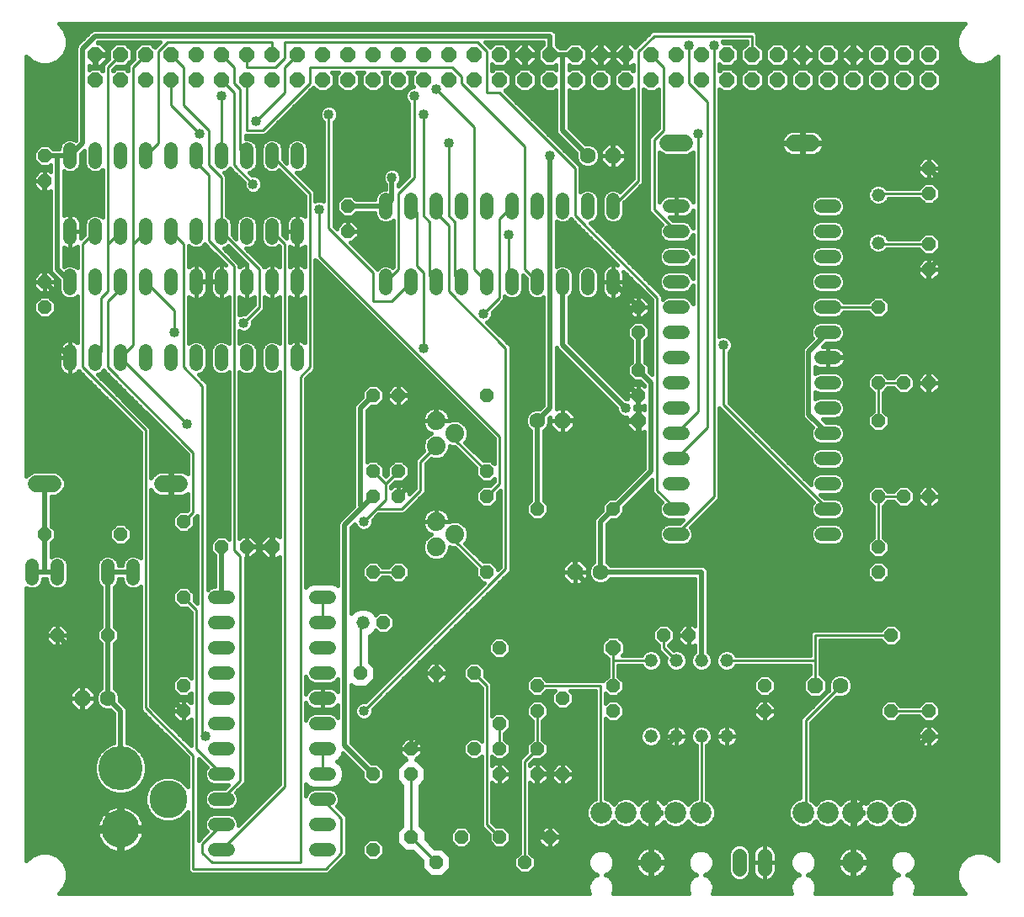
<source format=gtl>
G75*
%MOIN*%
%OFA0B0*%
%FSLAX24Y24*%
%IPPOS*%
%LPD*%
%AMOC8*
5,1,8,0,0,1.08239X$1,22.5*
%
%ADD10OC8,0.0520*%
%ADD11OC8,0.0630*%
%ADD12C,0.0630*%
%ADD13OC8,0.0600*%
%ADD14C,0.0520*%
%ADD15C,0.0740*%
%ADD16C,0.0520*%
%ADD17C,0.0560*%
%ADD18C,0.0860*%
%ADD19C,0.1750*%
%ADD20C,0.1500*%
%ADD21C,0.0660*%
%ADD22C,0.0200*%
%ADD23C,0.0160*%
%ADD24C,0.0100*%
%ADD25C,0.0400*%
D10*
X007680Y008699D03*
X007680Y009699D03*
X004680Y011699D03*
X002680Y011699D03*
X002180Y015699D03*
X005180Y015699D03*
X007680Y016199D03*
X009180Y015199D03*
X010180Y015199D03*
X007680Y013199D03*
X014680Y010199D03*
X015580Y012199D03*
X015180Y014199D03*
X016180Y014199D03*
X016180Y017199D03*
X015180Y017199D03*
X015180Y018199D03*
X016180Y018199D03*
X016180Y021199D03*
X015180Y021199D03*
X019680Y021199D03*
X019680Y018199D03*
X019680Y017199D03*
X021680Y016699D03*
X024680Y016699D03*
X025680Y021199D03*
X025680Y022199D03*
X025680Y023699D03*
X025680Y024699D03*
X035180Y024699D03*
X037180Y026199D03*
X037180Y027199D03*
X037180Y029199D03*
X037180Y030199D03*
X037180Y021699D03*
X036180Y021699D03*
X035180Y021699D03*
X035180Y020199D03*
X035180Y017199D03*
X036180Y017199D03*
X037180Y017199D03*
X035180Y015199D03*
X035180Y014199D03*
X035680Y011699D03*
X035680Y008699D03*
X037180Y008699D03*
X037180Y007699D03*
X030680Y008699D03*
X030680Y009699D03*
X027680Y011699D03*
X026680Y011699D03*
X024680Y009699D03*
X024680Y008699D03*
X022680Y009199D03*
X021680Y008699D03*
X021680Y009699D03*
X020180Y008199D03*
X020180Y007199D03*
X020180Y006199D03*
X019180Y007199D03*
X016680Y007199D03*
X016680Y006199D03*
X015180Y006199D03*
X016690Y003699D03*
X017680Y002699D03*
X018670Y003699D03*
X020190Y003699D03*
X021180Y002699D03*
X022170Y003699D03*
X021680Y006199D03*
X022680Y006199D03*
X021680Y007199D03*
X019180Y010199D03*
X020180Y011199D03*
X017680Y010199D03*
X019680Y014199D03*
X015180Y003199D03*
X002180Y024699D03*
X002180Y025699D03*
X002180Y029699D03*
X002180Y030699D03*
X014180Y028699D03*
X014180Y027699D03*
D11*
X022680Y020199D03*
X023180Y014199D03*
X032680Y009699D03*
X024680Y030699D03*
X003680Y009199D03*
D12*
X004680Y009199D03*
X021680Y020199D03*
X024180Y014199D03*
X033680Y009699D03*
X023680Y030699D03*
D13*
X023180Y033699D03*
X022180Y033699D03*
X021180Y033699D03*
X020180Y033699D03*
X019180Y033699D03*
X018180Y033699D03*
X017180Y033699D03*
X016180Y033699D03*
X015180Y033699D03*
X014180Y033699D03*
X013180Y033699D03*
X012180Y033699D03*
X011180Y033699D03*
X010180Y033699D03*
X009180Y033699D03*
X008180Y033699D03*
X007180Y033699D03*
X006180Y033699D03*
X005180Y033699D03*
X004180Y033699D03*
X004180Y034699D03*
X005180Y034699D03*
X006180Y034699D03*
X007180Y034699D03*
X008180Y034699D03*
X009180Y034699D03*
X010180Y034699D03*
X011180Y034699D03*
X012180Y034699D03*
X013180Y034699D03*
X014180Y034699D03*
X015180Y034699D03*
X016180Y034699D03*
X017180Y034699D03*
X018180Y034699D03*
X019180Y034699D03*
X020180Y034699D03*
X021180Y034699D03*
X022180Y034699D03*
X023180Y034699D03*
X024180Y034699D03*
X025180Y034699D03*
X025180Y033699D03*
X024180Y033699D03*
X026180Y033699D03*
X027180Y033699D03*
X028180Y033699D03*
X029180Y033699D03*
X030180Y033699D03*
X031180Y033699D03*
X032180Y033699D03*
X033180Y033699D03*
X034180Y033699D03*
X035180Y033699D03*
X036180Y033699D03*
X037180Y033699D03*
X037180Y034699D03*
X036180Y034699D03*
X035180Y034699D03*
X034180Y034699D03*
X033180Y034699D03*
X032180Y034699D03*
X031180Y034699D03*
X030180Y034699D03*
X029180Y034699D03*
X028180Y034699D03*
X027180Y034699D03*
X026180Y034699D03*
X025680Y020199D03*
X024680Y011199D03*
X011180Y015199D03*
D14*
X009440Y013199D02*
X008920Y013199D01*
X008920Y012199D02*
X009440Y012199D01*
X009440Y011199D02*
X008920Y011199D01*
X008920Y010199D02*
X009440Y010199D01*
X009440Y009199D02*
X008920Y009199D01*
X008920Y008199D02*
X009440Y008199D01*
X009440Y007199D02*
X008920Y007199D01*
X008920Y006199D02*
X009440Y006199D01*
X009440Y005199D02*
X008920Y005199D01*
X008920Y004199D02*
X009440Y004199D01*
X009440Y003199D02*
X008920Y003199D01*
X012920Y003199D02*
X013440Y003199D01*
X013440Y004199D02*
X012920Y004199D01*
X012920Y005199D02*
X013440Y005199D01*
X013440Y006199D02*
X012920Y006199D01*
X012920Y007199D02*
X013440Y007199D01*
X013440Y008199D02*
X012920Y008199D01*
X012920Y009199D02*
X013440Y009199D01*
X013440Y010199D02*
X012920Y010199D01*
X012920Y011199D02*
X013440Y011199D01*
X013440Y012199D02*
X012920Y012199D01*
X012920Y013199D02*
X013440Y013199D01*
X005680Y013939D02*
X005680Y014459D01*
X004680Y014459D02*
X004680Y013939D01*
X002680Y013939D02*
X002680Y014459D01*
X001680Y014459D02*
X001680Y013939D01*
X003180Y022439D02*
X003180Y022959D01*
X004180Y022959D02*
X004180Y022439D01*
X005180Y022439D02*
X005180Y022959D01*
X006180Y022959D02*
X006180Y022439D01*
X007180Y022439D02*
X007180Y022959D01*
X008180Y022959D02*
X008180Y022439D01*
X009180Y022439D02*
X009180Y022959D01*
X010180Y022959D02*
X010180Y022439D01*
X011180Y022439D02*
X011180Y022959D01*
X012180Y022959D02*
X012180Y022439D01*
X012180Y025439D02*
X012180Y025959D01*
X011180Y025959D02*
X011180Y025439D01*
X010180Y025439D02*
X010180Y025959D01*
X009180Y025959D02*
X009180Y025439D01*
X008180Y025439D02*
X008180Y025959D01*
X007180Y025959D02*
X007180Y025439D01*
X006180Y025439D02*
X006180Y025959D01*
X005180Y025959D02*
X005180Y025439D01*
X004180Y025439D02*
X004180Y025959D01*
X003180Y025959D02*
X003180Y025439D01*
X003180Y027439D02*
X003180Y027959D01*
X004180Y027959D02*
X004180Y027439D01*
X005180Y027439D02*
X005180Y027959D01*
X006180Y027959D02*
X006180Y027439D01*
X007180Y027439D02*
X007180Y027959D01*
X008180Y027959D02*
X008180Y027439D01*
X009180Y027439D02*
X009180Y027959D01*
X010180Y027959D02*
X010180Y027439D01*
X011180Y027439D02*
X011180Y027959D01*
X012180Y027959D02*
X012180Y027439D01*
X012180Y030439D02*
X012180Y030959D01*
X011180Y030959D02*
X011180Y030439D01*
X010180Y030439D02*
X010180Y030959D01*
X009180Y030959D02*
X009180Y030439D01*
X008180Y030439D02*
X008180Y030959D01*
X007180Y030959D02*
X007180Y030439D01*
X006180Y030439D02*
X006180Y030959D01*
X005180Y030959D02*
X005180Y030439D01*
X004180Y030439D02*
X004180Y030959D01*
X003180Y030959D02*
X003180Y030439D01*
X015680Y028959D02*
X015680Y028439D01*
X016680Y028439D02*
X016680Y028959D01*
X017680Y028959D02*
X017680Y028439D01*
X018680Y028439D02*
X018680Y028959D01*
X019680Y028959D02*
X019680Y028439D01*
X020680Y028439D02*
X020680Y028959D01*
X021680Y028959D02*
X021680Y028439D01*
X022680Y028439D02*
X022680Y028959D01*
X023680Y028959D02*
X023680Y028439D01*
X024680Y028439D02*
X024680Y028959D01*
X026920Y028699D02*
X027440Y028699D01*
X027440Y027699D02*
X026920Y027699D01*
X026920Y026699D02*
X027440Y026699D01*
X027440Y025699D02*
X026920Y025699D01*
X026920Y024699D02*
X027440Y024699D01*
X027440Y023699D02*
X026920Y023699D01*
X026920Y022699D02*
X027440Y022699D01*
X027440Y021699D02*
X026920Y021699D01*
X026920Y020699D02*
X027440Y020699D01*
X027440Y019699D02*
X026920Y019699D01*
X026920Y018699D02*
X027440Y018699D01*
X027440Y017699D02*
X026920Y017699D01*
X026920Y016699D02*
X027440Y016699D01*
X027440Y015699D02*
X026920Y015699D01*
X032920Y015699D02*
X033440Y015699D01*
X033440Y016699D02*
X032920Y016699D01*
X032920Y017699D02*
X033440Y017699D01*
X033440Y018699D02*
X032920Y018699D01*
X032920Y019699D02*
X033440Y019699D01*
X033440Y020699D02*
X032920Y020699D01*
X032920Y021699D02*
X033440Y021699D01*
X033440Y022699D02*
X032920Y022699D01*
X032920Y023699D02*
X033440Y023699D01*
X033440Y024699D02*
X032920Y024699D01*
X032920Y025699D02*
X033440Y025699D01*
X033440Y026699D02*
X032920Y026699D01*
X032920Y027699D02*
X033440Y027699D01*
X033440Y028699D02*
X032920Y028699D01*
X024680Y025959D02*
X024680Y025439D01*
X023680Y025439D02*
X023680Y025959D01*
X022680Y025959D02*
X022680Y025439D01*
X021680Y025439D02*
X021680Y025959D01*
X020680Y025959D02*
X020680Y025439D01*
X019680Y025439D02*
X019680Y025959D01*
X018680Y025959D02*
X018680Y025439D01*
X017680Y025439D02*
X017680Y025959D01*
X016680Y025959D02*
X016680Y025439D01*
X015680Y025439D02*
X015680Y025959D01*
D15*
X017680Y020199D03*
X018430Y019699D03*
X017680Y019199D03*
X017680Y016199D03*
X018430Y015699D03*
X017680Y015199D03*
D16*
X014780Y012199D03*
X026180Y010699D03*
X027180Y010699D03*
X028180Y010699D03*
X029180Y010699D03*
X029180Y007699D03*
X028180Y007699D03*
X027180Y007699D03*
X026180Y007699D03*
X035180Y027249D03*
X035180Y029149D03*
D17*
X030680Y002979D02*
X030680Y002419D01*
X029680Y002419D02*
X029680Y002979D01*
D18*
X028149Y004668D03*
X027164Y004668D03*
X026196Y004668D03*
X025196Y004668D03*
X024211Y004668D03*
X026180Y002699D03*
X032211Y004668D03*
X033196Y004668D03*
X034196Y004668D03*
X035164Y004668D03*
X036149Y004668D03*
X034180Y002699D03*
D19*
X005180Y006420D03*
D20*
X007070Y005199D03*
X005180Y004018D03*
D21*
X006850Y017699D02*
X007510Y017699D01*
X002510Y017699D02*
X001850Y017699D01*
X026850Y031199D02*
X027510Y031199D01*
X031850Y031199D02*
X032510Y031199D01*
D22*
X037180Y030199D02*
X037680Y029699D01*
X037680Y026699D01*
X037180Y026199D01*
X037180Y022699D01*
X037180Y021699D01*
X037180Y017199D01*
X033180Y019699D02*
X032430Y020449D01*
X032430Y022949D01*
X033180Y023699D01*
X033180Y022699D02*
X037180Y022699D01*
X028180Y014199D02*
X028180Y010699D01*
X027680Y011699D02*
X027680Y012199D01*
X025180Y012199D01*
X023180Y014199D01*
X023180Y020199D01*
X022680Y020199D01*
X023180Y020199D02*
X025680Y020199D01*
X025680Y021199D01*
X025180Y021699D01*
X025180Y024324D01*
X025555Y024699D01*
X025680Y024699D01*
X024680Y025699D01*
X022680Y025699D02*
X022680Y023199D01*
X025180Y020699D01*
X026180Y021699D02*
X026180Y018199D01*
X024680Y016699D01*
X024180Y016199D01*
X024180Y014199D01*
X028180Y014199D01*
X021680Y016699D02*
X021680Y020199D01*
X022180Y020699D01*
X022180Y030699D01*
X022680Y031699D02*
X022680Y034699D01*
X022180Y034699D01*
X022180Y035449D01*
X004180Y035449D01*
X003680Y034949D01*
X003680Y031199D01*
X003180Y030699D01*
X002680Y030699D01*
X002680Y026199D01*
X003180Y025699D01*
X002680Y025199D02*
X002180Y025699D01*
X002180Y029699D01*
X002180Y030699D02*
X002680Y030699D01*
X008180Y025699D02*
X009180Y025699D01*
X012180Y025699D02*
X012180Y027699D01*
X014180Y028699D02*
X015680Y028699D01*
X015930Y028949D01*
X015930Y029824D01*
X012180Y025699D02*
X012180Y022699D01*
X014680Y020699D02*
X014680Y016824D01*
X014743Y016762D01*
X014055Y016074D01*
X014055Y007324D01*
X015180Y006199D01*
X016680Y007199D02*
X017680Y008199D01*
X017680Y010199D01*
X021680Y006199D02*
X022680Y006199D01*
X021680Y006199D02*
X021680Y004074D01*
X022055Y003699D01*
X022170Y003699D01*
X026180Y003699D01*
X026180Y002699D01*
X026180Y003699D02*
X026180Y004574D01*
X026196Y004668D01*
X026305Y004699D01*
X026305Y006824D01*
X027180Y007699D01*
X034196Y004668D02*
X034180Y004574D01*
X034180Y002699D01*
X034196Y004668D02*
X034305Y004699D01*
X034305Y004824D01*
X037180Y007699D01*
X026180Y021699D02*
X025680Y022199D01*
X025680Y023699D01*
X024680Y030699D02*
X024680Y034699D01*
X025180Y034699D01*
X024680Y034699D02*
X024180Y034699D01*
X023180Y034699D02*
X022680Y034699D01*
X022680Y031699D02*
X023680Y030699D01*
X017680Y021199D02*
X016680Y021199D01*
X016680Y017699D01*
X016180Y017199D01*
X015180Y017199D02*
X014743Y016762D01*
X011180Y015199D02*
X010180Y015199D01*
X009180Y015199D02*
X009180Y013199D01*
X005680Y014199D02*
X004680Y014199D01*
X004680Y011699D01*
X004680Y009199D01*
X005180Y008699D01*
X005180Y006420D01*
X003680Y005574D02*
X003680Y009199D01*
X003680Y010699D01*
X002680Y011699D01*
X002680Y014199D02*
X002180Y014199D01*
X002180Y015699D01*
X002180Y017699D01*
X002180Y014199D02*
X001680Y014199D01*
X007180Y017699D02*
X007180Y009199D01*
X007680Y008699D01*
X003680Y005574D02*
X005180Y004074D01*
X005180Y004018D01*
X017680Y020199D02*
X017680Y021199D01*
X016680Y021199D02*
X016180Y021199D01*
X015180Y021199D02*
X014680Y020699D01*
X003180Y022699D02*
X002680Y023199D01*
X002680Y025199D01*
D23*
X002947Y001686D02*
X002740Y001479D01*
X023750Y001479D01*
X023695Y001612D01*
X023695Y001817D01*
X023774Y002007D01*
X023919Y002152D01*
X024051Y002207D01*
X023919Y002261D01*
X023774Y002407D01*
X023695Y002596D01*
X023695Y002802D01*
X023774Y002991D01*
X023919Y003137D01*
X024109Y003215D01*
X024314Y003215D01*
X024504Y003137D01*
X024649Y002991D01*
X024728Y002802D01*
X024728Y002596D01*
X024649Y002407D01*
X024504Y002261D01*
X024372Y002207D01*
X024504Y002152D01*
X024649Y002007D01*
X024728Y001817D01*
X024728Y001612D01*
X024673Y001479D01*
X027687Y001479D01*
X027632Y001612D01*
X027632Y001817D01*
X027711Y002007D01*
X027856Y002152D01*
X027988Y002207D01*
X027856Y002261D01*
X027711Y002407D01*
X027632Y002596D01*
X027632Y002802D01*
X027711Y002991D01*
X027856Y003137D01*
X028046Y003215D01*
X028251Y003215D01*
X028441Y003137D01*
X028586Y002991D01*
X028665Y002802D01*
X028665Y002596D01*
X028586Y002407D01*
X028441Y002261D01*
X028309Y002207D01*
X028441Y002152D01*
X028586Y002007D01*
X028665Y001817D01*
X028665Y001612D01*
X028610Y001479D01*
X031750Y001479D01*
X031695Y001612D01*
X031695Y001817D01*
X031774Y002007D01*
X031919Y002152D01*
X032051Y002207D01*
X031919Y002261D01*
X031774Y002407D01*
X031695Y002596D01*
X031695Y002802D01*
X031774Y002991D01*
X031919Y003137D01*
X032109Y003215D01*
X032314Y003215D01*
X032504Y003137D01*
X032649Y002991D01*
X032728Y002802D01*
X032728Y002596D01*
X032649Y002407D01*
X032504Y002261D01*
X032372Y002207D01*
X032504Y002152D01*
X032649Y002007D01*
X032728Y001817D01*
X032728Y001612D01*
X032673Y001479D01*
X035687Y001479D01*
X035632Y001612D01*
X035632Y001817D01*
X035711Y002007D01*
X035856Y002152D01*
X035988Y002207D01*
X035856Y002261D01*
X035711Y002407D01*
X035632Y002596D01*
X035632Y002802D01*
X035711Y002991D01*
X035856Y003137D01*
X036046Y003215D01*
X036251Y003215D01*
X036441Y003137D01*
X036586Y002991D01*
X036665Y002802D01*
X036665Y002596D01*
X036586Y002407D01*
X036441Y002261D01*
X036309Y002207D01*
X036441Y002152D01*
X036586Y002007D01*
X036665Y001817D01*
X036665Y001612D01*
X036610Y001479D01*
X038620Y001479D01*
X038413Y001686D01*
X038275Y002019D01*
X038275Y002379D01*
X038413Y002712D01*
X038667Y002966D01*
X039000Y003104D01*
X039360Y003104D01*
X039693Y002966D01*
X039900Y002759D01*
X039900Y034639D01*
X039693Y034432D01*
X039360Y034294D01*
X039000Y034294D01*
X038667Y034432D01*
X038413Y034686D01*
X038275Y035019D01*
X038275Y035379D01*
X038413Y035712D01*
X038620Y035919D01*
X002740Y035919D01*
X002947Y035712D01*
X003085Y035379D01*
X003085Y035019D01*
X002947Y034686D01*
X002693Y034432D01*
X002360Y034294D01*
X002000Y034294D01*
X001667Y034432D01*
X001460Y034639D01*
X001460Y018002D01*
X001572Y018114D01*
X001753Y018189D01*
X002607Y018189D01*
X002788Y018114D01*
X002925Y017977D01*
X003000Y017797D01*
X003000Y017602D01*
X002925Y017421D01*
X002788Y017284D01*
X002607Y017209D01*
X002440Y017209D01*
X002440Y016033D01*
X002600Y015873D01*
X002600Y015525D01*
X002440Y015365D01*
X002440Y014813D01*
X002442Y014815D01*
X002596Y014879D01*
X002764Y014879D01*
X002918Y014815D01*
X003036Y014697D01*
X003100Y014543D01*
X003100Y013856D01*
X003036Y013701D01*
X002918Y013583D01*
X002764Y013519D01*
X002596Y013519D01*
X002442Y013583D01*
X002324Y013701D01*
X002260Y013856D01*
X002260Y013939D01*
X002100Y013939D01*
X002100Y013856D01*
X002036Y013701D01*
X001918Y013583D01*
X001764Y013519D01*
X001596Y013519D01*
X001460Y013576D01*
X001460Y002759D01*
X001667Y002966D01*
X002000Y003104D01*
X002360Y003104D01*
X002693Y002966D01*
X002947Y002712D01*
X003085Y002379D01*
X003085Y002019D01*
X002947Y001686D01*
X002973Y001748D02*
X023695Y001748D01*
X023705Y001590D02*
X002850Y001590D01*
X003038Y001907D02*
X023732Y001907D01*
X023832Y002065D02*
X003085Y002065D01*
X003085Y002224D02*
X017335Y002224D01*
X017440Y002119D02*
X017920Y002119D01*
X018260Y002459D01*
X018260Y002939D01*
X017920Y003279D01*
X017623Y003279D01*
X017270Y003632D01*
X017270Y003939D01*
X017050Y004159D01*
X017050Y005749D01*
X017260Y005959D01*
X017260Y006439D01*
X016920Y006779D01*
X016882Y006779D01*
X017120Y007017D01*
X017120Y007199D01*
X016680Y007199D01*
X016680Y007199D01*
X016240Y007199D01*
X016240Y007017D01*
X016478Y006779D01*
X016440Y006779D01*
X016100Y006439D01*
X016100Y005959D01*
X016310Y005749D01*
X016310Y004139D01*
X016110Y003939D01*
X016110Y003459D01*
X016450Y003119D01*
X016737Y003119D01*
X017100Y002756D01*
X017100Y002459D01*
X017440Y002119D01*
X017177Y002382D02*
X013535Y002382D01*
X013515Y002362D02*
X014140Y002987D01*
X014140Y004536D01*
X014017Y004659D01*
X013755Y004921D01*
X013796Y004961D01*
X013860Y005116D01*
X013860Y005283D01*
X013796Y005437D01*
X013678Y005555D01*
X013524Y005619D01*
X012836Y005619D01*
X012682Y005555D01*
X012564Y005437D01*
X012515Y005319D01*
X012515Y005784D01*
X012591Y005707D01*
X012805Y005619D01*
X013555Y005619D01*
X013769Y005707D01*
X013932Y005871D01*
X014020Y006084D01*
X014020Y006314D01*
X013932Y006528D01*
X013769Y006691D01*
X013749Y006699D01*
X013769Y006707D01*
X013932Y006871D01*
X013993Y007018D01*
X014760Y006251D01*
X014760Y006025D01*
X015006Y005779D01*
X015354Y005779D01*
X015600Y006025D01*
X015600Y006373D01*
X015354Y006619D01*
X015128Y006619D01*
X014315Y007432D01*
X014315Y009744D01*
X014440Y009619D01*
X014920Y009619D01*
X015260Y009959D01*
X015260Y010439D01*
X015050Y010649D01*
X015050Y011683D01*
X015109Y011707D01*
X015272Y011871D01*
X015284Y011901D01*
X015406Y011779D01*
X015754Y011779D01*
X016000Y012025D01*
X016000Y012373D01*
X015754Y012619D01*
X015406Y012619D01*
X015284Y012497D01*
X015272Y012528D01*
X015109Y012691D01*
X014895Y012779D01*
X014665Y012779D01*
X014451Y012691D01*
X014315Y012554D01*
X014315Y015966D01*
X014454Y016105D01*
X014500Y015995D01*
X014601Y015894D01*
X014733Y015839D01*
X014877Y015839D01*
X015009Y015894D01*
X015110Y015995D01*
X015165Y016127D01*
X015165Y016262D01*
X015392Y016489D01*
X016392Y016489D01*
X016515Y016612D01*
X017265Y017362D01*
X017265Y018487D01*
X017484Y018706D01*
X017575Y018669D01*
X017785Y018669D01*
X017980Y018750D01*
X018129Y018899D01*
X018210Y019094D01*
X018210Y019217D01*
X018325Y019169D01*
X018413Y019169D01*
X019260Y018322D01*
X019260Y018025D01*
X019506Y017779D01*
X019854Y017779D01*
X019970Y017895D01*
X019970Y017786D01*
X019803Y017619D01*
X019506Y017619D01*
X019260Y017373D01*
X019260Y017025D01*
X019506Y016779D01*
X019854Y016779D01*
X020100Y017025D01*
X020100Y017322D01*
X020220Y017442D01*
X020220Y014411D01*
X020100Y014291D01*
X020100Y014373D01*
X019854Y014619D01*
X019557Y014619D01*
X018828Y015348D01*
X018879Y015399D01*
X018960Y015594D01*
X018960Y015804D01*
X018879Y015999D01*
X018730Y016148D01*
X018535Y016229D01*
X018325Y016229D01*
X018230Y016190D01*
X018230Y016199D01*
X017680Y016199D01*
X017130Y016199D01*
X017130Y016156D01*
X017144Y016070D01*
X017170Y015988D01*
X017210Y015911D01*
X017260Y015841D01*
X017322Y015780D01*
X017392Y015729D01*
X017469Y015689D01*
X017474Y015688D01*
X017380Y015648D01*
X017231Y015499D01*
X017150Y015304D01*
X017150Y015094D01*
X017231Y014899D01*
X017380Y014750D01*
X017575Y014669D01*
X017785Y014669D01*
X017980Y014750D01*
X018129Y014899D01*
X018210Y015094D01*
X018210Y015217D01*
X018325Y015169D01*
X018413Y015169D01*
X019260Y014322D01*
X019260Y014025D01*
X019506Y013779D01*
X019588Y013779D01*
X014868Y009059D01*
X014733Y009059D01*
X014601Y009004D01*
X014500Y008903D01*
X014445Y008771D01*
X014445Y008627D01*
X014500Y008495D01*
X014601Y008394D01*
X014733Y008339D01*
X014877Y008339D01*
X015009Y008394D01*
X015110Y008495D01*
X015165Y008627D01*
X015165Y008762D01*
X020517Y014114D01*
X020640Y014237D01*
X020640Y023161D01*
X019687Y024114D01*
X019759Y024144D01*
X019860Y024245D01*
X019915Y024377D01*
X019915Y024512D01*
X020267Y024864D01*
X020390Y024987D01*
X020390Y025135D01*
X020442Y025083D01*
X020596Y025019D01*
X020764Y025019D01*
X020918Y025083D01*
X021036Y025201D01*
X021100Y025356D01*
X021100Y025982D01*
X021260Y025822D01*
X021260Y025356D01*
X021324Y025201D01*
X021442Y025083D01*
X021596Y025019D01*
X021764Y025019D01*
X021918Y025083D01*
X021920Y025085D01*
X021920Y020807D01*
X021784Y020670D01*
X021774Y020674D01*
X021586Y020674D01*
X021411Y020602D01*
X021277Y020468D01*
X021205Y020294D01*
X021205Y020105D01*
X021277Y019930D01*
X021411Y019796D01*
X021420Y019793D01*
X021420Y017033D01*
X021260Y016873D01*
X021260Y016525D01*
X021506Y016279D01*
X021854Y016279D01*
X022100Y016525D01*
X022100Y016873D01*
X021940Y017033D01*
X021940Y019793D01*
X021949Y019796D01*
X022083Y019930D01*
X022155Y020105D01*
X022155Y020294D01*
X022151Y020303D01*
X022185Y020336D01*
X022185Y020199D01*
X022185Y019994D01*
X022475Y019704D01*
X022680Y019704D01*
X022885Y019704D01*
X023175Y019994D01*
X023175Y020199D01*
X022680Y020199D01*
X022680Y019704D01*
X022680Y020199D01*
X022680Y020199D01*
X022680Y020199D01*
X022185Y020199D01*
X022680Y020199D01*
X022680Y020199D01*
X023175Y020199D01*
X023175Y020404D01*
X022885Y020694D01*
X022680Y020694D01*
X022680Y020199D01*
X022680Y020694D01*
X022475Y020694D01*
X022440Y020659D01*
X022440Y023099D01*
X022460Y023052D01*
X022533Y022979D01*
X024820Y020691D01*
X024820Y020627D01*
X024875Y020495D01*
X024976Y020394D01*
X025108Y020339D01*
X025200Y020339D01*
X025200Y020219D01*
X025660Y020219D01*
X025660Y020179D01*
X025700Y020179D01*
X025700Y019719D01*
X025879Y019719D01*
X025920Y019760D01*
X025920Y018307D01*
X024732Y017119D01*
X024506Y017119D01*
X024260Y016873D01*
X024260Y016647D01*
X022100Y016647D01*
X022100Y016806D02*
X024260Y016806D01*
X024260Y016647D02*
X024033Y016419D01*
X023960Y016346D01*
X023920Y016251D01*
X023920Y014605D01*
X023911Y014602D01*
X023777Y014468D01*
X023705Y014294D01*
X023705Y014105D01*
X023777Y013930D01*
X023911Y013796D01*
X024086Y013724D01*
X024274Y013724D01*
X024449Y013796D01*
X024583Y013930D01*
X024586Y013939D01*
X027920Y013939D01*
X027920Y012081D01*
X027862Y012139D01*
X027680Y012139D01*
X027498Y012139D01*
X027240Y011881D01*
X027240Y011699D01*
X027240Y011517D01*
X027498Y011259D01*
X027680Y011259D01*
X027862Y011259D01*
X027920Y011317D01*
X027920Y011033D01*
X027824Y010937D01*
X027760Y010783D01*
X027760Y010616D01*
X027824Y010461D01*
X027942Y010343D01*
X028096Y010279D01*
X028264Y010279D01*
X028418Y010343D01*
X028536Y010461D01*
X028600Y010616D01*
X028600Y010783D01*
X028536Y010937D01*
X028440Y011033D01*
X028440Y014251D01*
X028400Y014346D01*
X028327Y014419D01*
X028232Y014459D01*
X024586Y014459D01*
X024583Y014468D01*
X024449Y014602D01*
X024440Y014605D01*
X024440Y016091D01*
X024628Y016279D01*
X024854Y016279D01*
X025100Y016525D01*
X025100Y016751D01*
X026220Y017871D01*
X026220Y017362D01*
X026605Y016978D01*
X026564Y016937D01*
X026500Y016783D01*
X026500Y016616D01*
X026564Y016461D01*
X026682Y016343D01*
X026836Y016279D01*
X027463Y016279D01*
X027303Y016119D01*
X026836Y016119D01*
X026682Y016055D01*
X026564Y015937D01*
X026500Y015783D01*
X026500Y015616D01*
X026564Y015461D01*
X026682Y015343D01*
X026836Y015279D01*
X027524Y015279D01*
X027678Y015343D01*
X027796Y015461D01*
X027860Y015616D01*
X027860Y015783D01*
X027796Y015937D01*
X027755Y015978D01*
X028767Y016989D01*
X028890Y017112D01*
X028890Y020692D01*
X028968Y020614D01*
X032605Y016978D01*
X032564Y016937D01*
X032500Y016783D01*
X032500Y016616D01*
X032564Y016461D01*
X032682Y016343D01*
X032836Y016279D01*
X033524Y016279D01*
X033678Y016343D01*
X033796Y016461D01*
X033860Y016616D01*
X033860Y016783D01*
X033796Y016937D01*
X033678Y017055D01*
X033524Y017119D01*
X033057Y017119D01*
X032897Y017279D01*
X033524Y017279D01*
X033678Y017343D01*
X033796Y017461D01*
X033860Y017616D01*
X033860Y017783D01*
X033796Y017937D01*
X033678Y018055D01*
X033524Y018119D01*
X032836Y018119D01*
X032682Y018055D01*
X032564Y017937D01*
X032500Y017783D01*
X032500Y017676D01*
X029265Y020911D01*
X029265Y022900D01*
X029360Y022995D01*
X029415Y023127D01*
X029415Y023271D01*
X029360Y023403D01*
X029259Y023504D01*
X029127Y023559D01*
X028983Y023559D01*
X028890Y023520D01*
X028890Y033339D01*
X028989Y033239D01*
X029371Y033239D01*
X029640Y033509D01*
X029640Y033890D01*
X029371Y034159D01*
X028989Y034159D01*
X028890Y034060D01*
X028890Y034339D01*
X028989Y034239D01*
X029371Y034239D01*
X029640Y034509D01*
X029640Y034890D01*
X029371Y035159D01*
X029034Y035159D01*
X029001Y035239D01*
X029970Y035239D01*
X029970Y035140D01*
X029720Y034890D01*
X029720Y034509D01*
X029989Y034239D01*
X030371Y034239D01*
X030640Y034509D01*
X030640Y034890D01*
X030390Y035140D01*
X030390Y035536D01*
X030267Y035659D01*
X026218Y035659D01*
X026095Y035536D01*
X025558Y034999D01*
X025379Y035179D01*
X025200Y035179D01*
X025200Y034719D01*
X025160Y034719D01*
X025160Y034679D01*
X025200Y034679D01*
X025200Y034219D01*
X025379Y034219D01*
X025470Y034310D01*
X025470Y034060D01*
X025371Y034159D01*
X024989Y034159D01*
X024720Y033890D01*
X024720Y033509D01*
X024989Y033239D01*
X025371Y033239D01*
X025470Y033339D01*
X025470Y029786D01*
X024958Y029275D01*
X024918Y029315D01*
X024764Y029379D01*
X024596Y029379D01*
X024442Y029315D01*
X024324Y029197D01*
X024260Y029043D01*
X024260Y028356D01*
X024324Y028201D01*
X024442Y028083D01*
X024596Y028019D01*
X024764Y028019D01*
X024918Y028083D01*
X025036Y028201D01*
X025100Y028356D01*
X025100Y028822D01*
X025767Y029489D01*
X025890Y029612D01*
X025890Y033339D01*
X025989Y033239D01*
X026371Y033239D01*
X026470Y033339D01*
X026470Y031786D01*
X026218Y031534D01*
X026095Y031411D01*
X026095Y028487D01*
X026605Y027978D01*
X026564Y027937D01*
X026500Y027783D01*
X026500Y027616D01*
X026564Y027461D01*
X026682Y027343D01*
X026836Y027279D01*
X027524Y027279D01*
X027678Y027343D01*
X027796Y027461D01*
X027845Y027579D01*
X027845Y026819D01*
X027796Y026937D01*
X027678Y027055D01*
X027524Y027119D01*
X026836Y027119D01*
X026682Y027055D01*
X026564Y026937D01*
X026500Y026783D01*
X026500Y026616D01*
X026564Y026461D01*
X026682Y026343D01*
X026836Y026279D01*
X027524Y026279D01*
X027678Y026343D01*
X027796Y026461D01*
X027845Y026579D01*
X027845Y025819D01*
X027796Y025937D01*
X027678Y026055D01*
X027524Y026119D01*
X026836Y026119D01*
X026682Y026055D01*
X026564Y025937D01*
X026500Y025783D01*
X026500Y025616D01*
X026564Y025461D01*
X026682Y025343D01*
X026836Y025279D01*
X027524Y025279D01*
X027678Y025343D01*
X027796Y025461D01*
X027845Y025579D01*
X027845Y024819D01*
X027796Y024937D01*
X027678Y025055D01*
X027524Y025119D01*
X026836Y025119D01*
X026682Y025055D01*
X026640Y025013D01*
X026640Y025161D01*
X023777Y028024D01*
X023918Y028083D01*
X024036Y028201D01*
X024100Y028356D01*
X024100Y029043D01*
X024036Y029197D01*
X023918Y029315D01*
X023764Y029379D01*
X023596Y029379D01*
X023442Y029315D01*
X023390Y029263D01*
X023390Y030286D01*
X020404Y033272D01*
X020640Y033509D01*
X020640Y033890D01*
X020371Y034159D01*
X019989Y034159D01*
X019890Y034060D01*
X019890Y034339D01*
X019989Y034239D01*
X020371Y034239D01*
X020640Y034509D01*
X020640Y034890D01*
X020371Y035159D01*
X019989Y035159D01*
X019816Y034985D01*
X019612Y035189D01*
X021920Y035189D01*
X021920Y035090D01*
X021720Y034890D01*
X021720Y034509D01*
X021989Y034239D01*
X022371Y034239D01*
X022420Y034289D01*
X022420Y034110D01*
X022371Y034159D01*
X021989Y034159D01*
X021720Y033890D01*
X021720Y033509D01*
X021989Y033239D01*
X022371Y033239D01*
X022420Y033289D01*
X022420Y031647D01*
X022460Y031552D01*
X022533Y031479D01*
X023209Y030803D01*
X023205Y030794D01*
X023205Y030605D01*
X023277Y030430D01*
X023411Y030296D01*
X023586Y030224D01*
X023774Y030224D01*
X023949Y030296D01*
X024083Y030430D01*
X024155Y030605D01*
X024155Y030794D01*
X024083Y030968D01*
X023949Y031102D01*
X023774Y031174D01*
X023586Y031174D01*
X023576Y031170D01*
X022940Y031807D01*
X022940Y033289D01*
X022989Y033239D01*
X023371Y033239D01*
X023640Y033509D01*
X023640Y033890D01*
X023371Y034159D01*
X022989Y034159D01*
X022940Y034110D01*
X022940Y034289D01*
X022989Y034239D01*
X023371Y034239D01*
X023640Y034509D01*
X023640Y034890D01*
X023371Y035159D01*
X022989Y035159D01*
X022789Y034959D01*
X022571Y034959D01*
X022440Y035090D01*
X022440Y035501D01*
X022400Y035596D01*
X022327Y035669D01*
X022232Y035709D01*
X004128Y035709D01*
X004033Y035669D01*
X003960Y035596D01*
X003460Y035096D01*
X003420Y035001D01*
X003420Y031313D01*
X003418Y031315D01*
X003264Y031379D01*
X003096Y031379D01*
X002942Y031315D01*
X002824Y031197D01*
X002760Y031043D01*
X002760Y030959D01*
X002514Y030959D01*
X002354Y031119D01*
X002006Y031119D01*
X001760Y030873D01*
X001760Y030525D01*
X002006Y030279D01*
X002354Y030279D01*
X002420Y030345D01*
X002420Y030081D01*
X002362Y030139D01*
X002180Y030139D01*
X001998Y030139D01*
X001740Y029881D01*
X001740Y029699D01*
X001740Y029517D01*
X001998Y029259D01*
X002180Y029259D01*
X002180Y029699D01*
X002180Y029259D01*
X002362Y029259D01*
X002420Y029317D01*
X002420Y026147D01*
X002460Y026052D01*
X002760Y025751D01*
X002760Y025356D01*
X002824Y025201D01*
X002942Y025083D01*
X003096Y025019D01*
X003264Y025019D01*
X003418Y025083D01*
X003470Y025135D01*
X003470Y023291D01*
X003467Y023295D01*
X003411Y023335D01*
X003349Y023367D01*
X003283Y023388D01*
X003215Y023399D01*
X003180Y023399D01*
X003145Y023399D01*
X003077Y023388D01*
X003011Y023367D01*
X002949Y023335D01*
X002893Y023295D01*
X002844Y023246D01*
X002804Y023190D01*
X002772Y023128D01*
X002751Y023062D01*
X002740Y022994D01*
X002740Y022699D01*
X002740Y022404D01*
X002751Y022336D01*
X002772Y022270D01*
X002804Y022208D01*
X002844Y022152D01*
X002893Y022103D01*
X002949Y022063D01*
X003011Y022031D01*
X003077Y022010D01*
X003145Y021999D01*
X003180Y021999D01*
X003215Y021999D01*
X003283Y022010D01*
X003349Y022031D01*
X003411Y022063D01*
X003467Y022103D01*
X003516Y022152D01*
X003532Y022175D01*
X003593Y022114D01*
X005970Y019737D01*
X005970Y014763D01*
X005918Y014815D01*
X005764Y014879D01*
X005596Y014879D01*
X005442Y014815D01*
X005324Y014697D01*
X005260Y014543D01*
X005260Y014459D01*
X005100Y014459D01*
X005100Y014543D01*
X005036Y014697D01*
X004918Y014815D01*
X004764Y014879D01*
X004596Y014879D01*
X004442Y014815D01*
X004324Y014697D01*
X004260Y014543D01*
X004260Y013856D01*
X004324Y013701D01*
X004420Y013605D01*
X004420Y012033D01*
X004260Y011873D01*
X004260Y011525D01*
X004420Y011365D01*
X004420Y009605D01*
X004411Y009602D01*
X004277Y009468D01*
X004205Y009294D01*
X004205Y009105D01*
X004277Y008930D01*
X004411Y008796D01*
X004586Y008724D01*
X004774Y008724D01*
X004784Y008728D01*
X004920Y008591D01*
X004920Y007421D01*
X004781Y007384D01*
X004544Y007248D01*
X004352Y007055D01*
X004216Y006819D01*
X004145Y006556D01*
X004145Y006283D01*
X004216Y006020D01*
X004352Y005784D01*
X004544Y005591D01*
X004781Y005455D01*
X005044Y005385D01*
X005316Y005385D01*
X005579Y005455D01*
X005816Y005591D01*
X006008Y005784D01*
X006144Y006020D01*
X006215Y006283D01*
X006215Y006556D01*
X006144Y006819D01*
X006008Y007055D01*
X005816Y007248D01*
X005579Y007384D01*
X005440Y007421D01*
X005440Y008751D01*
X005400Y008846D01*
X005327Y008919D01*
X005151Y009096D01*
X005155Y009105D01*
X005155Y009294D01*
X005083Y009468D01*
X004949Y009602D01*
X004940Y009605D01*
X004940Y011365D01*
X005100Y011525D01*
X005100Y011873D01*
X004940Y012033D01*
X004940Y013605D01*
X005036Y013701D01*
X005100Y013856D01*
X005100Y013939D01*
X005260Y013939D01*
X005260Y013856D01*
X005324Y013701D01*
X005442Y013583D01*
X005596Y013519D01*
X005764Y013519D01*
X005918Y013583D01*
X005970Y013635D01*
X005970Y008737D01*
X006093Y008614D01*
X007845Y006862D01*
X007845Y005705D01*
X007841Y005715D01*
X007585Y005971D01*
X007251Y006109D01*
X006889Y006109D01*
X006554Y005971D01*
X006298Y005715D01*
X006160Y005380D01*
X006160Y005018D01*
X006298Y004684D01*
X006554Y004428D01*
X006889Y004289D01*
X007251Y004289D01*
X007585Y004428D01*
X007841Y004684D01*
X007845Y004693D01*
X007845Y002362D01*
X007968Y002239D01*
X013392Y002239D01*
X013515Y002362D01*
X013693Y002541D02*
X017100Y002541D01*
X017100Y002699D02*
X013852Y002699D01*
X014010Y002858D02*
X014928Y002858D01*
X015006Y002779D02*
X015354Y002779D01*
X015600Y003025D01*
X015600Y003373D01*
X015354Y003619D01*
X015006Y003619D01*
X014760Y003373D01*
X014760Y003025D01*
X015006Y002779D01*
X014769Y003016D02*
X014140Y003016D01*
X014140Y003175D02*
X014760Y003175D01*
X014760Y003333D02*
X014140Y003333D01*
X014140Y003492D02*
X014879Y003492D01*
X015481Y003492D02*
X016110Y003492D01*
X016110Y003650D02*
X014140Y003650D01*
X014140Y003809D02*
X016110Y003809D01*
X016138Y003967D02*
X014140Y003967D01*
X014140Y004126D02*
X016296Y004126D01*
X016310Y004284D02*
X014140Y004284D01*
X014140Y004443D02*
X016310Y004443D01*
X016310Y004601D02*
X014075Y004601D01*
X013916Y004760D02*
X016310Y004760D01*
X016310Y004918D02*
X013758Y004918D01*
X013844Y005077D02*
X016310Y005077D01*
X016310Y005235D02*
X013860Y005235D01*
X013814Y005394D02*
X016310Y005394D01*
X016310Y005552D02*
X013681Y005552D01*
X013772Y005711D02*
X016310Y005711D01*
X016190Y005869D02*
X015444Y005869D01*
X015600Y006028D02*
X016100Y006028D01*
X016100Y006186D02*
X015600Y006186D01*
X015600Y006345D02*
X016100Y006345D01*
X016164Y006503D02*
X015470Y006503D01*
X015085Y006662D02*
X016322Y006662D01*
X016437Y006820D02*
X014927Y006820D01*
X014768Y006979D02*
X016278Y006979D01*
X016240Y007137D02*
X014610Y007137D01*
X014451Y007296D02*
X016240Y007296D01*
X016240Y007381D02*
X016240Y007199D01*
X016680Y007199D01*
X016680Y007199D01*
X017120Y007199D01*
X017120Y007381D01*
X016862Y007639D01*
X016680Y007639D01*
X016498Y007639D01*
X016240Y007381D01*
X016313Y007454D02*
X014315Y007454D01*
X014315Y007613D02*
X016471Y007613D01*
X016680Y007613D02*
X016680Y007613D01*
X016680Y007639D02*
X016680Y007199D01*
X016680Y007199D01*
X016680Y007639D01*
X016680Y007454D02*
X016680Y007454D01*
X016680Y007296D02*
X016680Y007296D01*
X016889Y007613D02*
X019000Y007613D01*
X019006Y007619D02*
X018760Y007373D01*
X018760Y007025D01*
X019006Y006779D01*
X019354Y006779D01*
X019470Y006895D01*
X019470Y004112D01*
X019593Y003989D01*
X019770Y003812D01*
X019770Y003525D01*
X020016Y003279D01*
X020364Y003279D01*
X020610Y003525D01*
X020610Y003873D01*
X020364Y004119D01*
X020057Y004119D01*
X019890Y004286D01*
X019890Y005867D01*
X019998Y005759D01*
X020180Y005759D01*
X020180Y006199D01*
X020180Y005759D01*
X020362Y005759D01*
X020620Y006017D01*
X020620Y006199D01*
X020180Y006199D01*
X020180Y006199D01*
X020180Y006199D01*
X020620Y006199D01*
X020620Y006381D01*
X020362Y006639D01*
X020180Y006639D01*
X019998Y006639D01*
X019890Y006531D01*
X019890Y006895D01*
X020006Y006779D01*
X020354Y006779D01*
X020600Y007025D01*
X020600Y007373D01*
X020390Y007583D01*
X020390Y007815D01*
X020600Y008025D01*
X020600Y008373D01*
X020354Y008619D01*
X020006Y008619D01*
X019890Y008503D01*
X019890Y009786D01*
X019600Y010076D01*
X019600Y010373D01*
X019354Y010619D01*
X019006Y010619D01*
X018760Y010373D01*
X018760Y010025D01*
X019006Y009779D01*
X019303Y009779D01*
X019470Y009612D01*
X019470Y007503D01*
X019354Y007619D01*
X019006Y007619D01*
X018841Y007454D02*
X017047Y007454D01*
X017120Y007296D02*
X018760Y007296D01*
X018760Y007137D02*
X017120Y007137D01*
X017082Y006979D02*
X018807Y006979D01*
X018965Y006820D02*
X016923Y006820D01*
X017038Y006662D02*
X019470Y006662D01*
X019470Y006820D02*
X019395Y006820D01*
X019470Y006503D02*
X017196Y006503D01*
X017260Y006345D02*
X019470Y006345D01*
X019470Y006186D02*
X017260Y006186D01*
X017260Y006028D02*
X019470Y006028D01*
X019470Y005869D02*
X017170Y005869D01*
X017050Y005711D02*
X019470Y005711D01*
X019470Y005552D02*
X017050Y005552D01*
X017050Y005394D02*
X019470Y005394D01*
X019470Y005235D02*
X017050Y005235D01*
X017050Y005077D02*
X019470Y005077D01*
X019470Y004918D02*
X017050Y004918D01*
X017050Y004760D02*
X019470Y004760D01*
X019470Y004601D02*
X017050Y004601D01*
X017050Y004443D02*
X019470Y004443D01*
X019470Y004284D02*
X017050Y004284D01*
X017084Y004126D02*
X019470Y004126D01*
X019615Y003967D02*
X018996Y003967D01*
X019090Y003873D02*
X018844Y004119D01*
X018496Y004119D01*
X018250Y003873D01*
X018250Y003525D01*
X018496Y003279D01*
X018844Y003279D01*
X019090Y003525D01*
X019090Y003873D01*
X019090Y003809D02*
X019770Y003809D01*
X019770Y003650D02*
X019090Y003650D01*
X019056Y003492D02*
X019804Y003492D01*
X019962Y003333D02*
X018898Y003333D01*
X018442Y003333D02*
X017569Y003333D01*
X017411Y003492D02*
X018284Y003492D01*
X018250Y003650D02*
X017270Y003650D01*
X017270Y003809D02*
X018250Y003809D01*
X018344Y003967D02*
X017242Y003967D01*
X016840Y003016D02*
X015591Y003016D01*
X015600Y003175D02*
X016394Y003175D01*
X016236Y003333D02*
X015600Y003333D01*
X015432Y002858D02*
X016998Y002858D01*
X018025Y003175D02*
X020970Y003175D01*
X020970Y003083D02*
X020760Y002873D01*
X020760Y002525D01*
X021006Y002279D01*
X021354Y002279D01*
X021600Y002525D01*
X021600Y002873D01*
X021390Y003083D01*
X021390Y005867D01*
X021498Y005759D01*
X021680Y005759D01*
X021680Y006199D01*
X021680Y005759D01*
X021862Y005759D01*
X022120Y006017D01*
X022120Y006199D01*
X021680Y006199D01*
X021680Y006199D01*
X021680Y006199D01*
X022120Y006199D01*
X022120Y006381D01*
X021862Y006639D01*
X021680Y006639D01*
X021498Y006639D01*
X021390Y006531D01*
X021390Y006612D01*
X021557Y006779D01*
X021854Y006779D01*
X022100Y007025D01*
X022100Y007373D01*
X021890Y007583D01*
X021890Y008315D01*
X022100Y008525D01*
X022100Y008873D01*
X021854Y009119D01*
X021506Y009119D01*
X021260Y008873D01*
X021260Y008525D01*
X021470Y008315D01*
X021470Y007583D01*
X021260Y007373D01*
X021260Y007076D01*
X020970Y006786D01*
X020970Y003083D01*
X020903Y003016D02*
X018183Y003016D01*
X018260Y002858D02*
X020760Y002858D01*
X020760Y002699D02*
X018260Y002699D01*
X018260Y002541D02*
X020760Y002541D01*
X020903Y002382D02*
X018183Y002382D01*
X018025Y002224D02*
X024011Y002224D01*
X023798Y002382D02*
X021457Y002382D01*
X021600Y002541D02*
X023718Y002541D01*
X023695Y002699D02*
X021600Y002699D01*
X021600Y002858D02*
X023718Y002858D01*
X023798Y003016D02*
X021457Y003016D01*
X021390Y003175D02*
X024011Y003175D01*
X024412Y003175D02*
X025797Y003175D01*
X025783Y003164D02*
X025715Y003096D01*
X025658Y003019D01*
X025615Y002933D01*
X025585Y002842D01*
X025570Y002747D01*
X026132Y002747D01*
X026132Y002651D01*
X026228Y002651D01*
X026228Y002089D01*
X026323Y002104D01*
X026414Y002134D01*
X026500Y002177D01*
X026577Y002234D01*
X026645Y002302D01*
X026702Y002379D01*
X026745Y002465D01*
X026775Y002556D01*
X026790Y002651D01*
X026790Y002651D01*
X026228Y002651D01*
X026228Y002747D01*
X026790Y002747D01*
X026790Y002747D01*
X026775Y002842D01*
X026745Y002933D01*
X026702Y003019D01*
X026645Y003096D01*
X026577Y003164D01*
X026500Y003221D01*
X026414Y003264D01*
X026323Y003294D01*
X026228Y003309D01*
X026228Y003309D01*
X026228Y002747D01*
X026132Y002747D01*
X026132Y003309D01*
X026037Y003294D01*
X025946Y003264D01*
X025860Y003221D01*
X025783Y003164D01*
X025657Y003016D02*
X024625Y003016D01*
X024705Y002858D02*
X025590Y002858D01*
X025570Y002747D02*
X025570Y002747D01*
X025570Y002651D02*
X025570Y002651D01*
X025585Y002556D01*
X025615Y002465D01*
X025658Y002379D01*
X025715Y002302D01*
X025783Y002234D01*
X025860Y002177D01*
X025946Y002134D01*
X026037Y002104D01*
X026132Y002089D01*
X026132Y002089D01*
X026132Y002651D01*
X025570Y002651D01*
X025590Y002541D02*
X024705Y002541D01*
X024728Y002699D02*
X026132Y002699D01*
X026228Y002699D02*
X027632Y002699D01*
X027655Y002541D02*
X026770Y002541D01*
X026703Y002382D02*
X027735Y002382D01*
X027948Y002224D02*
X026563Y002224D01*
X026228Y002224D02*
X026132Y002224D01*
X026132Y002382D02*
X026228Y002382D01*
X026228Y002541D02*
X026132Y002541D01*
X026132Y002858D02*
X026228Y002858D01*
X026228Y003016D02*
X026132Y003016D01*
X026132Y003175D02*
X026228Y003175D01*
X026132Y003309D02*
X026132Y003309D01*
X026563Y003175D02*
X027948Y003175D01*
X027735Y003016D02*
X026703Y003016D01*
X026770Y002858D02*
X027655Y002858D01*
X028349Y003175D02*
X029285Y003175D01*
X029307Y003228D02*
X029240Y003067D01*
X029240Y002332D01*
X029307Y002170D01*
X029431Y002046D01*
X029592Y001979D01*
X029768Y001979D01*
X029929Y002046D01*
X030053Y002170D01*
X030120Y002332D01*
X030120Y003067D01*
X030053Y003228D01*
X029929Y003352D01*
X029768Y003419D01*
X029592Y003419D01*
X029431Y003352D01*
X029307Y003228D01*
X029412Y003333D02*
X022426Y003333D01*
X022352Y003259D02*
X022610Y003517D01*
X022610Y003699D01*
X022170Y003699D01*
X022170Y003259D01*
X022352Y003259D01*
X022170Y003259D02*
X022170Y003699D01*
X022170Y003699D01*
X022170Y003699D01*
X021730Y003699D01*
X021730Y003517D01*
X021988Y003259D01*
X022170Y003259D01*
X022170Y003333D02*
X022170Y003333D01*
X022170Y003492D02*
X022170Y003492D01*
X022170Y003650D02*
X022170Y003650D01*
X022170Y003699D02*
X022170Y003699D01*
X022610Y003699D01*
X022610Y003881D01*
X022352Y004139D01*
X022170Y004139D01*
X021988Y004139D01*
X021730Y003881D01*
X021730Y003699D01*
X022170Y003699D01*
X022170Y004139D01*
X022170Y003699D01*
X022170Y003699D01*
X022170Y003809D02*
X022170Y003809D01*
X022170Y003967D02*
X022170Y003967D01*
X022170Y004126D02*
X022170Y004126D01*
X022366Y004126D02*
X023978Y004126D01*
X023877Y004167D02*
X024094Y004078D01*
X024329Y004078D01*
X024546Y004167D01*
X024704Y004325D01*
X024862Y004167D01*
X025078Y004078D01*
X025313Y004078D01*
X025530Y004167D01*
X025689Y004327D01*
X025730Y004270D01*
X025798Y004202D01*
X025876Y004146D01*
X025962Y004102D01*
X026053Y004073D01*
X026148Y004058D01*
X026148Y004620D01*
X026244Y004620D01*
X026244Y004716D01*
X026148Y004716D01*
X026148Y005278D01*
X026148Y005278D01*
X026053Y005263D01*
X025962Y005233D01*
X025876Y005189D01*
X025798Y005133D01*
X025730Y005065D01*
X025689Y005008D01*
X025530Y005168D01*
X025313Y005258D01*
X025078Y005258D01*
X024862Y005168D01*
X024704Y005010D01*
X024546Y005168D01*
X024390Y005232D01*
X024390Y008395D01*
X024506Y008279D01*
X024854Y008279D01*
X025100Y008525D01*
X025100Y008873D01*
X024854Y009119D01*
X024506Y009119D01*
X024390Y009003D01*
X024390Y009395D01*
X024506Y009279D01*
X024854Y009279D01*
X025100Y009525D01*
X025100Y009873D01*
X024890Y010083D01*
X024890Y010489D01*
X025812Y010489D01*
X025824Y010461D01*
X025942Y010343D01*
X026096Y010279D01*
X026264Y010279D01*
X026418Y010343D01*
X026536Y010461D01*
X026600Y010616D01*
X026600Y010783D01*
X026536Y010937D01*
X026418Y011055D01*
X026264Y011119D01*
X026096Y011119D01*
X025942Y011055D01*
X025824Y010937D01*
X025812Y010909D01*
X025041Y010909D01*
X025140Y011009D01*
X025140Y011390D01*
X024871Y011659D01*
X024489Y011659D01*
X024220Y011390D01*
X024220Y011009D01*
X024470Y010759D01*
X024470Y010083D01*
X024282Y009895D01*
X024267Y009909D01*
X022064Y009909D01*
X021854Y010119D01*
X021506Y010119D01*
X021260Y009873D01*
X021260Y009525D01*
X021506Y009279D01*
X021854Y009279D01*
X022064Y009489D01*
X022376Y009489D01*
X022260Y009373D01*
X022260Y009025D01*
X022506Y008779D01*
X022854Y008779D01*
X023100Y009025D01*
X023100Y009373D01*
X022984Y009489D01*
X023970Y009489D01*
X023970Y005206D01*
X023877Y005168D01*
X023711Y005002D01*
X023621Y004785D01*
X023621Y004550D01*
X023711Y004333D01*
X023877Y004167D01*
X023761Y004284D02*
X021390Y004284D01*
X021390Y004126D02*
X021974Y004126D01*
X021816Y003967D02*
X021390Y003967D01*
X021390Y003809D02*
X021730Y003809D01*
X021730Y003650D02*
X021390Y003650D01*
X021390Y003492D02*
X021755Y003492D01*
X021914Y003333D02*
X021390Y003333D01*
X020970Y003333D02*
X020418Y003333D01*
X020576Y003492D02*
X020970Y003492D01*
X020970Y003650D02*
X020610Y003650D01*
X020610Y003809D02*
X020970Y003809D01*
X020970Y003967D02*
X020516Y003967D01*
X020970Y004126D02*
X020050Y004126D01*
X019892Y004284D02*
X020970Y004284D01*
X020970Y004443D02*
X019890Y004443D01*
X019890Y004601D02*
X020970Y004601D01*
X020970Y004760D02*
X019890Y004760D01*
X019890Y004918D02*
X020970Y004918D01*
X020970Y005077D02*
X019890Y005077D01*
X019890Y005235D02*
X020970Y005235D01*
X020970Y005394D02*
X019890Y005394D01*
X019890Y005552D02*
X020970Y005552D01*
X020970Y005711D02*
X019890Y005711D01*
X020180Y005869D02*
X020180Y005869D01*
X020180Y006028D02*
X020180Y006028D01*
X020180Y006186D02*
X020180Y006186D01*
X020180Y006199D02*
X020180Y006639D01*
X020180Y006199D01*
X020180Y006199D01*
X020180Y006345D02*
X020180Y006345D01*
X020180Y006503D02*
X020180Y006503D01*
X020498Y006503D02*
X020970Y006503D01*
X020970Y006345D02*
X020620Y006345D01*
X020620Y006186D02*
X020970Y006186D01*
X020970Y006028D02*
X020620Y006028D01*
X020472Y005869D02*
X020970Y005869D01*
X021390Y005711D02*
X023970Y005711D01*
X023970Y005869D02*
X022972Y005869D01*
X022862Y005759D02*
X023120Y006017D01*
X023120Y006199D01*
X022680Y006199D01*
X022680Y005759D01*
X022680Y006199D01*
X022680Y006199D01*
X022240Y006199D01*
X022240Y006017D01*
X022498Y005759D01*
X022680Y005759D01*
X022862Y005759D01*
X022680Y005869D02*
X022680Y005869D01*
X022680Y006028D02*
X022680Y006028D01*
X022680Y006186D02*
X022680Y006186D01*
X022680Y006199D02*
X022680Y006199D01*
X022680Y006199D01*
X022240Y006199D01*
X022240Y006381D01*
X022498Y006639D01*
X022680Y006639D01*
X022680Y006199D01*
X023120Y006199D01*
X023120Y006381D01*
X022862Y006639D01*
X022680Y006639D01*
X022680Y006199D01*
X022680Y006199D01*
X022680Y006345D02*
X022680Y006345D01*
X022680Y006503D02*
X022680Y006503D01*
X022998Y006503D02*
X023970Y006503D01*
X023970Y006345D02*
X023120Y006345D01*
X023120Y006186D02*
X023970Y006186D01*
X023970Y006028D02*
X023120Y006028D01*
X022388Y005869D02*
X021972Y005869D01*
X022120Y006028D02*
X022240Y006028D01*
X022240Y006186D02*
X022120Y006186D01*
X022120Y006345D02*
X022240Y006345D01*
X022362Y006503D02*
X021998Y006503D01*
X021680Y006503D02*
X021680Y006503D01*
X021680Y006639D02*
X021680Y006199D01*
X021680Y006199D01*
X021680Y006639D01*
X021439Y006662D02*
X023970Y006662D01*
X023970Y006820D02*
X021895Y006820D01*
X022053Y006979D02*
X023970Y006979D01*
X023970Y007137D02*
X022100Y007137D01*
X022100Y007296D02*
X023970Y007296D01*
X023970Y007454D02*
X022019Y007454D01*
X021890Y007613D02*
X023970Y007613D01*
X023970Y007771D02*
X021890Y007771D01*
X021890Y007930D02*
X023970Y007930D01*
X023970Y008088D02*
X021890Y008088D01*
X021890Y008247D02*
X023970Y008247D01*
X023970Y008405D02*
X021980Y008405D01*
X022100Y008564D02*
X023970Y008564D01*
X023970Y008722D02*
X022100Y008722D01*
X022092Y008881D02*
X022405Y008881D01*
X022260Y009039D02*
X021934Y009039D01*
X021931Y009356D02*
X022260Y009356D01*
X022260Y009198D02*
X019890Y009198D01*
X019890Y009356D02*
X021429Y009356D01*
X021271Y009515D02*
X019890Y009515D01*
X019890Y009673D02*
X021260Y009673D01*
X021260Y009832D02*
X019844Y009832D01*
X019686Y009990D02*
X021377Y009990D01*
X021983Y009990D02*
X024377Y009990D01*
X024470Y010149D02*
X019600Y010149D01*
X019600Y010307D02*
X024470Y010307D01*
X024470Y010466D02*
X019507Y010466D01*
X019844Y010941D02*
X017344Y010941D01*
X017185Y010783D02*
X020003Y010783D01*
X020006Y010779D02*
X020354Y010779D01*
X020600Y011025D01*
X020600Y011373D01*
X020354Y011619D01*
X020006Y011619D01*
X019760Y011373D01*
X019760Y011025D01*
X020006Y010779D01*
X020357Y010783D02*
X024446Y010783D01*
X024470Y010624D02*
X017877Y010624D01*
X017862Y010639D02*
X017680Y010639D01*
X017498Y010639D01*
X017240Y010381D01*
X017240Y010199D01*
X017240Y010017D01*
X017498Y009759D01*
X017680Y009759D01*
X017862Y009759D01*
X018120Y010017D01*
X018120Y010199D01*
X017680Y010199D01*
X017680Y009759D01*
X017680Y010199D01*
X017680Y010199D01*
X017680Y010199D01*
X017240Y010199D01*
X017680Y010199D01*
X017680Y010199D01*
X018120Y010199D01*
X018120Y010381D01*
X017862Y010639D01*
X017680Y010639D02*
X017680Y010199D01*
X017680Y010639D01*
X017680Y010624D02*
X017680Y010624D01*
X017680Y010466D02*
X017680Y010466D01*
X017680Y010307D02*
X017680Y010307D01*
X017680Y010199D02*
X017680Y010199D01*
X017680Y010149D02*
X017680Y010149D01*
X017680Y009990D02*
X017680Y009990D01*
X017680Y009832D02*
X017680Y009832D01*
X017935Y009832D02*
X018954Y009832D01*
X018795Y009990D02*
X018093Y009990D01*
X018120Y010149D02*
X018760Y010149D01*
X018760Y010307D02*
X018120Y010307D01*
X018036Y010466D02*
X018853Y010466D01*
X019409Y009673D02*
X016076Y009673D01*
X015917Y009515D02*
X019470Y009515D01*
X019470Y009356D02*
X015759Y009356D01*
X015600Y009198D02*
X019470Y009198D01*
X019470Y009039D02*
X015442Y009039D01*
X015283Y008881D02*
X019470Y008881D01*
X019470Y008722D02*
X015165Y008722D01*
X015139Y008564D02*
X019470Y008564D01*
X019470Y008405D02*
X015020Y008405D01*
X014590Y008405D02*
X014315Y008405D01*
X014315Y008247D02*
X019470Y008247D01*
X019470Y008088D02*
X014315Y008088D01*
X014315Y007930D02*
X019470Y007930D01*
X019470Y007771D02*
X014315Y007771D01*
X014315Y008564D02*
X014471Y008564D01*
X014445Y008722D02*
X014315Y008722D01*
X014315Y008881D02*
X014491Y008881D01*
X014315Y009039D02*
X014685Y009039D01*
X015007Y009198D02*
X014315Y009198D01*
X014315Y009356D02*
X015165Y009356D01*
X015324Y009515D02*
X014315Y009515D01*
X014315Y009673D02*
X014386Y009673D01*
X014974Y009673D02*
X015482Y009673D01*
X015641Y009832D02*
X015133Y009832D01*
X015260Y009990D02*
X015799Y009990D01*
X015958Y010149D02*
X015260Y010149D01*
X015260Y010307D02*
X016116Y010307D01*
X016275Y010466D02*
X015234Y010466D01*
X015075Y010624D02*
X016433Y010624D01*
X016592Y010783D02*
X015050Y010783D01*
X015050Y010941D02*
X016750Y010941D01*
X016909Y011100D02*
X015050Y011100D01*
X015050Y011258D02*
X017067Y011258D01*
X017226Y011417D02*
X015050Y011417D01*
X015050Y011575D02*
X017384Y011575D01*
X017543Y011734D02*
X015135Y011734D01*
X015281Y011892D02*
X015293Y011892D01*
X015867Y011892D02*
X017701Y011892D01*
X017860Y012051D02*
X016000Y012051D01*
X016000Y012209D02*
X018018Y012209D01*
X018177Y012368D02*
X016000Y012368D01*
X015847Y012526D02*
X018335Y012526D01*
X018494Y012685D02*
X015115Y012685D01*
X015272Y012526D02*
X015313Y012526D01*
X014445Y012685D02*
X014315Y012685D01*
X014315Y012843D02*
X018652Y012843D01*
X018811Y013002D02*
X014315Y013002D01*
X014315Y013160D02*
X018969Y013160D01*
X019128Y013319D02*
X014315Y013319D01*
X014315Y013477D02*
X019286Y013477D01*
X019445Y013636D02*
X014315Y013636D01*
X014315Y013794D02*
X014991Y013794D01*
X015006Y013779D02*
X015354Y013779D01*
X015564Y013989D01*
X015796Y013989D01*
X016006Y013779D01*
X016354Y013779D01*
X016600Y014025D01*
X016600Y014373D01*
X016354Y014619D01*
X016006Y014619D01*
X015796Y014409D01*
X015564Y014409D01*
X015354Y014619D01*
X015006Y014619D01*
X014760Y014373D01*
X014760Y014025D01*
X015006Y013779D01*
X014833Y013953D02*
X014315Y013953D01*
X014315Y014111D02*
X014760Y014111D01*
X014760Y014270D02*
X014315Y014270D01*
X014315Y014428D02*
X014815Y014428D01*
X014974Y014587D02*
X014315Y014587D01*
X014315Y014745D02*
X017391Y014745D01*
X017229Y014904D02*
X014315Y014904D01*
X014315Y015062D02*
X017163Y015062D01*
X017150Y015221D02*
X014315Y015221D01*
X014315Y015379D02*
X017181Y015379D01*
X017269Y015538D02*
X014315Y015538D01*
X014315Y015696D02*
X017456Y015696D01*
X017250Y015855D02*
X014914Y015855D01*
X014696Y015855D02*
X014315Y015855D01*
X014362Y016013D02*
X014492Y016013D01*
X014102Y016489D02*
X012515Y016489D01*
X012515Y016647D02*
X014260Y016647D01*
X014419Y016806D02*
X012515Y016806D01*
X012515Y016964D02*
X014420Y016964D01*
X014420Y016807D02*
X013835Y016221D01*
X013795Y016126D01*
X013795Y013664D01*
X013769Y013691D01*
X013555Y013779D01*
X012805Y013779D01*
X012591Y013691D01*
X012515Y013614D01*
X012515Y021862D01*
X012767Y022114D01*
X012890Y022237D01*
X012890Y026567D01*
X012968Y026489D01*
X019970Y019487D01*
X019970Y018503D01*
X019854Y018619D01*
X019557Y018619D01*
X018828Y019348D01*
X018879Y019399D01*
X018960Y019594D01*
X018960Y019804D01*
X018879Y019999D01*
X018730Y020148D01*
X018535Y020229D01*
X018325Y020229D01*
X018230Y020190D01*
X018230Y020199D01*
X017680Y020199D01*
X017130Y020199D01*
X017130Y020156D01*
X017144Y020070D01*
X017170Y019988D01*
X017210Y019911D01*
X017260Y019841D01*
X017322Y019780D01*
X017392Y019729D01*
X017469Y019689D01*
X017474Y019688D01*
X017380Y019648D01*
X017231Y019499D01*
X017150Y019304D01*
X017150Y019094D01*
X017187Y019003D01*
X016968Y018784D01*
X016845Y018661D01*
X016845Y017536D01*
X016620Y017311D01*
X016620Y017381D01*
X016362Y017639D01*
X016180Y017639D01*
X015998Y017639D01*
X015890Y017531D01*
X015890Y017612D01*
X016057Y017779D01*
X016354Y017779D01*
X016600Y018025D01*
X016600Y018373D01*
X016354Y018619D01*
X016006Y018619D01*
X015760Y018373D01*
X015760Y018076D01*
X015680Y017996D01*
X015600Y018076D01*
X015600Y018373D01*
X015354Y018619D01*
X015006Y018619D01*
X014940Y018553D01*
X014940Y020591D01*
X015128Y020779D01*
X015354Y020779D01*
X015600Y021025D01*
X015600Y021373D01*
X015354Y021619D01*
X015006Y021619D01*
X014760Y021373D01*
X014760Y021147D01*
X014533Y020919D01*
X014460Y020846D01*
X014420Y020751D01*
X014420Y016807D01*
X014420Y017123D02*
X012515Y017123D01*
X012515Y017281D02*
X014420Y017281D01*
X014420Y017440D02*
X012515Y017440D01*
X012515Y017598D02*
X014420Y017598D01*
X014420Y017757D02*
X012515Y017757D01*
X012515Y017915D02*
X014420Y017915D01*
X014420Y018074D02*
X012515Y018074D01*
X012515Y018232D02*
X014420Y018232D01*
X014420Y018391D02*
X012515Y018391D01*
X012515Y018549D02*
X014420Y018549D01*
X014420Y018708D02*
X012515Y018708D01*
X012515Y018866D02*
X014420Y018866D01*
X014420Y019025D02*
X012515Y019025D01*
X012515Y019183D02*
X014420Y019183D01*
X014420Y019342D02*
X012515Y019342D01*
X012515Y019500D02*
X014420Y019500D01*
X014420Y019659D02*
X012515Y019659D01*
X012515Y019817D02*
X014420Y019817D01*
X014420Y019976D02*
X012515Y019976D01*
X012515Y020134D02*
X014420Y020134D01*
X014420Y020293D02*
X012515Y020293D01*
X012515Y020451D02*
X014420Y020451D01*
X014420Y020610D02*
X012515Y020610D01*
X012515Y020768D02*
X014427Y020768D01*
X014540Y020927D02*
X012515Y020927D01*
X012515Y021085D02*
X014698Y021085D01*
X014760Y021244D02*
X012515Y021244D01*
X012515Y021402D02*
X014789Y021402D01*
X014948Y021561D02*
X012515Y021561D01*
X012515Y021719D02*
X017738Y021719D01*
X017896Y021561D02*
X016441Y021561D01*
X016362Y021639D02*
X016180Y021639D01*
X015998Y021639D01*
X015740Y021381D01*
X015740Y021199D01*
X015740Y021017D01*
X015998Y020759D01*
X016180Y020759D01*
X016180Y021199D01*
X016180Y020759D01*
X016362Y020759D01*
X016620Y021017D01*
X016620Y021199D01*
X016180Y021199D01*
X016180Y021199D01*
X015740Y021199D01*
X016180Y021199D01*
X016180Y021199D01*
X016180Y021199D01*
X016620Y021199D01*
X016620Y021381D01*
X016362Y021639D01*
X016180Y021639D02*
X016180Y021199D01*
X016180Y021639D01*
X016180Y021561D02*
X016180Y021561D01*
X016180Y021402D02*
X016180Y021402D01*
X016180Y021244D02*
X016180Y021244D01*
X016180Y021199D02*
X016180Y021199D01*
X016180Y021085D02*
X016180Y021085D01*
X016180Y020927D02*
X016180Y020927D01*
X016180Y020768D02*
X016180Y020768D01*
X016371Y020768D02*
X018689Y020768D01*
X018847Y020610D02*
X018047Y020610D01*
X018038Y020619D02*
X017968Y020669D01*
X017891Y020709D01*
X017809Y020736D01*
X017723Y020749D01*
X017680Y020749D01*
X017637Y020749D01*
X017551Y020736D01*
X017469Y020709D01*
X017392Y020669D01*
X017322Y020619D01*
X017260Y020557D01*
X017210Y020487D01*
X017170Y020410D01*
X017144Y020328D01*
X017130Y020242D01*
X017130Y020199D01*
X017680Y020199D01*
X017680Y020199D01*
X017680Y020199D01*
X018230Y020199D01*
X018230Y020242D01*
X018216Y020328D01*
X018190Y020410D01*
X018150Y020487D01*
X018100Y020557D01*
X018038Y020619D01*
X018169Y020451D02*
X019006Y020451D01*
X019164Y020293D02*
X018222Y020293D01*
X017680Y020293D02*
X017680Y020293D01*
X017680Y020199D02*
X017680Y020749D01*
X017680Y020199D01*
X017680Y020199D01*
X017680Y020451D02*
X017680Y020451D01*
X017680Y020610D02*
X017680Y020610D01*
X017313Y020610D02*
X014958Y020610D01*
X014940Y020451D02*
X017191Y020451D01*
X017138Y020293D02*
X014940Y020293D01*
X014940Y020134D02*
X017133Y020134D01*
X017177Y019976D02*
X014940Y019976D01*
X014940Y019817D02*
X017284Y019817D01*
X017404Y019659D02*
X014940Y019659D01*
X014940Y019500D02*
X017231Y019500D01*
X017165Y019342D02*
X014940Y019342D01*
X014940Y019183D02*
X017150Y019183D01*
X017179Y019025D02*
X014940Y019025D01*
X014940Y018866D02*
X017050Y018866D01*
X016892Y018708D02*
X014940Y018708D01*
X015424Y018549D02*
X015936Y018549D01*
X015778Y018391D02*
X015582Y018391D01*
X015600Y018232D02*
X015760Y018232D01*
X015758Y018074D02*
X015602Y018074D01*
X016035Y017757D02*
X016845Y017757D01*
X016845Y017915D02*
X016490Y017915D01*
X016600Y018074D02*
X016845Y018074D01*
X016845Y018232D02*
X016600Y018232D01*
X016582Y018391D02*
X016845Y018391D01*
X016845Y018549D02*
X016424Y018549D01*
X017265Y018391D02*
X019191Y018391D01*
X019260Y018232D02*
X017265Y018232D01*
X017265Y018074D02*
X019260Y018074D01*
X019370Y017915D02*
X017265Y017915D01*
X017265Y017757D02*
X019941Y017757D01*
X020218Y017440D02*
X020220Y017440D01*
X020220Y017281D02*
X020100Y017281D01*
X020100Y017123D02*
X020220Y017123D01*
X020220Y016964D02*
X020039Y016964D01*
X019880Y016806D02*
X020220Y016806D01*
X020220Y016647D02*
X017999Y016647D01*
X017968Y016669D02*
X018038Y016619D01*
X018100Y016557D01*
X018150Y016487D01*
X018190Y016410D01*
X018216Y016328D01*
X018230Y016242D01*
X018230Y016199D01*
X017680Y016199D01*
X017680Y016199D01*
X017680Y016199D01*
X017130Y016199D01*
X017130Y016242D01*
X017144Y016328D01*
X017170Y016410D01*
X017210Y016487D01*
X017260Y016557D01*
X017322Y016619D01*
X017392Y016669D01*
X017469Y016709D01*
X017551Y016736D01*
X017637Y016749D01*
X017680Y016749D01*
X017680Y016199D01*
X017680Y016749D01*
X017723Y016749D01*
X017809Y016736D01*
X017891Y016709D01*
X017968Y016669D01*
X018149Y016489D02*
X020220Y016489D01*
X020220Y016330D02*
X018216Y016330D01*
X018674Y016172D02*
X020220Y016172D01*
X020220Y016013D02*
X018866Y016013D01*
X018939Y015855D02*
X020220Y015855D01*
X020220Y015696D02*
X018960Y015696D01*
X018937Y015538D02*
X020220Y015538D01*
X020220Y015379D02*
X018860Y015379D01*
X018955Y015221D02*
X020220Y015221D01*
X020220Y015062D02*
X019114Y015062D01*
X019272Y014904D02*
X020220Y014904D01*
X020220Y014745D02*
X019431Y014745D01*
X019154Y014428D02*
X016545Y014428D01*
X016600Y014270D02*
X019260Y014270D01*
X019260Y014111D02*
X016600Y014111D01*
X016527Y013953D02*
X019333Y013953D01*
X019491Y013794D02*
X016369Y013794D01*
X015991Y013794D02*
X015369Y013794D01*
X015527Y013953D02*
X015833Y013953D01*
X015815Y014428D02*
X015545Y014428D01*
X015386Y014587D02*
X015974Y014587D01*
X016386Y014587D02*
X018995Y014587D01*
X018837Y014745D02*
X017969Y014745D01*
X018131Y014904D02*
X018678Y014904D01*
X018520Y015062D02*
X018197Y015062D01*
X017680Y016199D02*
X017680Y016199D01*
X017680Y016330D02*
X017680Y016330D01*
X017680Y016489D02*
X017680Y016489D01*
X017680Y016647D02*
X017680Y016647D01*
X017361Y016647D02*
X016550Y016647D01*
X016709Y016806D02*
X019480Y016806D01*
X019321Y016964D02*
X016867Y016964D01*
X017026Y017123D02*
X019260Y017123D01*
X019260Y017281D02*
X017184Y017281D01*
X017265Y017440D02*
X019327Y017440D01*
X019485Y017598D02*
X017265Y017598D01*
X016845Y017598D02*
X016403Y017598D01*
X016180Y017598D02*
X016180Y017598D01*
X016180Y017639D02*
X016180Y017199D01*
X016180Y017199D01*
X016180Y017639D01*
X016180Y017440D02*
X016180Y017440D01*
X016180Y017281D02*
X016180Y017281D01*
X015957Y017598D02*
X015890Y017598D01*
X016562Y017440D02*
X016749Y017440D01*
X017211Y016489D02*
X015392Y016489D01*
X015233Y016330D02*
X017144Y016330D01*
X017130Y016172D02*
X015165Y016172D01*
X015118Y016013D02*
X017162Y016013D01*
X019886Y014587D02*
X020220Y014587D01*
X020220Y014428D02*
X020045Y014428D01*
X020514Y014111D02*
X022685Y014111D01*
X022685Y014199D02*
X022685Y013994D01*
X022975Y013704D01*
X023180Y013704D01*
X023385Y013704D01*
X023675Y013994D01*
X023675Y014199D01*
X023180Y014199D01*
X023180Y013704D01*
X023180Y014199D01*
X023180Y014199D01*
X023180Y014199D01*
X022685Y014199D01*
X023180Y014199D01*
X023180Y014199D01*
X023675Y014199D01*
X023675Y014404D01*
X023385Y014694D01*
X023180Y014694D01*
X023180Y014199D01*
X023180Y014694D01*
X022975Y014694D01*
X022685Y014404D01*
X022685Y014199D01*
X022685Y014270D02*
X020640Y014270D01*
X020640Y014428D02*
X022709Y014428D01*
X022867Y014587D02*
X020640Y014587D01*
X020640Y014745D02*
X023920Y014745D01*
X023920Y014904D02*
X020640Y014904D01*
X020640Y015062D02*
X023920Y015062D01*
X023920Y015221D02*
X020640Y015221D01*
X020640Y015379D02*
X023920Y015379D01*
X023920Y015538D02*
X020640Y015538D01*
X020640Y015696D02*
X023920Y015696D01*
X023920Y015855D02*
X020640Y015855D01*
X020640Y016013D02*
X023920Y016013D01*
X023920Y016172D02*
X020640Y016172D01*
X020640Y016330D02*
X021455Y016330D01*
X021297Y016489D02*
X020640Y016489D01*
X020640Y016647D02*
X021260Y016647D01*
X021260Y016806D02*
X020640Y016806D01*
X020640Y016964D02*
X021351Y016964D01*
X021420Y017123D02*
X020640Y017123D01*
X020640Y017281D02*
X021420Y017281D01*
X021420Y017440D02*
X020640Y017440D01*
X020640Y017598D02*
X021420Y017598D01*
X021420Y017757D02*
X020640Y017757D01*
X020640Y017915D02*
X021420Y017915D01*
X021420Y018074D02*
X020640Y018074D01*
X020640Y018232D02*
X021420Y018232D01*
X021420Y018391D02*
X020640Y018391D01*
X020640Y018549D02*
X021420Y018549D01*
X021420Y018708D02*
X020640Y018708D01*
X020640Y018866D02*
X021420Y018866D01*
X021420Y019025D02*
X020640Y019025D01*
X020640Y019183D02*
X021420Y019183D01*
X021420Y019342D02*
X020640Y019342D01*
X020640Y019500D02*
X021420Y019500D01*
X021420Y019659D02*
X020640Y019659D01*
X020640Y019817D02*
X021390Y019817D01*
X021258Y019976D02*
X020640Y019976D01*
X020640Y020134D02*
X021205Y020134D01*
X021205Y020293D02*
X020640Y020293D01*
X020640Y020451D02*
X021270Y020451D01*
X021430Y020610D02*
X020640Y020610D01*
X020640Y020768D02*
X021881Y020768D01*
X021920Y020927D02*
X020640Y020927D01*
X020640Y021085D02*
X021920Y021085D01*
X021920Y021244D02*
X020640Y021244D01*
X020640Y021402D02*
X021920Y021402D01*
X021920Y021561D02*
X020640Y021561D01*
X020640Y021719D02*
X021920Y021719D01*
X021920Y021878D02*
X020640Y021878D01*
X020640Y022036D02*
X021920Y022036D01*
X021920Y022195D02*
X020640Y022195D01*
X020640Y022353D02*
X021920Y022353D01*
X021920Y022512D02*
X020640Y022512D01*
X020640Y022670D02*
X021920Y022670D01*
X021920Y022829D02*
X020640Y022829D01*
X020640Y022987D02*
X021920Y022987D01*
X021920Y023146D02*
X020640Y023146D01*
X020497Y023304D02*
X021920Y023304D01*
X021920Y023463D02*
X020338Y023463D01*
X020180Y023621D02*
X021920Y023621D01*
X021920Y023780D02*
X020021Y023780D01*
X019863Y023938D02*
X021920Y023938D01*
X021920Y024097D02*
X019704Y024097D01*
X019864Y024255D02*
X021920Y024255D01*
X021920Y024414D02*
X019915Y024414D01*
X019975Y024572D02*
X021920Y024572D01*
X021920Y024731D02*
X020134Y024731D01*
X020292Y024889D02*
X021920Y024889D01*
X021920Y025048D02*
X021832Y025048D01*
X021528Y025048D02*
X020832Y025048D01*
X021038Y025206D02*
X021322Y025206D01*
X021260Y025365D02*
X021100Y025365D01*
X021100Y025523D02*
X021260Y025523D01*
X021260Y025682D02*
X021100Y025682D01*
X021100Y025840D02*
X021242Y025840D01*
X020528Y025048D02*
X020390Y025048D01*
X022440Y026313D02*
X022440Y028085D01*
X022442Y028083D01*
X022596Y028019D01*
X022764Y028019D01*
X022918Y028083D01*
X023021Y028186D01*
X023093Y028114D01*
X024836Y026371D01*
X024783Y026388D01*
X024715Y026399D01*
X024680Y026399D01*
X024645Y026399D01*
X024577Y026388D01*
X024511Y026367D01*
X024449Y026335D01*
X024393Y026295D01*
X024344Y026246D01*
X024304Y026190D01*
X024272Y026128D01*
X024251Y026062D01*
X024240Y025994D01*
X024240Y025699D01*
X024240Y025404D01*
X024251Y025336D01*
X024272Y025270D01*
X024304Y025208D01*
X024344Y025152D01*
X024393Y025103D01*
X024449Y025063D01*
X024511Y025031D01*
X024577Y025010D01*
X024645Y024999D01*
X024680Y024999D01*
X024715Y024999D01*
X024783Y025010D01*
X024849Y025031D01*
X024911Y025063D01*
X024967Y025103D01*
X025016Y025152D01*
X025056Y025208D01*
X025088Y025270D01*
X025109Y025336D01*
X025120Y025404D01*
X025120Y025699D01*
X024680Y025699D01*
X024680Y024999D01*
X024680Y025699D01*
X024680Y025699D01*
X024680Y025699D01*
X024240Y025699D01*
X024680Y025699D01*
X024680Y025699D01*
X025120Y025699D01*
X025120Y025994D01*
X025109Y026062D01*
X025092Y026115D01*
X026220Y024987D01*
X026220Y022027D01*
X026100Y022147D01*
X026100Y022373D01*
X025940Y022533D01*
X025940Y023365D01*
X026100Y023525D01*
X026100Y023873D01*
X025854Y024119D01*
X025506Y024119D01*
X025260Y023873D01*
X025260Y023525D01*
X025420Y023365D01*
X025420Y022533D01*
X025260Y022373D01*
X025260Y022025D01*
X025506Y021779D01*
X025732Y021779D01*
X025920Y021591D01*
X025920Y021581D01*
X025862Y021639D01*
X025680Y021639D01*
X025498Y021639D01*
X025240Y021381D01*
X025240Y021199D01*
X025240Y021059D01*
X025188Y021059D01*
X022940Y023307D01*
X022940Y025105D01*
X023036Y025201D01*
X023100Y025356D01*
X023100Y026043D01*
X023036Y026197D01*
X022918Y026315D01*
X022764Y026379D01*
X022596Y026379D01*
X022442Y026315D01*
X022440Y026313D01*
X022440Y026316D02*
X022443Y026316D01*
X022440Y026474D02*
X024733Y026474D01*
X024680Y026399D02*
X024680Y025699D01*
X024680Y026399D01*
X024680Y026316D02*
X024680Y026316D01*
X024680Y026157D02*
X024680Y026157D01*
X024680Y025999D02*
X024680Y025999D01*
X024680Y025840D02*
X024680Y025840D01*
X024680Y025699D02*
X024680Y025699D01*
X024680Y025682D02*
X024680Y025682D01*
X024680Y025523D02*
X024680Y025523D01*
X024680Y025365D02*
X024680Y025365D01*
X024680Y025206D02*
X024680Y025206D01*
X024680Y025048D02*
X024680Y025048D01*
X024881Y025048D02*
X025406Y025048D01*
X025498Y025139D02*
X025240Y024881D01*
X025240Y024699D01*
X025240Y024517D01*
X025498Y024259D01*
X025680Y024259D01*
X025680Y024699D01*
X025680Y024259D01*
X025862Y024259D01*
X026120Y024517D01*
X026120Y024699D01*
X025680Y024699D01*
X025680Y024699D01*
X025240Y024699D01*
X025680Y024699D01*
X025680Y024699D01*
X025680Y024699D01*
X026120Y024699D01*
X026120Y024881D01*
X025862Y025139D01*
X025680Y025139D01*
X025498Y025139D01*
X025680Y025139D02*
X025680Y024699D01*
X025680Y024699D01*
X025680Y025139D01*
X025680Y025048D02*
X025680Y025048D01*
X025680Y024889D02*
X025680Y024889D01*
X025680Y024731D02*
X025680Y024731D01*
X025680Y024572D02*
X025680Y024572D01*
X025680Y024414D02*
X025680Y024414D01*
X026017Y024414D02*
X026220Y024414D01*
X026220Y024572D02*
X026120Y024572D01*
X026120Y024731D02*
X026220Y024731D01*
X026220Y024889D02*
X026112Y024889D01*
X026159Y025048D02*
X025954Y025048D01*
X026001Y025206D02*
X025055Y025206D01*
X025114Y025365D02*
X025842Y025365D01*
X025684Y025523D02*
X025120Y025523D01*
X025120Y025682D02*
X025525Y025682D01*
X025367Y025840D02*
X025120Y025840D01*
X025119Y025999D02*
X025208Y025999D01*
X025485Y026316D02*
X026748Y026316D01*
X026559Y026474D02*
X025327Y026474D01*
X025168Y026633D02*
X026500Y026633D01*
X026504Y026791D02*
X025010Y026791D01*
X024851Y026950D02*
X026577Y026950D01*
X026810Y027108D02*
X024693Y027108D01*
X024534Y027267D02*
X027845Y027267D01*
X027845Y027425D02*
X027760Y027425D01*
X027845Y027108D02*
X027550Y027108D01*
X027783Y026950D02*
X027845Y026950D01*
X027845Y026474D02*
X027801Y026474D01*
X027845Y026316D02*
X027612Y026316D01*
X027845Y026157D02*
X025644Y026157D01*
X025802Y025999D02*
X026626Y025999D01*
X026524Y025840D02*
X025961Y025840D01*
X026119Y025682D02*
X026500Y025682D01*
X026538Y025523D02*
X026278Y025523D01*
X026436Y025365D02*
X026660Y025365D01*
X026595Y025206D02*
X027845Y025206D01*
X027845Y025048D02*
X027685Y025048D01*
X027816Y024889D02*
X027845Y024889D01*
X027845Y025365D02*
X027700Y025365D01*
X027822Y025523D02*
X027845Y025523D01*
X027836Y025840D02*
X027845Y025840D01*
X027845Y025999D02*
X027734Y025999D01*
X028890Y025999D02*
X032626Y025999D01*
X032682Y026055D02*
X032564Y025937D01*
X032500Y025783D01*
X032500Y025616D01*
X032564Y025461D01*
X032682Y025343D01*
X032836Y025279D01*
X033524Y025279D01*
X033678Y025343D01*
X033796Y025461D01*
X033860Y025616D01*
X033860Y025783D01*
X033796Y025937D01*
X033678Y026055D01*
X033524Y026119D01*
X032836Y026119D01*
X032682Y026055D01*
X032524Y025840D02*
X028890Y025840D01*
X028890Y025682D02*
X032500Y025682D01*
X032538Y025523D02*
X028890Y025523D01*
X028890Y025365D02*
X032660Y025365D01*
X032836Y025119D02*
X032682Y025055D01*
X032564Y024937D01*
X032500Y024783D01*
X032500Y024616D01*
X032564Y024461D01*
X032682Y024343D01*
X032836Y024279D01*
X033524Y024279D01*
X033678Y024343D01*
X033796Y024461D01*
X033808Y024489D01*
X034796Y024489D01*
X035006Y024279D01*
X035354Y024279D01*
X035600Y024525D01*
X035600Y024873D01*
X035354Y025119D01*
X035006Y025119D01*
X034796Y024909D01*
X033808Y024909D01*
X033796Y024937D01*
X033678Y025055D01*
X033524Y025119D01*
X032836Y025119D01*
X032675Y025048D02*
X028890Y025048D01*
X028890Y025206D02*
X039900Y025206D01*
X039900Y025048D02*
X035425Y025048D01*
X035584Y024889D02*
X039900Y024889D01*
X039900Y024731D02*
X035600Y024731D01*
X035600Y024572D02*
X039900Y024572D01*
X039900Y024414D02*
X035489Y024414D01*
X034871Y024414D02*
X033749Y024414D01*
X033578Y024097D02*
X039900Y024097D01*
X039900Y024255D02*
X028890Y024255D01*
X028890Y024097D02*
X032782Y024097D01*
X032836Y024119D02*
X032682Y024055D01*
X032564Y023937D01*
X032500Y023783D01*
X032500Y023616D01*
X032564Y023461D01*
X032569Y023456D01*
X032210Y023096D01*
X032170Y023001D01*
X032170Y020397D01*
X032210Y020302D01*
X032283Y020229D01*
X032569Y019942D01*
X032564Y019937D01*
X032500Y019783D01*
X032500Y019616D01*
X032564Y019461D01*
X032682Y019343D01*
X032836Y019279D01*
X033524Y019279D01*
X033678Y019343D01*
X033796Y019461D01*
X033860Y019616D01*
X033860Y019783D01*
X033796Y019937D01*
X033678Y020055D01*
X033524Y020119D01*
X033128Y020119D01*
X032968Y020279D01*
X033524Y020279D01*
X033678Y020343D01*
X033796Y020461D01*
X033860Y020616D01*
X033860Y020783D01*
X033796Y020937D01*
X033678Y021055D01*
X033524Y021119D01*
X032836Y021119D01*
X032690Y021058D01*
X032690Y021340D01*
X032836Y021279D01*
X033524Y021279D01*
X033678Y021343D01*
X033796Y021461D01*
X033860Y021616D01*
X033860Y021783D01*
X033796Y021937D01*
X033678Y022055D01*
X033524Y022119D01*
X032836Y022119D01*
X032690Y022058D01*
X032690Y022322D01*
X032751Y022291D01*
X032817Y022270D01*
X032885Y022259D01*
X033180Y022259D01*
X033475Y022259D01*
X033543Y022270D01*
X033609Y022291D01*
X033671Y022323D01*
X033727Y022363D01*
X033776Y022412D01*
X033816Y022468D01*
X033848Y022530D01*
X033869Y022596D01*
X033880Y022664D01*
X033880Y022699D01*
X033180Y022699D01*
X033180Y022259D01*
X033180Y022699D01*
X033180Y022699D01*
X033180Y022699D01*
X033880Y022699D01*
X033880Y022734D01*
X033869Y022802D01*
X033848Y022868D01*
X033816Y022930D01*
X033776Y022986D01*
X033727Y023035D01*
X033671Y023075D01*
X033609Y023107D01*
X033543Y023128D01*
X033475Y023139D01*
X033180Y023139D01*
X032988Y023139D01*
X033128Y023279D01*
X033524Y023279D01*
X033678Y023343D01*
X033796Y023461D01*
X033860Y023616D01*
X033860Y023783D01*
X033796Y023937D01*
X033678Y024055D01*
X033524Y024119D01*
X032836Y024119D01*
X032565Y023938D02*
X028890Y023938D01*
X028890Y023780D02*
X032500Y023780D01*
X032500Y023621D02*
X028890Y023621D01*
X029301Y023463D02*
X032563Y023463D01*
X032417Y023304D02*
X029401Y023304D01*
X029415Y023146D02*
X032259Y023146D01*
X032170Y022987D02*
X029352Y022987D01*
X029265Y022829D02*
X032170Y022829D01*
X032170Y022670D02*
X029265Y022670D01*
X029265Y022512D02*
X032170Y022512D01*
X032170Y022353D02*
X029265Y022353D01*
X029265Y022195D02*
X032170Y022195D01*
X032170Y022036D02*
X029265Y022036D01*
X029265Y021878D02*
X032170Y021878D01*
X032170Y021719D02*
X029265Y021719D01*
X029265Y021561D02*
X032170Y021561D01*
X032170Y021402D02*
X029265Y021402D01*
X029265Y021244D02*
X032170Y021244D01*
X032170Y021085D02*
X029265Y021085D01*
X029265Y020927D02*
X032170Y020927D01*
X032170Y020768D02*
X029408Y020768D01*
X029566Y020610D02*
X032170Y020610D01*
X032170Y020451D02*
X029725Y020451D01*
X029883Y020293D02*
X032219Y020293D01*
X032377Y020134D02*
X030042Y020134D01*
X030200Y019976D02*
X032536Y019976D01*
X032514Y019817D02*
X030359Y019817D01*
X030517Y019659D02*
X032500Y019659D01*
X032548Y019500D02*
X030676Y019500D01*
X030834Y019342D02*
X032686Y019342D01*
X032836Y019119D02*
X032682Y019055D01*
X032564Y018937D01*
X032500Y018783D01*
X032500Y018616D01*
X032564Y018461D01*
X032682Y018343D01*
X032836Y018279D01*
X033524Y018279D01*
X033678Y018343D01*
X033796Y018461D01*
X033860Y018616D01*
X033860Y018783D01*
X033796Y018937D01*
X033678Y019055D01*
X033524Y019119D01*
X032836Y019119D01*
X032652Y019025D02*
X031151Y019025D01*
X030993Y019183D02*
X039900Y019183D01*
X039900Y019025D02*
X033708Y019025D01*
X033825Y018866D02*
X039900Y018866D01*
X039900Y018708D02*
X033860Y018708D01*
X033832Y018549D02*
X039900Y018549D01*
X039900Y018391D02*
X033725Y018391D01*
X033633Y018074D02*
X039900Y018074D01*
X039900Y018232D02*
X031944Y018232D01*
X032102Y018074D02*
X032727Y018074D01*
X032555Y017915D02*
X032261Y017915D01*
X032419Y017757D02*
X032500Y017757D01*
X032142Y017440D02*
X028890Y017440D01*
X028890Y017598D02*
X031984Y017598D01*
X031825Y017757D02*
X028890Y017757D01*
X028890Y017915D02*
X031667Y017915D01*
X031508Y018074D02*
X028890Y018074D01*
X028890Y018232D02*
X031350Y018232D01*
X031191Y018391D02*
X028890Y018391D01*
X028890Y018549D02*
X031033Y018549D01*
X030874Y018708D02*
X028890Y018708D01*
X028890Y018866D02*
X030716Y018866D01*
X030557Y019025D02*
X028890Y019025D01*
X028890Y019183D02*
X030399Y019183D01*
X030240Y019342D02*
X028890Y019342D01*
X028890Y019500D02*
X030082Y019500D01*
X029923Y019659D02*
X028890Y019659D01*
X028890Y019817D02*
X029765Y019817D01*
X029606Y019976D02*
X028890Y019976D01*
X028890Y020134D02*
X029448Y020134D01*
X029289Y020293D02*
X028890Y020293D01*
X028890Y020451D02*
X029131Y020451D01*
X028972Y020610D02*
X028890Y020610D01*
X031310Y018866D02*
X032535Y018866D01*
X032500Y018708D02*
X031468Y018708D01*
X031627Y018549D02*
X032528Y018549D01*
X032635Y018391D02*
X031785Y018391D01*
X032301Y017281D02*
X028890Y017281D01*
X028890Y017123D02*
X032459Y017123D01*
X032591Y016964D02*
X028742Y016964D01*
X028584Y016806D02*
X032510Y016806D01*
X032500Y016647D02*
X028425Y016647D01*
X028267Y016489D02*
X032553Y016489D01*
X032713Y016330D02*
X028108Y016330D01*
X027950Y016172D02*
X034970Y016172D01*
X034970Y016330D02*
X033647Y016330D01*
X033807Y016489D02*
X034970Y016489D01*
X034970Y016647D02*
X033860Y016647D01*
X033850Y016806D02*
X034970Y016806D01*
X034970Y016815D02*
X034970Y015583D01*
X034760Y015373D01*
X034760Y015025D01*
X035006Y014779D01*
X035354Y014779D01*
X035600Y015025D01*
X035600Y015373D01*
X035390Y015583D01*
X035390Y016815D01*
X035564Y016989D01*
X035796Y016989D01*
X036006Y016779D01*
X036354Y016779D01*
X036600Y017025D01*
X036600Y017373D01*
X036354Y017619D01*
X036006Y017619D01*
X035796Y017409D01*
X035564Y017409D01*
X035354Y017619D01*
X035006Y017619D01*
X034760Y017373D01*
X034760Y017025D01*
X034970Y016815D01*
X034821Y016964D02*
X033769Y016964D01*
X033528Y017281D02*
X034760Y017281D01*
X034760Y017123D02*
X033053Y017123D01*
X033774Y017440D02*
X034827Y017440D01*
X034985Y017598D02*
X033853Y017598D01*
X033860Y017757D02*
X039900Y017757D01*
X039900Y017915D02*
X033805Y017915D01*
X033674Y019342D02*
X039900Y019342D01*
X039900Y019500D02*
X033812Y019500D01*
X033860Y019659D02*
X039900Y019659D01*
X039900Y019817D02*
X035392Y019817D01*
X035354Y019779D02*
X035600Y020025D01*
X035600Y020373D01*
X035390Y020583D01*
X035390Y021315D01*
X035564Y021489D01*
X035796Y021489D01*
X036006Y021279D01*
X036354Y021279D01*
X036600Y021525D01*
X036600Y021873D01*
X036354Y022119D01*
X036006Y022119D01*
X035796Y021909D01*
X035564Y021909D01*
X035354Y022119D01*
X035006Y022119D01*
X034760Y021873D01*
X034760Y021525D01*
X034970Y021315D01*
X034970Y020583D01*
X034760Y020373D01*
X034760Y020025D01*
X035006Y019779D01*
X035354Y019779D01*
X035550Y019976D02*
X039900Y019976D01*
X039900Y020134D02*
X035600Y020134D01*
X035600Y020293D02*
X039900Y020293D01*
X039900Y020451D02*
X035522Y020451D01*
X035390Y020610D02*
X039900Y020610D01*
X039900Y020768D02*
X035390Y020768D01*
X035390Y020927D02*
X039900Y020927D01*
X039900Y021085D02*
X035390Y021085D01*
X035390Y021244D02*
X039900Y021244D01*
X039900Y021402D02*
X037505Y021402D01*
X037620Y021517D02*
X037362Y021259D01*
X037180Y021259D01*
X037180Y021699D01*
X037180Y021699D01*
X037180Y021259D01*
X036998Y021259D01*
X036740Y021517D01*
X036740Y021699D01*
X037180Y021699D01*
X037180Y021699D01*
X037620Y021699D01*
X037620Y021517D01*
X037620Y021561D02*
X039900Y021561D01*
X039900Y021719D02*
X037620Y021719D01*
X037620Y021699D02*
X037620Y021881D01*
X037362Y022139D01*
X037180Y022139D01*
X036998Y022139D01*
X036740Y021881D01*
X036740Y021699D01*
X037180Y021699D01*
X037180Y021699D01*
X037620Y021699D01*
X037620Y021878D02*
X039900Y021878D01*
X039900Y022036D02*
X037465Y022036D01*
X037180Y022036D02*
X037180Y022036D01*
X037180Y022139D02*
X037180Y021699D01*
X037180Y021699D01*
X037180Y022139D01*
X037180Y021878D02*
X037180Y021878D01*
X037180Y021719D02*
X037180Y021719D01*
X037180Y021561D02*
X037180Y021561D01*
X037180Y021402D02*
X037180Y021402D01*
X036855Y021402D02*
X036477Y021402D01*
X036600Y021561D02*
X036740Y021561D01*
X036740Y021719D02*
X036600Y021719D01*
X036595Y021878D02*
X036740Y021878D01*
X036895Y022036D02*
X036437Y022036D01*
X035923Y022036D02*
X035437Y022036D01*
X034923Y022036D02*
X033697Y022036D01*
X033821Y021878D02*
X034765Y021878D01*
X034760Y021719D02*
X033860Y021719D01*
X033837Y021561D02*
X034760Y021561D01*
X034883Y021402D02*
X033737Y021402D01*
X033606Y021085D02*
X034970Y021085D01*
X034970Y020927D02*
X033800Y020927D01*
X033860Y020768D02*
X034970Y020768D01*
X034970Y020610D02*
X033858Y020610D01*
X033786Y020451D02*
X034838Y020451D01*
X034760Y020293D02*
X033556Y020293D01*
X033757Y019976D02*
X034810Y019976D01*
X034760Y020134D02*
X033113Y020134D01*
X033846Y019817D02*
X034968Y019817D01*
X034970Y021244D02*
X032690Y021244D01*
X032690Y021085D02*
X032754Y021085D01*
X032690Y022195D02*
X039900Y022195D01*
X039900Y022353D02*
X033712Y022353D01*
X033838Y022512D02*
X039900Y022512D01*
X039900Y022670D02*
X033880Y022670D01*
X033861Y022829D02*
X039900Y022829D01*
X039900Y022987D02*
X033774Y022987D01*
X033584Y023304D02*
X039900Y023304D01*
X039900Y023146D02*
X032994Y023146D01*
X033180Y023139D02*
X033180Y022699D01*
X033180Y022699D01*
X033180Y023139D01*
X033180Y022987D02*
X033180Y022987D01*
X033180Y022829D02*
X033180Y022829D01*
X033180Y022670D02*
X033180Y022670D01*
X033180Y022512D02*
X033180Y022512D01*
X033180Y022353D02*
X033180Y022353D01*
X033797Y023463D02*
X039900Y023463D01*
X039900Y023621D02*
X033860Y023621D01*
X033860Y023780D02*
X039900Y023780D01*
X039900Y023938D02*
X033795Y023938D01*
X033685Y025048D02*
X034935Y025048D01*
X033822Y025523D02*
X039900Y025523D01*
X039900Y025365D02*
X033700Y025365D01*
X033860Y025682D02*
X039900Y025682D01*
X039900Y025840D02*
X037443Y025840D01*
X037362Y025759D02*
X037180Y025759D01*
X037180Y026199D01*
X037180Y025759D01*
X036998Y025759D01*
X036740Y026017D01*
X036740Y026199D01*
X037180Y026199D01*
X037180Y026199D01*
X037180Y026199D01*
X037180Y026199D01*
X037620Y026199D01*
X037620Y026017D01*
X037362Y025759D01*
X037180Y025840D02*
X037180Y025840D01*
X037180Y025999D02*
X037180Y025999D01*
X037180Y026157D02*
X037180Y026157D01*
X037180Y026199D02*
X036740Y026199D01*
X036740Y026381D01*
X036998Y026639D01*
X037180Y026639D01*
X037180Y026199D01*
X037620Y026199D01*
X037620Y026381D01*
X037362Y026639D01*
X037180Y026639D01*
X037180Y026199D01*
X037180Y026199D01*
X037180Y026316D02*
X037180Y026316D01*
X037180Y026474D02*
X037180Y026474D01*
X037180Y026633D02*
X037180Y026633D01*
X037369Y026633D02*
X039900Y026633D01*
X039900Y026791D02*
X037366Y026791D01*
X037354Y026779D02*
X037600Y027025D01*
X037600Y027373D01*
X037354Y027619D01*
X037006Y027619D01*
X036796Y027409D01*
X035568Y027409D01*
X035536Y027487D01*
X035418Y027605D01*
X035264Y027669D01*
X035096Y027669D01*
X034942Y027605D01*
X034824Y027487D01*
X034760Y027333D01*
X034760Y027166D01*
X034824Y027011D01*
X034942Y026893D01*
X035096Y026829D01*
X035264Y026829D01*
X035418Y026893D01*
X035514Y026989D01*
X036796Y026989D01*
X037006Y026779D01*
X037354Y026779D01*
X037525Y026950D02*
X039900Y026950D01*
X039900Y027108D02*
X037600Y027108D01*
X037600Y027267D02*
X039900Y027267D01*
X039900Y027425D02*
X037548Y027425D01*
X037389Y027584D02*
X039900Y027584D01*
X039900Y027742D02*
X033860Y027742D01*
X033860Y027783D02*
X033796Y027937D01*
X033678Y028055D01*
X033524Y028119D01*
X032836Y028119D01*
X032682Y028055D01*
X032564Y027937D01*
X032500Y027783D01*
X032500Y027616D01*
X032564Y027461D01*
X032682Y027343D01*
X032836Y027279D01*
X033524Y027279D01*
X033678Y027343D01*
X033796Y027461D01*
X033860Y027616D01*
X033860Y027783D01*
X033811Y027901D02*
X039900Y027901D01*
X039900Y028059D02*
X033668Y028059D01*
X033524Y028279D02*
X033678Y028343D01*
X033796Y028461D01*
X033860Y028616D01*
X033860Y028783D01*
X033796Y028937D01*
X033678Y029055D01*
X033524Y029119D01*
X032836Y029119D01*
X032682Y029055D01*
X032564Y028937D01*
X032500Y028783D01*
X032500Y028616D01*
X032564Y028461D01*
X032682Y028343D01*
X032836Y028279D01*
X033524Y028279D01*
X033711Y028376D02*
X039900Y028376D01*
X039900Y028218D02*
X028890Y028218D01*
X028890Y028376D02*
X032649Y028376D01*
X032534Y028535D02*
X028890Y028535D01*
X028890Y028693D02*
X032500Y028693D01*
X032529Y028852D02*
X028890Y028852D01*
X028890Y029010D02*
X032637Y029010D01*
X032692Y028059D02*
X028890Y028059D01*
X028890Y027901D02*
X032549Y027901D01*
X032500Y027742D02*
X028890Y027742D01*
X028890Y027584D02*
X032513Y027584D01*
X032600Y027425D02*
X028890Y027425D01*
X028890Y027267D02*
X034760Y027267D01*
X034784Y027108D02*
X033550Y027108D01*
X033524Y027119D02*
X033678Y027055D01*
X033796Y026937D01*
X033860Y026783D01*
X033860Y026616D01*
X033796Y026461D01*
X033678Y026343D01*
X033524Y026279D01*
X032836Y026279D01*
X032682Y026343D01*
X032564Y026461D01*
X032500Y026616D01*
X032500Y026783D01*
X032564Y026937D01*
X032682Y027055D01*
X032836Y027119D01*
X033524Y027119D01*
X033783Y026950D02*
X034885Y026950D01*
X034798Y027425D02*
X033760Y027425D01*
X033847Y027584D02*
X034921Y027584D01*
X035439Y027584D02*
X036971Y027584D01*
X036812Y027425D02*
X035562Y027425D01*
X035475Y026950D02*
X036835Y026950D01*
X036994Y026791D02*
X033856Y026791D01*
X033860Y026633D02*
X036991Y026633D01*
X036833Y026474D02*
X033801Y026474D01*
X033612Y026316D02*
X036740Y026316D01*
X036740Y026157D02*
X028890Y026157D01*
X028890Y026316D02*
X032748Y026316D01*
X032559Y026474D02*
X028890Y026474D01*
X028890Y026633D02*
X032500Y026633D01*
X032504Y026791D02*
X028890Y026791D01*
X028890Y026950D02*
X032577Y026950D01*
X032810Y027108D02*
X028890Y027108D01*
X027845Y027819D02*
X027796Y027937D01*
X027678Y028055D01*
X027524Y028119D01*
X027057Y028119D01*
X026917Y028259D01*
X027180Y028259D01*
X027475Y028259D01*
X027543Y028270D01*
X027609Y028291D01*
X027671Y028323D01*
X027727Y028363D01*
X027776Y028412D01*
X027816Y028468D01*
X027845Y028525D01*
X027845Y027819D01*
X027845Y027901D02*
X027811Y027901D01*
X027845Y028059D02*
X027668Y028059D01*
X027845Y028218D02*
X026958Y028218D01*
X027180Y028259D02*
X027180Y028699D01*
X027180Y028259D01*
X027180Y028376D02*
X027180Y028376D01*
X027180Y028535D02*
X027180Y028535D01*
X027180Y028693D02*
X027180Y028693D01*
X027180Y028699D02*
X027180Y028699D01*
X027180Y029139D01*
X026885Y029139D01*
X026817Y029128D01*
X026751Y029107D01*
X026689Y029075D01*
X026633Y029035D01*
X026584Y028986D01*
X026544Y028930D01*
X026515Y028873D01*
X026515Y030841D01*
X026572Y030784D01*
X026753Y030709D01*
X027607Y030709D01*
X027788Y030784D01*
X027845Y030841D01*
X027845Y028873D01*
X027816Y028930D01*
X027776Y028986D01*
X027727Y029035D01*
X027671Y029075D01*
X027609Y029107D01*
X027543Y029128D01*
X027475Y029139D01*
X027180Y029139D01*
X027180Y028699D01*
X027180Y028699D01*
X027180Y028852D02*
X027180Y028852D01*
X027180Y029010D02*
X027180Y029010D01*
X027751Y029010D02*
X027845Y029010D01*
X027845Y029169D02*
X026515Y029169D01*
X026515Y029327D02*
X027845Y029327D01*
X027845Y029486D02*
X026515Y029486D01*
X026515Y029644D02*
X027845Y029644D01*
X027845Y029803D02*
X026515Y029803D01*
X026515Y029961D02*
X027845Y029961D01*
X027845Y030120D02*
X026515Y030120D01*
X026515Y030278D02*
X027845Y030278D01*
X027845Y030437D02*
X026515Y030437D01*
X026515Y030595D02*
X027845Y030595D01*
X027845Y030754D02*
X027715Y030754D01*
X026645Y030754D02*
X026515Y030754D01*
X026095Y030754D02*
X025890Y030754D01*
X025890Y030912D02*
X026095Y030912D01*
X026095Y031071D02*
X025890Y031071D01*
X025890Y031229D02*
X026095Y031229D01*
X026095Y031388D02*
X025890Y031388D01*
X025890Y031546D02*
X026230Y031546D01*
X026389Y031705D02*
X025890Y031705D01*
X025890Y031863D02*
X026470Y031863D01*
X026470Y032022D02*
X025890Y032022D01*
X025890Y032180D02*
X026470Y032180D01*
X026470Y032339D02*
X025890Y032339D01*
X025890Y032497D02*
X026470Y032497D01*
X026470Y032656D02*
X025890Y032656D01*
X025890Y032814D02*
X026470Y032814D01*
X026470Y032973D02*
X025890Y032973D01*
X025890Y033131D02*
X026470Y033131D01*
X026470Y033290D02*
X026421Y033290D01*
X025939Y033290D02*
X025890Y033290D01*
X025470Y033290D02*
X025421Y033290D01*
X025470Y033131D02*
X022940Y033131D01*
X022940Y032973D02*
X025470Y032973D01*
X025470Y032814D02*
X022940Y032814D01*
X022940Y032656D02*
X025470Y032656D01*
X025470Y032497D02*
X022940Y032497D01*
X022940Y032339D02*
X025470Y032339D01*
X025470Y032180D02*
X022940Y032180D01*
X022940Y032022D02*
X025470Y032022D01*
X025470Y031863D02*
X022940Y031863D01*
X023042Y031705D02*
X025470Y031705D01*
X025470Y031546D02*
X023201Y031546D01*
X023359Y031388D02*
X025470Y031388D01*
X025470Y031229D02*
X023518Y031229D01*
X023980Y031071D02*
X024352Y031071D01*
X024475Y031194D02*
X024185Y030904D01*
X024185Y030699D01*
X024185Y030494D01*
X024475Y030204D01*
X024680Y030204D01*
X024885Y030204D01*
X025175Y030494D01*
X025175Y030699D01*
X024680Y030699D01*
X024680Y030204D01*
X024680Y030699D01*
X024680Y030699D01*
X024680Y030699D01*
X024185Y030699D01*
X024680Y030699D01*
X024680Y030699D01*
X025175Y030699D01*
X025175Y030904D01*
X024885Y031194D01*
X024680Y031194D01*
X024680Y030699D01*
X024680Y031194D01*
X024475Y031194D01*
X024680Y031071D02*
X024680Y031071D01*
X024680Y030912D02*
X024680Y030912D01*
X024680Y030754D02*
X024680Y030754D01*
X024680Y030699D02*
X024680Y030699D01*
X024680Y030595D02*
X024680Y030595D01*
X024680Y030437D02*
X024680Y030437D01*
X024680Y030278D02*
X024680Y030278D01*
X024959Y030278D02*
X025470Y030278D01*
X025470Y030120D02*
X023390Y030120D01*
X023390Y030278D02*
X023455Y030278D01*
X023275Y030437D02*
X023239Y030437D01*
X023209Y030595D02*
X023081Y030595D01*
X023205Y030754D02*
X022922Y030754D01*
X022764Y030912D02*
X023099Y030912D01*
X022941Y031071D02*
X022605Y031071D01*
X022447Y031229D02*
X022782Y031229D01*
X022624Y031388D02*
X022288Y031388D01*
X022130Y031546D02*
X022465Y031546D01*
X022420Y031705D02*
X021971Y031705D01*
X021813Y031863D02*
X022420Y031863D01*
X022420Y032022D02*
X021654Y032022D01*
X021496Y032180D02*
X022420Y032180D01*
X022420Y032339D02*
X021337Y032339D01*
X021179Y032497D02*
X022420Y032497D01*
X022420Y032656D02*
X021020Y032656D01*
X020862Y032814D02*
X022420Y032814D01*
X022420Y032973D02*
X020703Y032973D01*
X020545Y033131D02*
X022420Y033131D01*
X021939Y033290D02*
X021421Y033290D01*
X021371Y033239D02*
X021640Y033509D01*
X021640Y033890D01*
X021371Y034159D01*
X020989Y034159D01*
X020720Y033890D01*
X020720Y033509D01*
X020989Y033239D01*
X021371Y033239D01*
X021580Y033448D02*
X021780Y033448D01*
X021720Y033607D02*
X021640Y033607D01*
X021640Y033765D02*
X021720Y033765D01*
X021754Y033924D02*
X021606Y033924D01*
X021447Y034082D02*
X021913Y034082D01*
X021988Y034241D02*
X021400Y034241D01*
X021379Y034219D02*
X021660Y034500D01*
X021660Y034679D01*
X021200Y034679D01*
X021200Y034219D01*
X021379Y034219D01*
X021200Y034241D02*
X021160Y034241D01*
X021160Y034219D02*
X021160Y034679D01*
X021200Y034679D01*
X021200Y034719D01*
X021660Y034719D01*
X021660Y034898D01*
X021379Y035179D01*
X021200Y035179D01*
X021200Y034719D01*
X021160Y034719D01*
X021160Y034679D01*
X020700Y034679D01*
X020700Y034500D01*
X020981Y034219D01*
X021160Y034219D01*
X021160Y034399D02*
X021200Y034399D01*
X021200Y034558D02*
X021160Y034558D01*
X021160Y034716D02*
X020640Y034716D01*
X020700Y034719D02*
X021160Y034719D01*
X021160Y035179D01*
X020981Y035179D01*
X020700Y034898D01*
X020700Y034719D01*
X020700Y034875D02*
X020640Y034875D01*
X020496Y035033D02*
X020835Y035033D01*
X021160Y035033D02*
X021200Y035033D01*
X021200Y034875D02*
X021160Y034875D01*
X021200Y034716D02*
X021720Y034716D01*
X021720Y034558D02*
X021660Y034558D01*
X021559Y034399D02*
X021829Y034399D01*
X021720Y034875D02*
X021660Y034875D01*
X021525Y035033D02*
X021864Y035033D01*
X022440Y035192D02*
X025751Y035192D01*
X025909Y035350D02*
X022440Y035350D01*
X022437Y035509D02*
X026068Y035509D01*
X025592Y035033D02*
X025525Y035033D01*
X025200Y035033D02*
X025160Y035033D01*
X025160Y035179D02*
X025160Y034719D01*
X024700Y034719D01*
X024700Y034898D01*
X024981Y035179D01*
X025160Y035179D01*
X025160Y034875D02*
X025200Y034875D01*
X025160Y034716D02*
X024200Y034716D01*
X024200Y034719D02*
X024660Y034719D01*
X024660Y034898D01*
X024379Y035179D01*
X024200Y035179D01*
X024200Y034719D01*
X024200Y034679D01*
X024200Y034219D01*
X024379Y034219D01*
X024660Y034500D01*
X024660Y034679D01*
X024200Y034679D01*
X024160Y034679D01*
X024160Y034219D01*
X023981Y034219D01*
X023700Y034500D01*
X023700Y034679D01*
X024160Y034679D01*
X024160Y034719D01*
X023700Y034719D01*
X023700Y034898D01*
X023981Y035179D01*
X024160Y035179D01*
X024160Y034719D01*
X024200Y034719D01*
X024160Y034716D02*
X023640Y034716D01*
X023640Y034558D02*
X023700Y034558D01*
X023801Y034399D02*
X023531Y034399D01*
X023372Y034241D02*
X023960Y034241D01*
X023989Y034159D02*
X023720Y033890D01*
X023720Y033509D01*
X023989Y033239D01*
X024371Y033239D01*
X024640Y033509D01*
X024640Y033890D01*
X024371Y034159D01*
X023989Y034159D01*
X023913Y034082D02*
X023447Y034082D01*
X023606Y033924D02*
X023754Y033924D01*
X023720Y033765D02*
X023640Y033765D01*
X023640Y033607D02*
X023720Y033607D01*
X023780Y033448D02*
X023580Y033448D01*
X023421Y033290D02*
X023939Y033290D01*
X024421Y033290D02*
X024939Y033290D01*
X024780Y033448D02*
X024580Y033448D01*
X024640Y033607D02*
X024720Y033607D01*
X024720Y033765D02*
X024640Y033765D01*
X024606Y033924D02*
X024754Y033924D01*
X024913Y034082D02*
X024447Y034082D01*
X024400Y034241D02*
X024960Y034241D01*
X024981Y034219D02*
X025160Y034219D01*
X025160Y034679D01*
X024700Y034679D01*
X024700Y034500D01*
X024981Y034219D01*
X025160Y034241D02*
X025200Y034241D01*
X025200Y034399D02*
X025160Y034399D01*
X025160Y034558D02*
X025200Y034558D01*
X025400Y034241D02*
X025470Y034241D01*
X025470Y034082D02*
X025447Y034082D01*
X024801Y034399D02*
X024559Y034399D01*
X024660Y034558D02*
X024700Y034558D01*
X024700Y034875D02*
X024660Y034875D01*
X024525Y035033D02*
X024835Y035033D01*
X024200Y035033D02*
X024160Y035033D01*
X024160Y034875D02*
X024200Y034875D01*
X024200Y034558D02*
X024160Y034558D01*
X024160Y034399D02*
X024200Y034399D01*
X024200Y034241D02*
X024160Y034241D01*
X023700Y034875D02*
X023640Y034875D01*
X023496Y035033D02*
X023835Y035033D01*
X022988Y034241D02*
X022940Y034241D01*
X022420Y034241D02*
X022372Y034241D01*
X022496Y035033D02*
X022864Y035033D01*
X022330Y035667D02*
X038394Y035667D01*
X038329Y035509D02*
X030390Y035509D01*
X030390Y035350D02*
X038275Y035350D01*
X038275Y035192D02*
X030390Y035192D01*
X030496Y035033D02*
X030864Y035033D01*
X030989Y035159D02*
X030720Y034890D01*
X030720Y034509D01*
X030989Y034239D01*
X031371Y034239D01*
X031640Y034509D01*
X031640Y034890D01*
X031371Y035159D01*
X030989Y035159D01*
X030720Y034875D02*
X030640Y034875D01*
X030640Y034716D02*
X030720Y034716D01*
X030720Y034558D02*
X030640Y034558D01*
X030531Y034399D02*
X030829Y034399D01*
X030988Y034241D02*
X030372Y034241D01*
X030371Y034159D02*
X029989Y034159D01*
X029720Y033890D01*
X029720Y033509D01*
X029989Y033239D01*
X030371Y033239D01*
X030640Y033509D01*
X030640Y033890D01*
X030371Y034159D01*
X030447Y034082D02*
X030913Y034082D01*
X030989Y034159D02*
X030720Y033890D01*
X030720Y033509D01*
X030989Y033239D01*
X031371Y033239D01*
X031640Y033509D01*
X031640Y033890D01*
X031371Y034159D01*
X030989Y034159D01*
X030754Y033924D02*
X030606Y033924D01*
X030640Y033765D02*
X030720Y033765D01*
X030720Y033607D02*
X030640Y033607D01*
X030580Y033448D02*
X030780Y033448D01*
X030939Y033290D02*
X030421Y033290D01*
X029939Y033290D02*
X029421Y033290D01*
X029580Y033448D02*
X029780Y033448D01*
X029720Y033607D02*
X029640Y033607D01*
X029640Y033765D02*
X029720Y033765D01*
X029754Y033924D02*
X029606Y033924D01*
X029447Y034082D02*
X029913Y034082D01*
X029988Y034241D02*
X029372Y034241D01*
X029531Y034399D02*
X029829Y034399D01*
X029720Y034558D02*
X029640Y034558D01*
X029640Y034716D02*
X029720Y034716D01*
X029720Y034875D02*
X029640Y034875D01*
X029496Y035033D02*
X029864Y035033D01*
X029970Y035192D02*
X029021Y035192D01*
X028988Y034241D02*
X028890Y034241D01*
X028890Y034082D02*
X028913Y034082D01*
X028890Y033290D02*
X028939Y033290D01*
X028890Y033131D02*
X039900Y033131D01*
X039900Y032973D02*
X028890Y032973D01*
X028890Y032814D02*
X039900Y032814D01*
X039900Y032656D02*
X028890Y032656D01*
X028890Y032497D02*
X039900Y032497D01*
X039900Y032339D02*
X028890Y032339D01*
X028890Y032180D02*
X039900Y032180D01*
X039900Y032022D02*
X028890Y032022D01*
X028890Y031863D02*
X039900Y031863D01*
X039900Y031705D02*
X032578Y031705D01*
X032550Y031709D02*
X032210Y031709D01*
X032210Y031229D01*
X033020Y031229D01*
X033020Y031239D01*
X033007Y031318D01*
X032983Y031395D01*
X032946Y031466D01*
X032899Y031531D01*
X032842Y031588D01*
X032777Y031635D01*
X032706Y031672D01*
X032629Y031696D01*
X032550Y031709D01*
X032210Y031705D02*
X032150Y031705D01*
X032150Y031709D02*
X031810Y031709D01*
X031731Y031696D01*
X031654Y031672D01*
X031583Y031635D01*
X031518Y031588D01*
X031461Y031531D01*
X031414Y031466D01*
X031377Y031395D01*
X031353Y031318D01*
X031340Y031239D01*
X031340Y031229D01*
X032150Y031229D01*
X032150Y031169D01*
X032210Y031169D01*
X032210Y030689D01*
X032550Y030689D01*
X032629Y030702D01*
X032706Y030726D01*
X032777Y030763D01*
X032842Y030810D01*
X032899Y030867D01*
X032946Y030932D01*
X032983Y031003D01*
X033007Y031080D01*
X033020Y031159D01*
X033020Y031169D01*
X032210Y031169D01*
X032210Y031229D01*
X032150Y031229D01*
X032150Y031709D01*
X032150Y031546D02*
X032210Y031546D01*
X032210Y031388D02*
X032150Y031388D01*
X032150Y031229D02*
X032210Y031229D01*
X032150Y031169D02*
X032150Y030689D01*
X031810Y030689D01*
X031731Y030702D01*
X031654Y030726D01*
X031583Y030763D01*
X031518Y030810D01*
X031461Y030867D01*
X031414Y030932D01*
X031377Y031003D01*
X031353Y031080D01*
X031340Y031159D01*
X031340Y031169D01*
X032150Y031169D01*
X032150Y031071D02*
X032210Y031071D01*
X032210Y030912D02*
X032150Y030912D01*
X032150Y030754D02*
X032210Y030754D01*
X031601Y030754D02*
X028890Y030754D01*
X028890Y030912D02*
X031428Y030912D01*
X031355Y031071D02*
X028890Y031071D01*
X028890Y031229D02*
X031340Y031229D01*
X031375Y031388D02*
X028890Y031388D01*
X028890Y031546D02*
X031476Y031546D01*
X031782Y031705D02*
X028890Y031705D01*
X028890Y030595D02*
X036954Y030595D01*
X036998Y030639D02*
X036740Y030381D01*
X036740Y030199D01*
X036740Y030017D01*
X036998Y029759D01*
X037180Y029759D01*
X037180Y030199D01*
X037180Y029759D01*
X037362Y029759D01*
X037620Y030017D01*
X037620Y030199D01*
X037180Y030199D01*
X037180Y030199D01*
X036740Y030199D01*
X037180Y030199D01*
X037180Y030199D01*
X037180Y030199D01*
X037620Y030199D01*
X037620Y030381D01*
X037362Y030639D01*
X037180Y030639D01*
X036998Y030639D01*
X037180Y030639D02*
X037180Y030199D01*
X037180Y030199D01*
X037180Y030639D01*
X037180Y030595D02*
X037180Y030595D01*
X037180Y030437D02*
X037180Y030437D01*
X037180Y030278D02*
X037180Y030278D01*
X037180Y030120D02*
X037180Y030120D01*
X037180Y029961D02*
X037180Y029961D01*
X037180Y029803D02*
X037180Y029803D01*
X037406Y029803D02*
X039900Y029803D01*
X039900Y029961D02*
X037564Y029961D01*
X037620Y030120D02*
X039900Y030120D01*
X039900Y030278D02*
X037620Y030278D01*
X037565Y030437D02*
X039900Y030437D01*
X039900Y030595D02*
X037406Y030595D01*
X036795Y030437D02*
X028890Y030437D01*
X028890Y030278D02*
X036740Y030278D01*
X036740Y030120D02*
X028890Y030120D01*
X028890Y029961D02*
X036796Y029961D01*
X036954Y029803D02*
X028890Y029803D01*
X028890Y029644D02*
X039900Y029644D01*
X039900Y029486D02*
X037487Y029486D01*
X037600Y029373D02*
X037354Y029619D01*
X037006Y029619D01*
X036796Y029409D01*
X035514Y029409D01*
X035418Y029505D01*
X035264Y029569D01*
X035096Y029569D01*
X034942Y029505D01*
X034824Y029387D01*
X034760Y029233D01*
X034760Y029066D01*
X034824Y028911D01*
X034942Y028793D01*
X035096Y028729D01*
X035264Y028729D01*
X035418Y028793D01*
X035536Y028911D01*
X035568Y028989D01*
X036796Y028989D01*
X037006Y028779D01*
X037354Y028779D01*
X037600Y029025D01*
X037600Y029373D01*
X037600Y029327D02*
X039900Y029327D01*
X039900Y029169D02*
X037600Y029169D01*
X037585Y029010D02*
X039900Y029010D01*
X039900Y028852D02*
X037427Y028852D01*
X036933Y028852D02*
X035477Y028852D01*
X034883Y028852D02*
X033831Y028852D01*
X033860Y028693D02*
X039900Y028693D01*
X039900Y028535D02*
X033826Y028535D01*
X033723Y029010D02*
X034783Y029010D01*
X034760Y029169D02*
X028890Y029169D01*
X028890Y029327D02*
X034799Y029327D01*
X034923Y029486D02*
X028890Y029486D01*
X027845Y028376D02*
X027739Y028376D01*
X026609Y029010D02*
X026515Y029010D01*
X026095Y029010D02*
X025288Y029010D01*
X025130Y028852D02*
X026095Y028852D01*
X026095Y028693D02*
X025100Y028693D01*
X025100Y028535D02*
X026095Y028535D01*
X026206Y028376D02*
X025100Y028376D01*
X025043Y028218D02*
X026364Y028218D01*
X026523Y028059D02*
X024860Y028059D01*
X024500Y028059D02*
X023860Y028059D01*
X023900Y027901D02*
X026549Y027901D01*
X026500Y027742D02*
X024059Y027742D01*
X024217Y027584D02*
X026513Y027584D01*
X026600Y027425D02*
X024376Y027425D01*
X024099Y027108D02*
X022440Y027108D01*
X022440Y026950D02*
X024257Y026950D01*
X024416Y026791D02*
X022440Y026791D01*
X022440Y026633D02*
X024574Y026633D01*
X024422Y026316D02*
X023917Y026316D01*
X023918Y026315D02*
X023764Y026379D01*
X023596Y026379D01*
X023442Y026315D01*
X023324Y026197D01*
X023260Y026043D01*
X023260Y025356D01*
X023324Y025201D01*
X023442Y025083D01*
X023596Y025019D01*
X023764Y025019D01*
X023918Y025083D01*
X024036Y025201D01*
X024100Y025356D01*
X024100Y026043D01*
X024036Y026197D01*
X023918Y026315D01*
X024053Y026157D02*
X024287Y026157D01*
X024241Y025999D02*
X024100Y025999D01*
X024100Y025840D02*
X024240Y025840D01*
X024240Y025682D02*
X024100Y025682D01*
X024100Y025523D02*
X024240Y025523D01*
X024246Y025365D02*
X024100Y025365D01*
X024038Y025206D02*
X024305Y025206D01*
X024479Y025048D02*
X023832Y025048D01*
X023528Y025048D02*
X022940Y025048D01*
X022940Y024889D02*
X025248Y024889D01*
X025240Y024731D02*
X022940Y024731D01*
X022940Y024572D02*
X025240Y024572D01*
X025343Y024414D02*
X022940Y024414D01*
X022940Y024255D02*
X026220Y024255D01*
X026220Y024097D02*
X025876Y024097D01*
X026035Y023938D02*
X026220Y023938D01*
X026220Y023780D02*
X026100Y023780D01*
X026100Y023621D02*
X026220Y023621D01*
X026220Y023463D02*
X026038Y023463D01*
X025940Y023304D02*
X026220Y023304D01*
X026220Y023146D02*
X025940Y023146D01*
X025940Y022987D02*
X026220Y022987D01*
X026220Y022829D02*
X025940Y022829D01*
X025940Y022670D02*
X026220Y022670D01*
X026220Y022512D02*
X025961Y022512D01*
X026100Y022353D02*
X026220Y022353D01*
X026220Y022195D02*
X026100Y022195D01*
X026211Y022036D02*
X026220Y022036D01*
X025792Y021719D02*
X024528Y021719D01*
X024686Y021561D02*
X025419Y021561D01*
X025261Y021402D02*
X024845Y021402D01*
X025003Y021244D02*
X025240Y021244D01*
X025240Y021199D02*
X025680Y021199D01*
X025680Y020759D01*
X025540Y020759D01*
X025540Y020679D01*
X025660Y020679D01*
X025660Y020219D01*
X025700Y020219D01*
X025700Y020679D01*
X025879Y020679D01*
X025920Y020638D01*
X025920Y020817D01*
X025862Y020759D01*
X025680Y020759D01*
X025680Y021199D01*
X025680Y021199D01*
X025240Y021199D01*
X025240Y021085D02*
X025162Y021085D01*
X025680Y021085D02*
X025680Y021085D01*
X025680Y021199D02*
X025680Y021199D01*
X025680Y021639D01*
X025680Y021199D01*
X025680Y021199D01*
X025680Y021244D02*
X025680Y021244D01*
X025680Y021402D02*
X025680Y021402D01*
X025680Y021561D02*
X025680Y021561D01*
X025408Y021878D02*
X024369Y021878D01*
X024211Y022036D02*
X025260Y022036D01*
X025260Y022195D02*
X024052Y022195D01*
X023894Y022353D02*
X025260Y022353D01*
X025399Y022512D02*
X023735Y022512D01*
X023577Y022670D02*
X025420Y022670D01*
X025420Y022829D02*
X023418Y022829D01*
X023260Y022987D02*
X025420Y022987D01*
X025420Y023146D02*
X023101Y023146D01*
X022943Y023304D02*
X025420Y023304D01*
X025322Y023463D02*
X022940Y023463D01*
X022940Y023621D02*
X025260Y023621D01*
X025260Y023780D02*
X022940Y023780D01*
X022940Y023938D02*
X025325Y023938D01*
X025484Y024097D02*
X022940Y024097D01*
X023038Y025206D02*
X023322Y025206D01*
X023260Y025365D02*
X023100Y025365D01*
X023100Y025523D02*
X023260Y025523D01*
X023260Y025682D02*
X023100Y025682D01*
X023100Y025840D02*
X023260Y025840D01*
X023260Y025999D02*
X023100Y025999D01*
X023053Y026157D02*
X023307Y026157D01*
X023443Y026316D02*
X022917Y026316D01*
X022440Y027267D02*
X023940Y027267D01*
X023782Y027425D02*
X022440Y027425D01*
X022440Y027584D02*
X023623Y027584D01*
X023465Y027742D02*
X022440Y027742D01*
X022440Y027901D02*
X023306Y027901D01*
X023148Y028059D02*
X022860Y028059D01*
X023093Y028114D02*
X023093Y028114D01*
X022500Y028059D02*
X022440Y028059D01*
X023390Y029327D02*
X023471Y029327D01*
X023390Y029486D02*
X025170Y029486D01*
X025328Y029644D02*
X023390Y029644D01*
X023390Y029803D02*
X025470Y029803D01*
X025470Y029961D02*
X023390Y029961D01*
X023905Y030278D02*
X024401Y030278D01*
X024242Y030437D02*
X024085Y030437D01*
X024151Y030595D02*
X024185Y030595D01*
X024185Y030754D02*
X024155Y030754D01*
X024193Y030912D02*
X024106Y030912D01*
X025008Y031071D02*
X025470Y031071D01*
X025470Y030912D02*
X025167Y030912D01*
X025175Y030754D02*
X025470Y030754D01*
X025470Y030595D02*
X025175Y030595D01*
X025118Y030437D02*
X025470Y030437D01*
X025890Y030437D02*
X026095Y030437D01*
X026095Y030595D02*
X025890Y030595D01*
X025890Y030278D02*
X026095Y030278D01*
X026095Y030120D02*
X025890Y030120D01*
X025890Y029961D02*
X026095Y029961D01*
X026095Y029803D02*
X025890Y029803D01*
X025890Y029644D02*
X026095Y029644D01*
X026095Y029486D02*
X025764Y029486D01*
X025605Y029327D02*
X026095Y029327D01*
X026095Y029169D02*
X025447Y029169D01*
X025011Y029327D02*
X024889Y029327D01*
X024471Y029327D02*
X023889Y029327D01*
X024048Y029169D02*
X024312Y029169D01*
X024260Y029010D02*
X024100Y029010D01*
X024100Y028852D02*
X024260Y028852D01*
X024260Y028693D02*
X024100Y028693D01*
X024100Y028535D02*
X024260Y028535D01*
X024260Y028376D02*
X024100Y028376D01*
X024043Y028218D02*
X024317Y028218D01*
X026640Y025048D02*
X026675Y025048D01*
X028890Y024889D02*
X032544Y024889D01*
X032500Y024731D02*
X028890Y024731D01*
X028890Y024572D02*
X032518Y024572D01*
X032611Y024414D02*
X028890Y024414D01*
X025920Y020768D02*
X025871Y020768D01*
X025680Y020768D02*
X025680Y020768D01*
X025680Y020927D02*
X025680Y020927D01*
X025660Y020610D02*
X025700Y020610D01*
X025700Y020451D02*
X025660Y020451D01*
X025660Y020293D02*
X025700Y020293D01*
X025660Y020179D02*
X025200Y020179D01*
X025200Y020000D01*
X025481Y019719D01*
X025660Y019719D01*
X025660Y020179D01*
X025660Y020134D02*
X025700Y020134D01*
X025700Y019976D02*
X025660Y019976D01*
X025660Y019817D02*
X025700Y019817D01*
X025920Y019659D02*
X021940Y019659D01*
X021940Y019500D02*
X025920Y019500D01*
X025920Y019342D02*
X021940Y019342D01*
X021940Y019183D02*
X025920Y019183D01*
X025920Y019025D02*
X021940Y019025D01*
X021940Y018866D02*
X025920Y018866D01*
X025920Y018708D02*
X021940Y018708D01*
X021940Y018549D02*
X025920Y018549D01*
X025920Y018391D02*
X021940Y018391D01*
X021940Y018232D02*
X025845Y018232D01*
X025687Y018074D02*
X021940Y018074D01*
X021940Y017915D02*
X025528Y017915D01*
X025370Y017757D02*
X021940Y017757D01*
X021940Y017598D02*
X025211Y017598D01*
X025053Y017440D02*
X021940Y017440D01*
X021940Y017281D02*
X024894Y017281D01*
X024736Y017123D02*
X021940Y017123D01*
X022009Y016964D02*
X024351Y016964D01*
X024102Y016489D02*
X022063Y016489D01*
X021905Y016330D02*
X023953Y016330D01*
X024440Y016013D02*
X026640Y016013D01*
X026530Y015855D02*
X024440Y015855D01*
X024440Y015696D02*
X026500Y015696D01*
X026532Y015538D02*
X024440Y015538D01*
X024440Y015379D02*
X026646Y015379D01*
X027356Y016172D02*
X024520Y016172D01*
X024905Y016330D02*
X026713Y016330D01*
X026553Y016489D02*
X025063Y016489D01*
X025100Y016647D02*
X026500Y016647D01*
X026510Y016806D02*
X025154Y016806D01*
X025313Y016964D02*
X026591Y016964D01*
X026459Y017123D02*
X025471Y017123D01*
X025630Y017281D02*
X026301Y017281D01*
X026220Y017440D02*
X025788Y017440D01*
X025947Y017598D02*
X026220Y017598D01*
X026220Y017757D02*
X026105Y017757D01*
X025383Y019817D02*
X022998Y019817D01*
X023157Y019976D02*
X025225Y019976D01*
X025200Y020134D02*
X023175Y020134D01*
X023175Y020293D02*
X025200Y020293D01*
X024919Y020451D02*
X023128Y020451D01*
X022970Y020610D02*
X024827Y020610D01*
X024743Y020768D02*
X022440Y020768D01*
X022440Y020927D02*
X024585Y020927D01*
X024426Y021085D02*
X022440Y021085D01*
X022440Y021244D02*
X024268Y021244D01*
X024109Y021402D02*
X022440Y021402D01*
X022440Y021561D02*
X023951Y021561D01*
X023792Y021719D02*
X022440Y021719D01*
X022440Y021878D02*
X023634Y021878D01*
X023475Y022036D02*
X022440Y022036D01*
X022440Y022195D02*
X023317Y022195D01*
X023158Y022353D02*
X022440Y022353D01*
X022440Y022512D02*
X023000Y022512D01*
X022841Y022670D02*
X022440Y022670D01*
X022440Y022829D02*
X022683Y022829D01*
X022533Y022979D02*
X022533Y022979D01*
X022524Y022987D02*
X022440Y022987D01*
X022680Y020610D02*
X022680Y020610D01*
X022680Y020451D02*
X022680Y020451D01*
X022680Y020293D02*
X022680Y020293D01*
X022680Y020199D02*
X022680Y020199D01*
X022680Y020134D02*
X022680Y020134D01*
X022680Y019976D02*
X022680Y019976D01*
X022680Y019817D02*
X022680Y019817D01*
X022362Y019817D02*
X021970Y019817D01*
X022102Y019976D02*
X022203Y019976D01*
X022185Y020134D02*
X022155Y020134D01*
X022155Y020293D02*
X022185Y020293D01*
X019957Y019500D02*
X018921Y019500D01*
X018960Y019659D02*
X019798Y019659D01*
X019640Y019817D02*
X018955Y019817D01*
X018889Y019976D02*
X019481Y019976D01*
X019323Y020134D02*
X018745Y020134D01*
X018834Y019342D02*
X019970Y019342D01*
X019970Y019183D02*
X018993Y019183D01*
X019151Y019025D02*
X019970Y019025D01*
X019970Y018866D02*
X019310Y018866D01*
X019468Y018708D02*
X019970Y018708D01*
X019970Y018549D02*
X019924Y018549D01*
X019033Y018549D02*
X017327Y018549D01*
X017878Y018708D02*
X018874Y018708D01*
X018716Y018866D02*
X018097Y018866D01*
X018181Y019025D02*
X018557Y019025D01*
X018291Y019183D02*
X018210Y019183D01*
X018530Y020927D02*
X016530Y020927D01*
X016620Y021085D02*
X018372Y021085D01*
X018213Y021244D02*
X016620Y021244D01*
X016599Y021402D02*
X018055Y021402D01*
X017579Y021878D02*
X012531Y021878D01*
X012689Y022036D02*
X017421Y022036D01*
X017262Y022195D02*
X012848Y022195D01*
X012890Y022353D02*
X017104Y022353D01*
X016945Y022512D02*
X012890Y022512D01*
X012890Y022670D02*
X016787Y022670D01*
X016628Y022829D02*
X012890Y022829D01*
X012890Y022987D02*
X016470Y022987D01*
X016311Y023146D02*
X012890Y023146D01*
X012890Y023304D02*
X016153Y023304D01*
X015994Y023463D02*
X012890Y023463D01*
X012890Y023621D02*
X015836Y023621D01*
X015677Y023780D02*
X012890Y023780D01*
X012890Y023938D02*
X015519Y023938D01*
X015360Y024097D02*
X012890Y024097D01*
X012890Y024255D02*
X015202Y024255D01*
X015043Y024414D02*
X012890Y024414D01*
X012890Y024572D02*
X014885Y024572D01*
X014726Y024731D02*
X012890Y024731D01*
X012890Y024889D02*
X014568Y024889D01*
X014409Y025048D02*
X012890Y025048D01*
X012890Y025206D02*
X014251Y025206D01*
X014092Y025365D02*
X012890Y025365D01*
X012890Y025523D02*
X013934Y025523D01*
X013775Y025682D02*
X012890Y025682D01*
X012890Y025840D02*
X013617Y025840D01*
X013458Y025999D02*
X012890Y025999D01*
X012890Y026157D02*
X013300Y026157D01*
X013141Y026316D02*
X012890Y026316D01*
X012890Y026474D02*
X012983Y026474D01*
X012470Y026474D02*
X011890Y026474D01*
X011949Y026335D02*
X011893Y026295D01*
X011890Y026291D01*
X011890Y027107D01*
X011893Y027103D01*
X011949Y027063D01*
X012011Y027031D01*
X012077Y027010D01*
X012145Y026999D01*
X012180Y026999D01*
X012215Y026999D01*
X012283Y027010D01*
X012349Y027031D01*
X012411Y027063D01*
X012467Y027103D01*
X012470Y027107D01*
X012470Y026291D01*
X012467Y026295D01*
X012411Y026335D01*
X012349Y026367D01*
X012283Y026388D01*
X012215Y026399D01*
X012180Y026399D01*
X012145Y026399D01*
X012077Y026388D01*
X012011Y026367D01*
X011949Y026335D01*
X011922Y026316D02*
X011890Y026316D01*
X012180Y026316D02*
X012180Y026316D01*
X012180Y026399D02*
X012180Y025699D01*
X012180Y024999D01*
X012215Y024999D01*
X012283Y025010D01*
X012349Y025031D01*
X012411Y025063D01*
X012467Y025103D01*
X012470Y025107D01*
X012470Y023291D01*
X012467Y023295D01*
X012411Y023335D01*
X012349Y023367D01*
X012283Y023388D01*
X012215Y023399D01*
X012180Y023399D01*
X012145Y023399D01*
X012077Y023388D01*
X012011Y023367D01*
X011949Y023335D01*
X011893Y023295D01*
X011890Y023291D01*
X011890Y025107D01*
X011893Y025103D01*
X011949Y025063D01*
X012011Y025031D01*
X012077Y025010D01*
X012145Y024999D01*
X012180Y024999D01*
X012180Y025699D01*
X012180Y025699D01*
X012180Y025699D01*
X012180Y026399D01*
X012180Y026157D02*
X012180Y026157D01*
X012180Y025999D02*
X012180Y025999D01*
X012180Y025840D02*
X012180Y025840D01*
X012180Y025682D02*
X012180Y025682D01*
X012180Y025523D02*
X012180Y025523D01*
X012180Y025365D02*
X012180Y025365D01*
X012180Y025206D02*
X012180Y025206D01*
X012180Y025048D02*
X012180Y025048D01*
X012381Y025048D02*
X012470Y025048D01*
X012470Y024889D02*
X011890Y024889D01*
X011890Y024731D02*
X012470Y024731D01*
X012470Y024572D02*
X011890Y024572D01*
X011890Y024414D02*
X012470Y024414D01*
X012470Y024255D02*
X011890Y024255D01*
X011890Y024097D02*
X012470Y024097D01*
X012470Y023938D02*
X011890Y023938D01*
X011890Y023780D02*
X012470Y023780D01*
X012470Y023621D02*
X011890Y023621D01*
X011890Y023463D02*
X012470Y023463D01*
X012454Y023304D02*
X012470Y023304D01*
X012180Y023304D02*
X012180Y023304D01*
X012180Y023399D02*
X012180Y022699D01*
X012180Y022699D01*
X012180Y023399D01*
X012180Y023146D02*
X012180Y023146D01*
X012180Y022987D02*
X012180Y022987D01*
X012180Y022829D02*
X012180Y022829D01*
X011470Y022135D02*
X011470Y015588D01*
X011379Y015679D01*
X011200Y015679D01*
X011200Y015219D01*
X011160Y015219D01*
X011160Y015179D01*
X011200Y015179D01*
X011200Y014719D01*
X011379Y014719D01*
X011470Y014810D01*
X011470Y005786D01*
X009860Y004176D01*
X009860Y004283D01*
X009796Y004437D01*
X009678Y004555D01*
X009524Y004619D01*
X008836Y004619D01*
X008682Y004555D01*
X008564Y004437D01*
X008500Y004283D01*
X008500Y004116D01*
X008564Y003961D01*
X008605Y003921D01*
X008343Y003659D01*
X008265Y003581D01*
X008265Y006817D01*
X008605Y006478D01*
X008564Y006437D01*
X008500Y006283D01*
X008500Y006116D01*
X008564Y005961D01*
X008682Y005843D01*
X008836Y005779D01*
X009463Y005779D01*
X009303Y005619D01*
X008836Y005619D01*
X008682Y005555D01*
X008564Y005437D01*
X008500Y005283D01*
X008500Y005116D01*
X008564Y004961D01*
X008682Y004843D01*
X008836Y004779D01*
X009524Y004779D01*
X009678Y004843D01*
X009796Y004961D01*
X009860Y005116D01*
X009860Y005283D01*
X009796Y005437D01*
X009755Y005478D01*
X010017Y005739D01*
X010140Y005862D01*
X010140Y014759D01*
X010180Y014759D01*
X010362Y014759D01*
X010620Y015017D01*
X010620Y015199D01*
X010180Y015199D01*
X010180Y014759D01*
X010180Y015199D01*
X010180Y015199D01*
X010180Y015199D01*
X010620Y015199D01*
X010620Y015381D01*
X010362Y015639D01*
X010180Y015639D01*
X009998Y015639D01*
X009890Y015531D01*
X009890Y022135D01*
X009942Y022083D01*
X010096Y022019D01*
X010264Y022019D01*
X010418Y022083D01*
X010536Y022201D01*
X010600Y022356D01*
X010600Y023043D01*
X010536Y023197D01*
X010418Y023315D01*
X010264Y023379D01*
X010096Y023379D01*
X009942Y023315D01*
X009890Y023263D01*
X009890Y023753D01*
X009983Y023714D01*
X010127Y023714D01*
X010259Y023769D01*
X010360Y023870D01*
X010415Y024002D01*
X010415Y024137D01*
X010767Y024489D01*
X010890Y024612D01*
X010890Y025107D01*
X010893Y025103D01*
X010949Y025063D01*
X011011Y025031D01*
X011077Y025010D01*
X011145Y024999D01*
X011180Y024999D01*
X011215Y024999D01*
X011283Y025010D01*
X011349Y025031D01*
X011411Y025063D01*
X011467Y025103D01*
X011470Y025107D01*
X011470Y023263D01*
X011418Y023315D01*
X011264Y023379D01*
X011096Y023379D01*
X010942Y023315D01*
X010824Y023197D01*
X010760Y023043D01*
X010760Y022356D01*
X010824Y022201D01*
X010942Y022083D01*
X011096Y022019D01*
X011264Y022019D01*
X011418Y022083D01*
X011470Y022135D01*
X011470Y022036D02*
X011305Y022036D01*
X011470Y021878D02*
X009890Y021878D01*
X009890Y022036D02*
X010055Y022036D01*
X010305Y022036D02*
X011055Y022036D01*
X010830Y022195D02*
X010529Y022195D01*
X010599Y022353D02*
X010761Y022353D01*
X010760Y022512D02*
X010600Y022512D01*
X010600Y022670D02*
X010760Y022670D01*
X010760Y022829D02*
X010600Y022829D01*
X010600Y022987D02*
X010760Y022987D01*
X010803Y023146D02*
X010557Y023146D01*
X010429Y023304D02*
X010931Y023304D01*
X011429Y023304D02*
X011470Y023304D01*
X011470Y023463D02*
X009890Y023463D01*
X009890Y023621D02*
X011470Y023621D01*
X011470Y023780D02*
X010270Y023780D01*
X010388Y023938D02*
X011470Y023938D01*
X011470Y024097D02*
X010415Y024097D01*
X010533Y024255D02*
X011470Y024255D01*
X011470Y024414D02*
X010692Y024414D01*
X010850Y024572D02*
X011470Y024572D01*
X011470Y024731D02*
X010890Y024731D01*
X010890Y024889D02*
X011470Y024889D01*
X011470Y025048D02*
X011381Y025048D01*
X011180Y025048D02*
X011180Y025048D01*
X011180Y024999D02*
X011180Y025699D01*
X011180Y025699D01*
X011180Y024999D01*
X010979Y025048D02*
X010890Y025048D01*
X011180Y025206D02*
X011180Y025206D01*
X011180Y025365D02*
X011180Y025365D01*
X011180Y025523D02*
X011180Y025523D01*
X011180Y025682D02*
X011180Y025682D01*
X011180Y025699D02*
X011180Y026399D01*
X011145Y026399D01*
X011077Y026388D01*
X011011Y026367D01*
X010949Y026335D01*
X010893Y026295D01*
X010887Y026289D01*
X010157Y027019D01*
X010264Y027019D01*
X010418Y027083D01*
X010536Y027201D01*
X010600Y027356D01*
X010600Y028043D01*
X010536Y028197D01*
X010418Y028315D01*
X010264Y028379D01*
X010096Y028379D01*
X009942Y028315D01*
X009824Y028197D01*
X009760Y028043D01*
X009760Y027416D01*
X009600Y027576D01*
X009600Y028043D01*
X009536Y028197D01*
X009418Y028315D01*
X009390Y028327D01*
X009390Y029911D01*
X009277Y030024D01*
X009418Y030083D01*
X009521Y030186D01*
X009593Y030114D01*
X010070Y029637D01*
X010070Y029502D01*
X010125Y029370D01*
X010226Y029269D01*
X010358Y029214D01*
X010502Y029214D01*
X010634Y029269D01*
X010735Y029370D01*
X010790Y029502D01*
X010790Y029646D01*
X010735Y029778D01*
X010634Y029879D01*
X010502Y029934D01*
X010367Y029934D01*
X010277Y030024D01*
X010418Y030083D01*
X010536Y030201D01*
X010600Y030356D01*
X010600Y031043D01*
X010536Y031197D01*
X010418Y031315D01*
X010264Y031379D01*
X010140Y031379D01*
X010140Y031489D01*
X010892Y031489D01*
X011015Y031612D01*
X012816Y033413D01*
X012989Y033239D01*
X013371Y033239D01*
X013640Y033509D01*
X013640Y033890D01*
X013541Y033989D01*
X013819Y033989D01*
X013720Y033890D01*
X013720Y033509D01*
X013989Y033239D01*
X014371Y033239D01*
X014640Y033509D01*
X014640Y033890D01*
X014541Y033989D01*
X014819Y033989D01*
X014720Y033890D01*
X014720Y033509D01*
X014989Y033239D01*
X015371Y033239D01*
X015640Y033509D01*
X015640Y033890D01*
X015541Y033989D01*
X015819Y033989D01*
X015720Y033890D01*
X015720Y033509D01*
X015989Y033239D01*
X016371Y033239D01*
X016640Y033509D01*
X016640Y033890D01*
X016541Y033989D01*
X016819Y033989D01*
X016720Y033890D01*
X016720Y033509D01*
X016794Y033434D01*
X016733Y033434D01*
X016601Y033379D01*
X016500Y033278D01*
X016445Y033146D01*
X016445Y033002D01*
X016500Y032870D01*
X016595Y032775D01*
X016595Y029911D01*
X016190Y029506D01*
X016190Y029575D01*
X016235Y029620D01*
X016290Y029752D01*
X016290Y029896D01*
X016235Y030028D01*
X016134Y030129D01*
X016002Y030184D01*
X015858Y030184D01*
X015726Y030129D01*
X015625Y030028D01*
X015570Y029896D01*
X015570Y029752D01*
X015625Y029620D01*
X015670Y029575D01*
X015670Y029379D01*
X015596Y029379D01*
X015442Y029315D01*
X015324Y029197D01*
X015260Y029043D01*
X015260Y028959D01*
X014514Y028959D01*
X014354Y029119D01*
X014006Y029119D01*
X013760Y028873D01*
X013760Y028525D01*
X014006Y028279D01*
X014354Y028279D01*
X014514Y028439D01*
X015260Y028439D01*
X015260Y028356D01*
X015324Y028201D01*
X015442Y028083D01*
X015596Y028019D01*
X015764Y028019D01*
X015918Y028083D01*
X015970Y028135D01*
X015970Y026286D01*
X015958Y026275D01*
X015918Y026315D01*
X015764Y026379D01*
X015596Y026379D01*
X015442Y026315D01*
X015339Y026212D01*
X014292Y027259D01*
X014362Y027259D01*
X014620Y027517D01*
X014620Y027699D01*
X014180Y027699D01*
X014180Y027699D01*
X014620Y027699D01*
X014620Y027881D01*
X014362Y028139D01*
X014180Y028139D01*
X013998Y028139D01*
X013740Y027881D01*
X013740Y027811D01*
X013640Y027911D01*
X013640Y032025D01*
X013735Y032120D01*
X013790Y032252D01*
X013790Y032396D01*
X013735Y032528D01*
X013634Y032629D01*
X013502Y032684D01*
X013358Y032684D01*
X013226Y032629D01*
X013125Y032528D01*
X013070Y032396D01*
X013070Y032252D01*
X013125Y032120D01*
X013220Y032025D01*
X013220Y028895D01*
X013127Y028934D01*
X012983Y028934D01*
X012890Y028895D01*
X012890Y029112D01*
X012890Y029286D01*
X012157Y030019D01*
X012264Y030019D01*
X012418Y030083D01*
X012536Y030201D01*
X012600Y030356D01*
X012600Y031043D01*
X012536Y031197D01*
X012418Y031315D01*
X012264Y031379D01*
X012096Y031379D01*
X011942Y031315D01*
X011824Y031197D01*
X011760Y031043D01*
X011760Y030416D01*
X011600Y030576D01*
X011600Y031043D01*
X011536Y031197D01*
X011418Y031315D01*
X011264Y031379D01*
X011096Y031379D01*
X010942Y031315D01*
X010824Y031197D01*
X010760Y031043D01*
X010760Y030356D01*
X010824Y030201D01*
X010942Y030083D01*
X011096Y030019D01*
X011264Y030019D01*
X011418Y030083D01*
X011458Y030124D01*
X012470Y029112D01*
X012470Y028291D01*
X012467Y028295D01*
X012411Y028335D01*
X012349Y028367D01*
X012283Y028388D01*
X012215Y028399D01*
X012180Y028399D01*
X012145Y028399D01*
X012077Y028388D01*
X012011Y028367D01*
X011949Y028335D01*
X011893Y028295D01*
X011844Y028246D01*
X011804Y028190D01*
X011772Y028128D01*
X011751Y028062D01*
X011740Y027994D01*
X011740Y027699D01*
X011740Y027436D01*
X011600Y027576D01*
X011600Y028043D01*
X011536Y028197D01*
X011418Y028315D01*
X011264Y028379D01*
X011096Y028379D01*
X010942Y028315D01*
X010824Y028197D01*
X010760Y028043D01*
X010760Y027356D01*
X010824Y027201D01*
X010942Y027083D01*
X011096Y027019D01*
X011264Y027019D01*
X011418Y027083D01*
X011458Y027124D01*
X011470Y027112D01*
X011470Y026291D01*
X011467Y026295D01*
X011411Y026335D01*
X011349Y026367D01*
X011283Y026388D01*
X011215Y026399D01*
X011180Y026399D01*
X011180Y025699D01*
X011180Y025699D01*
X011180Y025840D02*
X011180Y025840D01*
X011180Y025999D02*
X011180Y025999D01*
X011180Y026157D02*
X011180Y026157D01*
X011180Y026316D02*
X011180Y026316D01*
X011438Y026316D02*
X011470Y026316D01*
X011470Y026474D02*
X010702Y026474D01*
X010860Y026316D02*
X010922Y026316D01*
X010543Y026633D02*
X011470Y026633D01*
X011470Y026791D02*
X010385Y026791D01*
X010226Y026950D02*
X011470Y026950D01*
X011470Y027108D02*
X011443Y027108D01*
X011890Y026950D02*
X012470Y026950D01*
X012470Y026791D02*
X011890Y026791D01*
X011890Y026633D02*
X012470Y026633D01*
X012470Y026316D02*
X012438Y026316D01*
X012180Y026999D02*
X012180Y027699D01*
X012180Y027699D01*
X012180Y026999D01*
X012180Y027108D02*
X012180Y027108D01*
X012180Y027267D02*
X012180Y027267D01*
X012180Y027425D02*
X012180Y027425D01*
X012180Y027584D02*
X012180Y027584D01*
X012180Y027699D02*
X011740Y027699D01*
X012180Y027699D01*
X012180Y027699D01*
X012180Y028399D01*
X012180Y027699D01*
X012180Y027699D01*
X012180Y027742D02*
X012180Y027742D01*
X012180Y027901D02*
X012180Y027901D01*
X012180Y028059D02*
X012180Y028059D01*
X012180Y028218D02*
X012180Y028218D01*
X012180Y028376D02*
X012180Y028376D01*
X012040Y028376D02*
X011271Y028376D01*
X011089Y028376D02*
X010271Y028376D01*
X010089Y028376D02*
X009390Y028376D01*
X009390Y028535D02*
X012470Y028535D01*
X012470Y028693D02*
X009390Y028693D01*
X009390Y028852D02*
X012470Y028852D01*
X012470Y029010D02*
X009390Y029010D01*
X009390Y029169D02*
X012413Y029169D01*
X012255Y029327D02*
X010692Y029327D01*
X010783Y029486D02*
X012096Y029486D01*
X011938Y029644D02*
X010790Y029644D01*
X010711Y029803D02*
X011779Y029803D01*
X011621Y029961D02*
X010340Y029961D01*
X010455Y030120D02*
X010905Y030120D01*
X010792Y030278D02*
X010568Y030278D01*
X010600Y030437D02*
X010760Y030437D01*
X010760Y030595D02*
X010600Y030595D01*
X010600Y030754D02*
X010760Y030754D01*
X010760Y030912D02*
X010600Y030912D01*
X010588Y031071D02*
X010772Y031071D01*
X010856Y031229D02*
X010504Y031229D01*
X010140Y031388D02*
X013220Y031388D01*
X013220Y031546D02*
X010949Y031546D01*
X011108Y031705D02*
X013220Y031705D01*
X013220Y031863D02*
X011266Y031863D01*
X011425Y032022D02*
X013220Y032022D01*
X013100Y032180D02*
X011583Y032180D01*
X011742Y032339D02*
X013070Y032339D01*
X013112Y032497D02*
X011900Y032497D01*
X012059Y032656D02*
X013290Y032656D01*
X013570Y032656D02*
X016595Y032656D01*
X016595Y032497D02*
X013748Y032497D01*
X013790Y032339D02*
X016595Y032339D01*
X016595Y032180D02*
X013760Y032180D01*
X013640Y032022D02*
X016595Y032022D01*
X016595Y031863D02*
X013640Y031863D01*
X013640Y031705D02*
X016595Y031705D01*
X016595Y031546D02*
X013640Y031546D01*
X013640Y031388D02*
X016595Y031388D01*
X016595Y031229D02*
X013640Y031229D01*
X013640Y031071D02*
X016595Y031071D01*
X016595Y030912D02*
X013640Y030912D01*
X013640Y030754D02*
X016595Y030754D01*
X016595Y030595D02*
X013640Y030595D01*
X013640Y030437D02*
X016595Y030437D01*
X016595Y030278D02*
X013640Y030278D01*
X013640Y030120D02*
X015716Y030120D01*
X015597Y029961D02*
X013640Y029961D01*
X013640Y029803D02*
X015570Y029803D01*
X015615Y029644D02*
X013640Y029644D01*
X013640Y029486D02*
X015670Y029486D01*
X015471Y029327D02*
X013640Y029327D01*
X013640Y029169D02*
X015312Y029169D01*
X015260Y029010D02*
X014463Y029010D01*
X013897Y029010D02*
X013640Y029010D01*
X013640Y028852D02*
X013760Y028852D01*
X013760Y028693D02*
X013640Y028693D01*
X013640Y028535D02*
X013760Y028535D01*
X013640Y028376D02*
X013909Y028376D01*
X013640Y028218D02*
X015317Y028218D01*
X015260Y028376D02*
X014451Y028376D01*
X014442Y028059D02*
X015500Y028059D01*
X015860Y028059D02*
X015970Y028059D01*
X015970Y027901D02*
X014601Y027901D01*
X014620Y027742D02*
X015970Y027742D01*
X015970Y027584D02*
X014620Y027584D01*
X014528Y027425D02*
X015970Y027425D01*
X015970Y027267D02*
X014370Y027267D01*
X014443Y027108D02*
X015970Y027108D01*
X015970Y026950D02*
X014601Y026950D01*
X014760Y026791D02*
X015970Y026791D01*
X015970Y026633D02*
X014918Y026633D01*
X015077Y026474D02*
X015970Y026474D01*
X015970Y026316D02*
X015917Y026316D01*
X015443Y026316D02*
X015235Y026316D01*
X014180Y027699D02*
X014180Y027699D01*
X014180Y028139D01*
X014180Y027699D01*
X014180Y027742D02*
X014180Y027742D01*
X014180Y027901D02*
X014180Y027901D01*
X014180Y028059D02*
X014180Y028059D01*
X013918Y028059D02*
X013640Y028059D01*
X013650Y027901D02*
X013759Y027901D01*
X013220Y029010D02*
X012890Y029010D01*
X012890Y029169D02*
X013220Y029169D01*
X013220Y029327D02*
X012849Y029327D01*
X012690Y029486D02*
X013220Y029486D01*
X013220Y029644D02*
X012532Y029644D01*
X012373Y029803D02*
X013220Y029803D01*
X013220Y029961D02*
X012215Y029961D01*
X012455Y030120D02*
X013220Y030120D01*
X013220Y030278D02*
X012568Y030278D01*
X012600Y030437D02*
X013220Y030437D01*
X013220Y030595D02*
X012600Y030595D01*
X012600Y030754D02*
X013220Y030754D01*
X013220Y030912D02*
X012600Y030912D01*
X012588Y031071D02*
X013220Y031071D01*
X013220Y031229D02*
X012504Y031229D01*
X011856Y031229D02*
X011504Y031229D01*
X011588Y031071D02*
X011772Y031071D01*
X011760Y030912D02*
X011600Y030912D01*
X011600Y030754D02*
X011760Y030754D01*
X011760Y030595D02*
X011600Y030595D01*
X011739Y030437D02*
X011760Y030437D01*
X011462Y030120D02*
X011455Y030120D01*
X010063Y029644D02*
X009390Y029644D01*
X009390Y029486D02*
X010077Y029486D01*
X010168Y029327D02*
X009390Y029327D01*
X009390Y029803D02*
X009904Y029803D01*
X009746Y029961D02*
X009340Y029961D01*
X009455Y030120D02*
X009587Y030120D01*
X009515Y028218D02*
X009845Y028218D01*
X009767Y028059D02*
X009593Y028059D01*
X009600Y027901D02*
X009760Y027901D01*
X009760Y027742D02*
X009600Y027742D01*
X009600Y027584D02*
X009760Y027584D01*
X009751Y027425D02*
X009760Y027425D01*
X009458Y027124D02*
X010183Y026399D01*
X010180Y026399D01*
X010145Y026399D01*
X010077Y026388D01*
X010011Y026367D01*
X009949Y026335D01*
X009893Y026295D01*
X009890Y026291D01*
X009890Y026411D01*
X009277Y027024D01*
X009418Y027083D01*
X009458Y027124D01*
X009443Y027108D02*
X009474Y027108D01*
X009351Y026950D02*
X009632Y026950D01*
X009510Y026791D02*
X009791Y026791D01*
X009668Y026633D02*
X009949Y026633D01*
X009827Y026474D02*
X010108Y026474D01*
X010180Y026399D02*
X010180Y025699D01*
X010180Y024999D01*
X010215Y024999D01*
X010283Y025010D01*
X010349Y025031D01*
X010411Y025063D01*
X010467Y025103D01*
X010470Y025107D01*
X010470Y024786D01*
X010118Y024434D01*
X009983Y024434D01*
X009890Y024395D01*
X009890Y025107D01*
X009893Y025103D01*
X009949Y025063D01*
X010011Y025031D01*
X010077Y025010D01*
X010145Y024999D01*
X010180Y024999D01*
X010180Y025699D01*
X010180Y025699D01*
X010180Y025699D01*
X010180Y026399D01*
X010180Y026316D02*
X010180Y026316D01*
X010180Y026157D02*
X010180Y026157D01*
X010180Y025999D02*
X010180Y025999D01*
X010180Y025840D02*
X010180Y025840D01*
X010180Y025682D02*
X010180Y025682D01*
X010180Y025523D02*
X010180Y025523D01*
X010180Y025365D02*
X010180Y025365D01*
X010180Y025206D02*
X010180Y025206D01*
X010180Y025048D02*
X010180Y025048D01*
X010381Y025048D02*
X010470Y025048D01*
X010470Y024889D02*
X009890Y024889D01*
X009890Y024731D02*
X010415Y024731D01*
X010256Y024572D02*
X009890Y024572D01*
X009890Y024414D02*
X009934Y024414D01*
X009470Y024414D02*
X007890Y024414D01*
X007890Y024572D02*
X009470Y024572D01*
X009470Y024731D02*
X007890Y024731D01*
X007890Y024889D02*
X009470Y024889D01*
X009470Y025048D02*
X009381Y025048D01*
X009411Y025063D02*
X009349Y025031D01*
X009283Y025010D01*
X009215Y024999D01*
X009180Y024999D01*
X009180Y025699D01*
X009180Y025699D01*
X009180Y024999D01*
X009145Y024999D01*
X009077Y025010D01*
X009011Y025031D01*
X008949Y025063D01*
X008893Y025103D01*
X008844Y025152D01*
X008804Y025208D01*
X008772Y025270D01*
X008751Y025336D01*
X008740Y025404D01*
X008740Y025699D01*
X009180Y025699D01*
X009180Y025699D01*
X008740Y025699D01*
X008740Y025994D01*
X008751Y026062D01*
X008772Y026128D01*
X008804Y026190D01*
X008844Y026246D01*
X008893Y026295D01*
X008949Y026335D01*
X009011Y026367D01*
X009077Y026388D01*
X009145Y026399D01*
X009180Y026399D01*
X009180Y025699D01*
X009180Y025699D01*
X009180Y026399D01*
X009215Y026399D01*
X009283Y026388D01*
X009336Y026371D01*
X008593Y027114D01*
X008521Y027186D01*
X008418Y027083D01*
X008264Y027019D01*
X008096Y027019D01*
X007942Y027083D01*
X007890Y027135D01*
X007890Y026291D01*
X007893Y026295D01*
X007949Y026335D01*
X008011Y026367D01*
X008077Y026388D01*
X008145Y026399D01*
X008180Y026399D01*
X008180Y025699D01*
X008180Y024999D01*
X008215Y024999D01*
X008283Y025010D01*
X008349Y025031D01*
X008411Y025063D01*
X008467Y025103D01*
X008516Y025152D01*
X008556Y025208D01*
X008588Y025270D01*
X008609Y025336D01*
X008620Y025404D01*
X008620Y025699D01*
X008180Y025699D01*
X008180Y025699D01*
X008180Y024999D01*
X008145Y024999D01*
X008077Y025010D01*
X008011Y025031D01*
X007949Y025063D01*
X007893Y025103D01*
X007890Y025107D01*
X007890Y023263D01*
X007942Y023315D01*
X008096Y023379D01*
X008264Y023379D01*
X008418Y023315D01*
X008536Y023197D01*
X008600Y023043D01*
X008600Y022356D01*
X008536Y022201D01*
X008418Y022083D01*
X008277Y022024D01*
X008640Y021661D01*
X008640Y013513D01*
X008682Y013555D01*
X008836Y013619D01*
X008920Y013619D01*
X008920Y014865D01*
X008760Y015025D01*
X008760Y015373D01*
X009006Y015619D01*
X009354Y015619D01*
X009470Y015503D01*
X009470Y022135D01*
X009418Y022083D01*
X009264Y022019D01*
X009096Y022019D01*
X008942Y022083D01*
X008824Y022201D01*
X008760Y022356D01*
X008760Y023043D01*
X008824Y023197D01*
X008942Y023315D01*
X009096Y023379D01*
X009264Y023379D01*
X009418Y023315D01*
X009470Y023263D01*
X009470Y025107D01*
X009467Y025103D01*
X009411Y025063D01*
X009180Y025048D02*
X009180Y025048D01*
X009180Y025206D02*
X009180Y025206D01*
X009180Y025365D02*
X009180Y025365D01*
X009180Y025523D02*
X009180Y025523D01*
X009180Y025682D02*
X009180Y025682D01*
X009180Y025840D02*
X009180Y025840D01*
X009180Y025999D02*
X009180Y025999D01*
X009180Y026157D02*
X009180Y026157D01*
X009180Y026316D02*
X009180Y026316D01*
X009233Y026474D02*
X007890Y026474D01*
X007890Y026316D02*
X007922Y026316D01*
X008180Y026316D02*
X008180Y026316D01*
X008180Y026399D02*
X008180Y025699D01*
X008180Y025699D01*
X008620Y025699D01*
X008620Y025994D01*
X008609Y026062D01*
X008588Y026128D01*
X008556Y026190D01*
X008516Y026246D01*
X008467Y026295D01*
X008411Y026335D01*
X008349Y026367D01*
X008283Y026388D01*
X008215Y026399D01*
X008180Y026399D01*
X008180Y026157D02*
X008180Y026157D01*
X008180Y025999D02*
X008180Y025999D01*
X008180Y025840D02*
X008180Y025840D01*
X008180Y025699D02*
X008180Y025699D01*
X008180Y025682D02*
X008180Y025682D01*
X008180Y025523D02*
X008180Y025523D01*
X008180Y025365D02*
X008180Y025365D01*
X008180Y025206D02*
X008180Y025206D01*
X008180Y025048D02*
X008180Y025048D01*
X008381Y025048D02*
X008979Y025048D01*
X008805Y025206D02*
X008555Y025206D01*
X008614Y025365D02*
X008746Y025365D01*
X008740Y025523D02*
X008620Y025523D01*
X008620Y025682D02*
X008740Y025682D01*
X008740Y025840D02*
X008620Y025840D01*
X008619Y025999D02*
X008741Y025999D01*
X008787Y026157D02*
X008573Y026157D01*
X008438Y026316D02*
X008922Y026316D01*
X009074Y026633D02*
X007890Y026633D01*
X007890Y026791D02*
X008916Y026791D01*
X008757Y026950D02*
X007890Y026950D01*
X007890Y027108D02*
X007917Y027108D01*
X008443Y027108D02*
X008599Y027108D01*
X009890Y026316D02*
X009922Y026316D01*
X010443Y027108D02*
X010917Y027108D01*
X010797Y027267D02*
X010563Y027267D01*
X010600Y027425D02*
X010760Y027425D01*
X010760Y027584D02*
X010600Y027584D01*
X010600Y027742D02*
X010760Y027742D01*
X010760Y027901D02*
X010600Y027901D01*
X010593Y028059D02*
X010767Y028059D01*
X010845Y028218D02*
X010515Y028218D01*
X011515Y028218D02*
X011824Y028218D01*
X011750Y028059D02*
X011593Y028059D01*
X011600Y027901D02*
X011740Y027901D01*
X011740Y027742D02*
X011600Y027742D01*
X011600Y027584D02*
X011740Y027584D01*
X012320Y028376D02*
X012470Y028376D01*
X011979Y025048D02*
X011890Y025048D01*
X011890Y023304D02*
X011906Y023304D01*
X011470Y021719D02*
X009890Y021719D01*
X009890Y021561D02*
X011470Y021561D01*
X011470Y021402D02*
X009890Y021402D01*
X009890Y021244D02*
X011470Y021244D01*
X011470Y021085D02*
X009890Y021085D01*
X009890Y020927D02*
X011470Y020927D01*
X011470Y020768D02*
X009890Y020768D01*
X009890Y020610D02*
X011470Y020610D01*
X011470Y020451D02*
X009890Y020451D01*
X009890Y020293D02*
X011470Y020293D01*
X011470Y020134D02*
X009890Y020134D01*
X009890Y019976D02*
X011470Y019976D01*
X011470Y019817D02*
X009890Y019817D01*
X009890Y019659D02*
X011470Y019659D01*
X011470Y019500D02*
X009890Y019500D01*
X009890Y019342D02*
X011470Y019342D01*
X011470Y019183D02*
X009890Y019183D01*
X009890Y019025D02*
X011470Y019025D01*
X011470Y018866D02*
X009890Y018866D01*
X009890Y018708D02*
X011470Y018708D01*
X011470Y018549D02*
X009890Y018549D01*
X009890Y018391D02*
X011470Y018391D01*
X011470Y018232D02*
X009890Y018232D01*
X009890Y018074D02*
X011470Y018074D01*
X011470Y017915D02*
X009890Y017915D01*
X009890Y017757D02*
X011470Y017757D01*
X011470Y017598D02*
X009890Y017598D01*
X009890Y017440D02*
X011470Y017440D01*
X011470Y017281D02*
X009890Y017281D01*
X009890Y017123D02*
X011470Y017123D01*
X011470Y016964D02*
X009890Y016964D01*
X009890Y016806D02*
X011470Y016806D01*
X011470Y016647D02*
X009890Y016647D01*
X009890Y016489D02*
X011470Y016489D01*
X011470Y016330D02*
X009890Y016330D01*
X009890Y016172D02*
X011470Y016172D01*
X011470Y016013D02*
X009890Y016013D01*
X009890Y015855D02*
X011470Y015855D01*
X011470Y015696D02*
X009890Y015696D01*
X009890Y015538D02*
X009896Y015538D01*
X010180Y015538D02*
X010180Y015538D01*
X010180Y015639D02*
X010180Y015199D01*
X010180Y015199D01*
X010180Y015639D01*
X010180Y015379D02*
X010180Y015379D01*
X010180Y015221D02*
X010180Y015221D01*
X010180Y015062D02*
X010180Y015062D01*
X010180Y014904D02*
X010180Y014904D01*
X010140Y014745D02*
X010955Y014745D01*
X010981Y014719D02*
X011160Y014719D01*
X011160Y015179D01*
X010700Y015179D01*
X010700Y015000D01*
X010981Y014719D01*
X011160Y014745D02*
X011200Y014745D01*
X011200Y014904D02*
X011160Y014904D01*
X011160Y015062D02*
X011200Y015062D01*
X011200Y015221D02*
X011160Y015221D01*
X011160Y015219D02*
X011160Y015679D01*
X010981Y015679D01*
X010700Y015398D01*
X010700Y015219D01*
X011160Y015219D01*
X011160Y015379D02*
X011200Y015379D01*
X011200Y015538D02*
X011160Y015538D01*
X010840Y015538D02*
X010464Y015538D01*
X010620Y015379D02*
X010700Y015379D01*
X010700Y015221D02*
X010620Y015221D01*
X010620Y015062D02*
X010700Y015062D01*
X010797Y014904D02*
X010507Y014904D01*
X010140Y014587D02*
X011470Y014587D01*
X011470Y014745D02*
X011405Y014745D01*
X011470Y014428D02*
X010140Y014428D01*
X010140Y014270D02*
X011470Y014270D01*
X011470Y014111D02*
X010140Y014111D01*
X010140Y013953D02*
X011470Y013953D01*
X011470Y013794D02*
X010140Y013794D01*
X010140Y013636D02*
X011470Y013636D01*
X011470Y013477D02*
X010140Y013477D01*
X010140Y013319D02*
X011470Y013319D01*
X011470Y013160D02*
X010140Y013160D01*
X010140Y013002D02*
X011470Y013002D01*
X011470Y012843D02*
X010140Y012843D01*
X010140Y012685D02*
X011470Y012685D01*
X011470Y012526D02*
X010140Y012526D01*
X010140Y012368D02*
X011470Y012368D01*
X011470Y012209D02*
X010140Y012209D01*
X010140Y012051D02*
X011470Y012051D01*
X011470Y011892D02*
X010140Y011892D01*
X010140Y011734D02*
X011470Y011734D01*
X011470Y011575D02*
X010140Y011575D01*
X010140Y011417D02*
X011470Y011417D01*
X011470Y011258D02*
X010140Y011258D01*
X010140Y011100D02*
X011470Y011100D01*
X011470Y010941D02*
X010140Y010941D01*
X010140Y010783D02*
X011470Y010783D01*
X011470Y010624D02*
X010140Y010624D01*
X010140Y010466D02*
X011470Y010466D01*
X011470Y010307D02*
X010140Y010307D01*
X010140Y010149D02*
X011470Y010149D01*
X011470Y009990D02*
X010140Y009990D01*
X010140Y009832D02*
X011470Y009832D01*
X011470Y009673D02*
X010140Y009673D01*
X010140Y009515D02*
X011470Y009515D01*
X011470Y009356D02*
X010140Y009356D01*
X010140Y009198D02*
X011470Y009198D01*
X011470Y009039D02*
X010140Y009039D01*
X010140Y008881D02*
X011470Y008881D01*
X011470Y008722D02*
X010140Y008722D01*
X010140Y008564D02*
X011470Y008564D01*
X011470Y008405D02*
X010140Y008405D01*
X010140Y008247D02*
X011470Y008247D01*
X011470Y008088D02*
X010140Y008088D01*
X010140Y007930D02*
X011470Y007930D01*
X011470Y007771D02*
X010140Y007771D01*
X010140Y007613D02*
X011470Y007613D01*
X011470Y007454D02*
X010140Y007454D01*
X010140Y007296D02*
X011470Y007296D01*
X011470Y007137D02*
X010140Y007137D01*
X010140Y006979D02*
X011470Y006979D01*
X011470Y006820D02*
X010140Y006820D01*
X010140Y006662D02*
X011470Y006662D01*
X011470Y006503D02*
X010140Y006503D01*
X010140Y006345D02*
X011470Y006345D01*
X011470Y006186D02*
X010140Y006186D01*
X010140Y006028D02*
X011470Y006028D01*
X011470Y005869D02*
X010140Y005869D01*
X009988Y005711D02*
X011395Y005711D01*
X011236Y005552D02*
X009830Y005552D01*
X009814Y005394D02*
X011078Y005394D01*
X010919Y005235D02*
X009860Y005235D01*
X009844Y005077D02*
X010761Y005077D01*
X010602Y004918D02*
X009753Y004918D01*
X009567Y004601D02*
X010285Y004601D01*
X010127Y004443D02*
X009790Y004443D01*
X009859Y004284D02*
X009968Y004284D01*
X010444Y004760D02*
X008265Y004760D01*
X008265Y004918D02*
X008607Y004918D01*
X008516Y005077D02*
X008265Y005077D01*
X008265Y005235D02*
X008500Y005235D01*
X008546Y005394D02*
X008265Y005394D01*
X008265Y005552D02*
X008679Y005552D01*
X008656Y005869D02*
X008265Y005869D01*
X008265Y005711D02*
X009395Y005711D01*
X008536Y006028D02*
X008265Y006028D01*
X008265Y006186D02*
X008500Y006186D01*
X008526Y006345D02*
X008265Y006345D01*
X008265Y006503D02*
X008579Y006503D01*
X008421Y006662D02*
X008265Y006662D01*
X007845Y006662D02*
X006187Y006662D01*
X006215Y006503D02*
X007845Y006503D01*
X007845Y006345D02*
X006215Y006345D01*
X006189Y006186D02*
X007845Y006186D01*
X007845Y006028D02*
X007448Y006028D01*
X007687Y005869D02*
X007845Y005869D01*
X007843Y005711D02*
X007845Y005711D01*
X007845Y006820D02*
X006144Y006820D01*
X006052Y006979D02*
X007729Y006979D01*
X007570Y007137D02*
X005926Y007137D01*
X005733Y007296D02*
X007412Y007296D01*
X007253Y007454D02*
X005440Y007454D01*
X005440Y007613D02*
X007095Y007613D01*
X006936Y007771D02*
X005440Y007771D01*
X005440Y007930D02*
X006778Y007930D01*
X006619Y008088D02*
X005440Y008088D01*
X005440Y008247D02*
X006461Y008247D01*
X006302Y008405D02*
X005440Y008405D01*
X005440Y008564D02*
X006144Y008564D01*
X005985Y008722D02*
X005440Y008722D01*
X005366Y008881D02*
X005970Y008881D01*
X005970Y009039D02*
X005208Y009039D01*
X005155Y009198D02*
X005970Y009198D01*
X005970Y009356D02*
X005129Y009356D01*
X005036Y009515D02*
X005970Y009515D01*
X005970Y009673D02*
X004940Y009673D01*
X004940Y009832D02*
X005970Y009832D01*
X005970Y009990D02*
X004940Y009990D01*
X004940Y010149D02*
X005970Y010149D01*
X005970Y010307D02*
X004940Y010307D01*
X004940Y010466D02*
X005970Y010466D01*
X005970Y010624D02*
X004940Y010624D01*
X004940Y010783D02*
X005970Y010783D01*
X005970Y010941D02*
X004940Y010941D01*
X004940Y011100D02*
X005970Y011100D01*
X005970Y011258D02*
X004940Y011258D01*
X004991Y011417D02*
X005970Y011417D01*
X005970Y011575D02*
X005100Y011575D01*
X005100Y011734D02*
X005970Y011734D01*
X005970Y011892D02*
X005081Y011892D01*
X004940Y012051D02*
X005970Y012051D01*
X005970Y012209D02*
X004940Y012209D01*
X004940Y012368D02*
X005970Y012368D01*
X005970Y012526D02*
X004940Y012526D01*
X004940Y012685D02*
X005970Y012685D01*
X005970Y012843D02*
X004940Y012843D01*
X004940Y013002D02*
X005970Y013002D01*
X005970Y013160D02*
X004940Y013160D01*
X004940Y013319D02*
X005970Y013319D01*
X005970Y013477D02*
X004940Y013477D01*
X004970Y013636D02*
X005390Y013636D01*
X005285Y013794D02*
X005075Y013794D01*
X004390Y013636D02*
X002970Y013636D01*
X003075Y013794D02*
X004285Y013794D01*
X004260Y013953D02*
X003100Y013953D01*
X003100Y014111D02*
X004260Y014111D01*
X004260Y014270D02*
X003100Y014270D01*
X003100Y014428D02*
X004260Y014428D01*
X004278Y014587D02*
X003082Y014587D01*
X002988Y014745D02*
X004372Y014745D01*
X004988Y014745D02*
X005372Y014745D01*
X005278Y014587D02*
X005082Y014587D01*
X005006Y015279D02*
X005354Y015279D01*
X005600Y015525D01*
X005600Y015873D01*
X005354Y016119D01*
X005006Y016119D01*
X004760Y015873D01*
X004760Y015525D01*
X005006Y015279D01*
X004906Y015379D02*
X002454Y015379D01*
X002440Y015221D02*
X005970Y015221D01*
X005970Y015379D02*
X005454Y015379D01*
X005600Y015538D02*
X005970Y015538D01*
X005970Y015696D02*
X005600Y015696D01*
X005600Y015855D02*
X005970Y015855D01*
X005970Y016013D02*
X005460Y016013D01*
X005970Y016172D02*
X002440Y016172D01*
X002440Y016330D02*
X005970Y016330D01*
X005970Y016489D02*
X002440Y016489D01*
X002440Y016647D02*
X005970Y016647D01*
X005970Y016806D02*
X002440Y016806D01*
X002440Y016964D02*
X005970Y016964D01*
X005970Y017123D02*
X002440Y017123D01*
X002781Y017281D02*
X005970Y017281D01*
X005970Y017440D02*
X002933Y017440D01*
X002999Y017598D02*
X005970Y017598D01*
X005970Y017757D02*
X003000Y017757D01*
X002951Y017915D02*
X005970Y017915D01*
X005970Y018074D02*
X002828Y018074D01*
X001532Y018074D02*
X001460Y018074D01*
X001460Y018232D02*
X005970Y018232D01*
X005970Y018391D02*
X001460Y018391D01*
X001460Y018549D02*
X005970Y018549D01*
X005970Y018708D02*
X001460Y018708D01*
X001460Y018866D02*
X005970Y018866D01*
X005970Y019025D02*
X001460Y019025D01*
X001460Y019183D02*
X005970Y019183D01*
X005970Y019342D02*
X001460Y019342D01*
X001460Y019500D02*
X005970Y019500D01*
X005970Y019659D02*
X001460Y019659D01*
X001460Y019817D02*
X005890Y019817D01*
X005731Y019976D02*
X001460Y019976D01*
X001460Y020134D02*
X005573Y020134D01*
X005414Y020293D02*
X001460Y020293D01*
X001460Y020451D02*
X005256Y020451D01*
X005097Y020610D02*
X001460Y020610D01*
X001460Y020768D02*
X004939Y020768D01*
X004780Y020927D02*
X001460Y020927D01*
X001460Y021085D02*
X004622Y021085D01*
X004463Y021244D02*
X001460Y021244D01*
X001460Y021402D02*
X004305Y021402D01*
X004146Y021561D02*
X001460Y021561D01*
X001460Y021719D02*
X003988Y021719D01*
X003829Y021878D02*
X001460Y021878D01*
X001460Y022036D02*
X003002Y022036D01*
X003180Y022036D02*
X003180Y022036D01*
X003180Y021999D02*
X003180Y022699D01*
X003180Y022699D01*
X003180Y021999D01*
X003358Y022036D02*
X003671Y022036D01*
X003180Y022195D02*
X003180Y022195D01*
X003180Y022353D02*
X003180Y022353D01*
X003180Y022512D02*
X003180Y022512D01*
X003180Y022670D02*
X003180Y022670D01*
X003180Y022699D02*
X002740Y022699D01*
X003180Y022699D01*
X003180Y022699D01*
X003180Y023399D01*
X003180Y022699D01*
X003180Y022699D01*
X003180Y022829D02*
X003180Y022829D01*
X003180Y022987D02*
X003180Y022987D01*
X003180Y023146D02*
X003180Y023146D01*
X003180Y023304D02*
X003180Y023304D01*
X002906Y023304D02*
X001460Y023304D01*
X001460Y023146D02*
X002781Y023146D01*
X002740Y022987D02*
X001460Y022987D01*
X001460Y022829D02*
X002740Y022829D01*
X002740Y022670D02*
X001460Y022670D01*
X001460Y022512D02*
X002740Y022512D01*
X002748Y022353D02*
X001460Y022353D01*
X001460Y022195D02*
X002814Y022195D01*
X003454Y023304D02*
X003470Y023304D01*
X003470Y023463D02*
X001460Y023463D01*
X001460Y023621D02*
X003470Y023621D01*
X003470Y023780D02*
X001460Y023780D01*
X001460Y023938D02*
X003470Y023938D01*
X003470Y024097D02*
X001460Y024097D01*
X001460Y024255D02*
X003470Y024255D01*
X003470Y024414D02*
X002489Y024414D01*
X002600Y024525D02*
X002354Y024279D01*
X002006Y024279D01*
X001760Y024525D01*
X001760Y024873D01*
X002006Y025119D01*
X002354Y025119D01*
X002600Y024873D01*
X002600Y024525D01*
X002600Y024572D02*
X003470Y024572D01*
X003470Y024731D02*
X002600Y024731D01*
X002584Y024889D02*
X003470Y024889D01*
X003470Y025048D02*
X003332Y025048D01*
X003028Y025048D02*
X002425Y025048D01*
X002362Y025259D02*
X002620Y025517D01*
X002620Y025699D01*
X002180Y025699D01*
X002180Y025259D01*
X002180Y025699D01*
X002180Y025699D01*
X001740Y025699D01*
X001740Y025517D01*
X001998Y025259D01*
X002180Y025259D01*
X002362Y025259D01*
X002468Y025365D02*
X002760Y025365D01*
X002760Y025523D02*
X002620Y025523D01*
X002620Y025682D02*
X002760Y025682D01*
X002620Y025699D02*
X002620Y025881D01*
X002362Y026139D01*
X002180Y026139D01*
X001998Y026139D01*
X001740Y025881D01*
X001740Y025699D01*
X002180Y025699D01*
X002180Y025699D01*
X002180Y025699D01*
X002620Y025699D01*
X002620Y025840D02*
X002671Y025840D01*
X002513Y025999D02*
X002503Y025999D01*
X002420Y026157D02*
X001460Y026157D01*
X001460Y025999D02*
X001857Y025999D01*
X001740Y025840D02*
X001460Y025840D01*
X001460Y025682D02*
X001740Y025682D01*
X001740Y025523D02*
X001460Y025523D01*
X001460Y025365D02*
X001892Y025365D01*
X002180Y025365D02*
X002180Y025365D01*
X002180Y025523D02*
X002180Y025523D01*
X002180Y025682D02*
X002180Y025682D01*
X002180Y025699D02*
X002180Y026139D01*
X002180Y025699D01*
X002180Y025699D01*
X002180Y025840D02*
X002180Y025840D01*
X002180Y025999D02*
X002180Y025999D01*
X002420Y026316D02*
X001460Y026316D01*
X001460Y026474D02*
X002420Y026474D01*
X002420Y026633D02*
X001460Y026633D01*
X001460Y026791D02*
X002420Y026791D01*
X002420Y026950D02*
X001460Y026950D01*
X001460Y027108D02*
X002420Y027108D01*
X002420Y027267D02*
X001460Y027267D01*
X001460Y027425D02*
X002420Y027425D01*
X002420Y027584D02*
X001460Y027584D01*
X001460Y027742D02*
X002420Y027742D01*
X002420Y027901D02*
X001460Y027901D01*
X001460Y028059D02*
X002420Y028059D01*
X002420Y028218D02*
X001460Y028218D01*
X001460Y028376D02*
X002420Y028376D01*
X002420Y028535D02*
X001460Y028535D01*
X001460Y028693D02*
X002420Y028693D01*
X002420Y028852D02*
X001460Y028852D01*
X001460Y029010D02*
X002420Y029010D01*
X002420Y029169D02*
X001460Y029169D01*
X001460Y029327D02*
X001930Y029327D01*
X001771Y029486D02*
X001460Y029486D01*
X001460Y029644D02*
X001740Y029644D01*
X001740Y029699D02*
X002180Y029699D01*
X002180Y029699D01*
X002180Y029699D01*
X001740Y029699D01*
X001740Y029803D02*
X001460Y029803D01*
X001460Y029961D02*
X001820Y029961D01*
X001978Y030120D02*
X001460Y030120D01*
X001460Y030278D02*
X002420Y030278D01*
X002420Y030120D02*
X002382Y030120D01*
X002180Y030120D02*
X002180Y030120D01*
X002180Y030139D02*
X002180Y029699D01*
X002180Y029699D01*
X002180Y030139D01*
X002180Y029961D02*
X002180Y029961D01*
X002180Y029803D02*
X002180Y029803D01*
X002180Y029644D02*
X002180Y029644D01*
X002180Y029486D02*
X002180Y029486D01*
X002180Y029327D02*
X002180Y029327D01*
X002940Y029327D02*
X004470Y029327D01*
X004470Y029169D02*
X002940Y029169D01*
X002940Y029010D02*
X004470Y029010D01*
X004470Y028852D02*
X002940Y028852D01*
X002940Y028693D02*
X004470Y028693D01*
X004470Y028535D02*
X002940Y028535D01*
X002940Y028376D02*
X003040Y028376D01*
X003011Y028367D02*
X002949Y028335D01*
X002940Y028329D01*
X002940Y030085D01*
X002942Y030083D01*
X003096Y030019D01*
X003264Y030019D01*
X003418Y030083D01*
X003536Y030201D01*
X003600Y030356D01*
X003600Y030751D01*
X003760Y030911D01*
X003760Y030356D01*
X003824Y030201D01*
X003942Y030083D01*
X004096Y030019D01*
X004264Y030019D01*
X004418Y030083D01*
X004470Y030135D01*
X004470Y028263D01*
X004418Y028315D01*
X004264Y028379D01*
X004096Y028379D01*
X003942Y028315D01*
X003824Y028197D01*
X003760Y028043D01*
X003760Y027576D01*
X003620Y027436D01*
X003620Y027699D01*
X003180Y027699D01*
X003180Y026999D01*
X003215Y026999D01*
X003283Y027010D01*
X003349Y027031D01*
X003411Y027063D01*
X003467Y027103D01*
X003470Y027107D01*
X003470Y026263D01*
X003418Y026315D01*
X003264Y026379D01*
X003096Y026379D01*
X002942Y026315D01*
X002940Y026313D01*
X002940Y027070D01*
X002949Y027063D01*
X003011Y027031D01*
X003077Y027010D01*
X003145Y026999D01*
X003180Y026999D01*
X003180Y027699D01*
X003180Y027699D01*
X003180Y027699D01*
X003620Y027699D01*
X003620Y027994D01*
X003609Y028062D01*
X003588Y028128D01*
X003556Y028190D01*
X003516Y028246D01*
X003467Y028295D01*
X003411Y028335D01*
X003349Y028367D01*
X003283Y028388D01*
X003215Y028399D01*
X003180Y028399D01*
X003145Y028399D01*
X003077Y028388D01*
X003011Y028367D01*
X003180Y028376D02*
X003180Y028376D01*
X003180Y028399D02*
X003180Y027699D01*
X003180Y027699D01*
X003180Y028399D01*
X003320Y028376D02*
X004089Y028376D01*
X004271Y028376D02*
X004470Y028376D01*
X003845Y028218D02*
X003536Y028218D01*
X003610Y028059D02*
X003767Y028059D01*
X003760Y027901D02*
X003620Y027901D01*
X003620Y027742D02*
X003760Y027742D01*
X003760Y027584D02*
X003620Y027584D01*
X003180Y027584D02*
X003180Y027584D01*
X003180Y027742D02*
X003180Y027742D01*
X003180Y027901D02*
X003180Y027901D01*
X003180Y028059D02*
X003180Y028059D01*
X003180Y028218D02*
X003180Y028218D01*
X003180Y027425D02*
X003180Y027425D01*
X003180Y027267D02*
X003180Y027267D01*
X003180Y027108D02*
X003180Y027108D01*
X002940Y026950D02*
X003470Y026950D01*
X003470Y026791D02*
X002940Y026791D01*
X002940Y026633D02*
X003470Y026633D01*
X003470Y026474D02*
X002940Y026474D01*
X002940Y026316D02*
X002943Y026316D01*
X003417Y026316D02*
X003470Y026316D01*
X002822Y025206D02*
X001460Y025206D01*
X001460Y025048D02*
X001935Y025048D01*
X001776Y024889D02*
X001460Y024889D01*
X001460Y024731D02*
X001760Y024731D01*
X001760Y024572D02*
X001460Y024572D01*
X001460Y024414D02*
X001871Y024414D01*
X004277Y022024D02*
X004418Y022083D01*
X004521Y022186D01*
X004593Y022114D01*
X007845Y018862D01*
X007845Y018085D01*
X007842Y018088D01*
X007777Y018135D01*
X007706Y018172D01*
X007629Y018196D01*
X007550Y018209D01*
X007210Y018209D01*
X007210Y017729D01*
X007150Y017729D01*
X007150Y018209D01*
X006810Y018209D01*
X006731Y018196D01*
X006654Y018172D01*
X006583Y018135D01*
X006518Y018088D01*
X006461Y018031D01*
X006414Y017966D01*
X006390Y017920D01*
X006390Y019911D01*
X004277Y022024D01*
X004305Y022036D02*
X004671Y022036D01*
X004829Y021878D02*
X004423Y021878D01*
X004582Y021719D02*
X004988Y021719D01*
X005146Y021561D02*
X004740Y021561D01*
X004899Y021402D02*
X005305Y021402D01*
X005463Y021244D02*
X005057Y021244D01*
X005216Y021085D02*
X005622Y021085D01*
X005780Y020927D02*
X005374Y020927D01*
X005533Y020768D02*
X005939Y020768D01*
X006097Y020610D02*
X005691Y020610D01*
X005850Y020451D02*
X006256Y020451D01*
X006414Y020293D02*
X006008Y020293D01*
X006167Y020134D02*
X006573Y020134D01*
X006731Y019976D02*
X006325Y019976D01*
X006390Y019817D02*
X006890Y019817D01*
X007048Y019659D02*
X006390Y019659D01*
X006390Y019500D02*
X007207Y019500D01*
X007365Y019342D02*
X006390Y019342D01*
X006390Y019183D02*
X007524Y019183D01*
X007682Y019025D02*
X006390Y019025D01*
X006390Y018866D02*
X007841Y018866D01*
X007845Y018708D02*
X006390Y018708D01*
X006390Y018549D02*
X007845Y018549D01*
X007845Y018391D02*
X006390Y018391D01*
X006390Y018232D02*
X007845Y018232D01*
X007210Y018074D02*
X007150Y018074D01*
X007150Y017915D02*
X007210Y017915D01*
X007210Y017757D02*
X007150Y017757D01*
X007150Y017669D02*
X007210Y017669D01*
X007210Y017189D01*
X007550Y017189D01*
X007629Y017202D01*
X007706Y017226D01*
X007777Y017263D01*
X007842Y017310D01*
X007845Y017313D01*
X007845Y016661D01*
X007803Y016619D01*
X007506Y016619D01*
X007260Y016373D01*
X007260Y016025D01*
X007506Y015779D01*
X007854Y015779D01*
X008100Y016025D01*
X008100Y016322D01*
X008142Y016364D01*
X008220Y016442D01*
X008220Y012956D01*
X008100Y013076D01*
X008100Y013373D01*
X007854Y013619D01*
X007506Y013619D01*
X007260Y013373D01*
X007260Y013025D01*
X007506Y012779D01*
X007803Y012779D01*
X007970Y012612D01*
X007970Y010003D01*
X007854Y010119D01*
X007506Y010119D01*
X007260Y009873D01*
X007260Y009525D01*
X007506Y009279D01*
X007854Y009279D01*
X007970Y009395D01*
X007970Y009031D01*
X007862Y009139D01*
X007680Y009139D01*
X007498Y009139D01*
X007240Y008881D01*
X007240Y008699D01*
X007240Y008517D01*
X007498Y008259D01*
X007680Y008259D01*
X007680Y008699D01*
X007680Y008259D01*
X007862Y008259D01*
X007970Y008367D01*
X007970Y007331D01*
X006390Y008911D01*
X006390Y017478D01*
X006414Y017432D01*
X006461Y017367D01*
X006518Y017310D01*
X006583Y017263D01*
X006654Y017226D01*
X006731Y017202D01*
X006810Y017189D01*
X007150Y017189D01*
X007150Y017669D01*
X007150Y017598D02*
X007210Y017598D01*
X007210Y017440D02*
X007150Y017440D01*
X007150Y017281D02*
X007210Y017281D01*
X006558Y017281D02*
X006390Y017281D01*
X006390Y017123D02*
X007845Y017123D01*
X007845Y017281D02*
X007802Y017281D01*
X007845Y016964D02*
X006390Y016964D01*
X006390Y016806D02*
X007845Y016806D01*
X007831Y016647D02*
X006390Y016647D01*
X006390Y016489D02*
X007376Y016489D01*
X007260Y016330D02*
X006390Y016330D01*
X006390Y016172D02*
X007260Y016172D01*
X007272Y016013D02*
X006390Y016013D01*
X006390Y015855D02*
X007431Y015855D01*
X007929Y015855D02*
X008220Y015855D01*
X008220Y016013D02*
X008088Y016013D01*
X008100Y016172D02*
X008220Y016172D01*
X008220Y016330D02*
X008108Y016330D01*
X008640Y016330D02*
X009470Y016330D01*
X009470Y016172D02*
X008640Y016172D01*
X008640Y016013D02*
X009470Y016013D01*
X009470Y015855D02*
X008640Y015855D01*
X008640Y015696D02*
X009470Y015696D01*
X009470Y015538D02*
X009435Y015538D01*
X008925Y015538D02*
X008640Y015538D01*
X008640Y015379D02*
X008766Y015379D01*
X008760Y015221D02*
X008640Y015221D01*
X008640Y015062D02*
X008760Y015062D01*
X008640Y014904D02*
X008882Y014904D01*
X008920Y014745D02*
X008640Y014745D01*
X008640Y014587D02*
X008920Y014587D01*
X008920Y014428D02*
X008640Y014428D01*
X008640Y014270D02*
X008920Y014270D01*
X008920Y014111D02*
X008640Y014111D01*
X008640Y013953D02*
X008920Y013953D01*
X008920Y013794D02*
X008640Y013794D01*
X008640Y013636D02*
X008920Y013636D01*
X008220Y013636D02*
X006390Y013636D01*
X006390Y013794D02*
X008220Y013794D01*
X008220Y013953D02*
X006390Y013953D01*
X006390Y014111D02*
X008220Y014111D01*
X008220Y014270D02*
X006390Y014270D01*
X006390Y014428D02*
X008220Y014428D01*
X008220Y014587D02*
X006390Y014587D01*
X006390Y014745D02*
X008220Y014745D01*
X008220Y014904D02*
X006390Y014904D01*
X006390Y015062D02*
X008220Y015062D01*
X008220Y015221D02*
X006390Y015221D01*
X006390Y015379D02*
X008220Y015379D01*
X008220Y015538D02*
X006390Y015538D01*
X006390Y015696D02*
X008220Y015696D01*
X008640Y016489D02*
X009470Y016489D01*
X009470Y016647D02*
X008640Y016647D01*
X008640Y016806D02*
X009470Y016806D01*
X009470Y016964D02*
X008640Y016964D01*
X008640Y017123D02*
X009470Y017123D01*
X009470Y017281D02*
X008640Y017281D01*
X008640Y017440D02*
X009470Y017440D01*
X009470Y017598D02*
X008640Y017598D01*
X008640Y017757D02*
X009470Y017757D01*
X009470Y017915D02*
X008640Y017915D01*
X008640Y018074D02*
X009470Y018074D01*
X009470Y018232D02*
X008640Y018232D01*
X008640Y018391D02*
X009470Y018391D01*
X009470Y018549D02*
X008640Y018549D01*
X008640Y018708D02*
X009470Y018708D01*
X009470Y018866D02*
X008640Y018866D01*
X008640Y019025D02*
X009470Y019025D01*
X009470Y019183D02*
X008640Y019183D01*
X008640Y019342D02*
X009470Y019342D01*
X009470Y019500D02*
X008640Y019500D01*
X008640Y019659D02*
X009470Y019659D01*
X009470Y019817D02*
X008640Y019817D01*
X008640Y019976D02*
X009470Y019976D01*
X009470Y020134D02*
X008640Y020134D01*
X008640Y020293D02*
X009470Y020293D01*
X009470Y020451D02*
X008640Y020451D01*
X008640Y020610D02*
X009470Y020610D01*
X009470Y020768D02*
X008640Y020768D01*
X008640Y020927D02*
X009470Y020927D01*
X009470Y021085D02*
X008640Y021085D01*
X008640Y021244D02*
X009470Y021244D01*
X009470Y021402D02*
X008640Y021402D01*
X008640Y021561D02*
X009470Y021561D01*
X009470Y021719D02*
X008582Y021719D01*
X008423Y021878D02*
X009470Y021878D01*
X009470Y022036D02*
X009305Y022036D01*
X009055Y022036D02*
X008305Y022036D01*
X008529Y022195D02*
X008830Y022195D01*
X008761Y022353D02*
X008599Y022353D01*
X008600Y022512D02*
X008760Y022512D01*
X008760Y022670D02*
X008600Y022670D01*
X008600Y022829D02*
X008760Y022829D01*
X008760Y022987D02*
X008600Y022987D01*
X008557Y023146D02*
X008803Y023146D01*
X008931Y023304D02*
X008429Y023304D01*
X007931Y023304D02*
X007890Y023304D01*
X007890Y023463D02*
X009470Y023463D01*
X009470Y023621D02*
X007890Y023621D01*
X007890Y023780D02*
X009470Y023780D01*
X009470Y023938D02*
X007890Y023938D01*
X007890Y024097D02*
X009470Y024097D01*
X009470Y024255D02*
X007890Y024255D01*
X007890Y025048D02*
X007979Y025048D01*
X009429Y023304D02*
X009470Y023304D01*
X009890Y023304D02*
X009931Y023304D01*
X009890Y025048D02*
X009979Y025048D01*
X015117Y020768D02*
X015989Y020768D01*
X015830Y020927D02*
X015501Y020927D01*
X015600Y021085D02*
X015740Y021085D01*
X015740Y021244D02*
X015600Y021244D01*
X015571Y021402D02*
X015761Y021402D01*
X015919Y021561D02*
X015412Y021561D01*
X013943Y016330D02*
X012515Y016330D01*
X012515Y016172D02*
X013814Y016172D01*
X013795Y016013D02*
X012515Y016013D01*
X012515Y015855D02*
X013795Y015855D01*
X013795Y015696D02*
X012515Y015696D01*
X012515Y015538D02*
X013795Y015538D01*
X013795Y015379D02*
X012515Y015379D01*
X012515Y015221D02*
X013795Y015221D01*
X013795Y015062D02*
X012515Y015062D01*
X012515Y014904D02*
X013795Y014904D01*
X013795Y014745D02*
X012515Y014745D01*
X012515Y014587D02*
X013795Y014587D01*
X013795Y014428D02*
X012515Y014428D01*
X012515Y014270D02*
X013795Y014270D01*
X013795Y014111D02*
X012515Y014111D01*
X012515Y013953D02*
X013795Y013953D01*
X013795Y013794D02*
X012515Y013794D01*
X012515Y013636D02*
X012536Y013636D01*
X012515Y010079D02*
X012564Y009961D01*
X012682Y009843D01*
X012836Y009779D01*
X013524Y009779D01*
X013678Y009843D01*
X013795Y009960D01*
X013795Y009459D01*
X013776Y009486D01*
X013727Y009535D01*
X013671Y009575D01*
X013609Y009607D01*
X013543Y009628D01*
X013475Y009639D01*
X013180Y009639D01*
X012885Y009639D01*
X012817Y009628D01*
X012751Y009607D01*
X012689Y009575D01*
X012633Y009535D01*
X012584Y009486D01*
X012544Y009430D01*
X012515Y009373D01*
X012515Y010079D01*
X012515Y009990D02*
X012552Y009990D01*
X012515Y009832D02*
X012710Y009832D01*
X012515Y009673D02*
X013795Y009673D01*
X013795Y009515D02*
X013747Y009515D01*
X013795Y009832D02*
X013650Y009832D01*
X013180Y009639D02*
X013180Y009199D01*
X013180Y008759D01*
X013475Y008759D01*
X013543Y008770D01*
X013609Y008791D01*
X013671Y008823D01*
X013727Y008863D01*
X013776Y008912D01*
X013795Y008939D01*
X013795Y008438D01*
X013678Y008555D01*
X013524Y008619D01*
X012836Y008619D01*
X012682Y008555D01*
X012564Y008437D01*
X012515Y008319D01*
X012515Y009025D01*
X012544Y008968D01*
X012584Y008912D01*
X012633Y008863D01*
X012689Y008823D01*
X012751Y008791D01*
X012817Y008770D01*
X012885Y008759D01*
X013180Y008759D01*
X013180Y009199D01*
X013180Y009199D01*
X013180Y009639D01*
X013180Y009515D02*
X013180Y009515D01*
X013180Y009356D02*
X013180Y009356D01*
X013180Y009199D02*
X013180Y009199D01*
X013180Y009198D02*
X013180Y009198D01*
X013180Y009039D02*
X013180Y009039D01*
X013180Y008881D02*
X013180Y008881D01*
X013744Y008881D02*
X013795Y008881D01*
X013795Y008722D02*
X012515Y008722D01*
X012515Y008564D02*
X012702Y008564D01*
X012551Y008405D02*
X012515Y008405D01*
X012515Y008881D02*
X012616Y008881D01*
X012613Y009515D02*
X012515Y009515D01*
X013658Y008564D02*
X013795Y008564D01*
X013976Y006979D02*
X014033Y006979D01*
X013881Y006820D02*
X014191Y006820D01*
X014350Y006662D02*
X013798Y006662D01*
X013942Y006503D02*
X014508Y006503D01*
X014667Y006345D02*
X014008Y006345D01*
X014020Y006186D02*
X014760Y006186D01*
X014760Y006028D02*
X013997Y006028D01*
X013930Y005869D02*
X014916Y005869D01*
X012679Y005552D02*
X012515Y005552D01*
X012515Y005394D02*
X012546Y005394D01*
X012515Y005711D02*
X012588Y005711D01*
X008793Y004601D02*
X008265Y004601D01*
X008265Y004443D02*
X008570Y004443D01*
X008501Y004284D02*
X008265Y004284D01*
X008265Y004126D02*
X008500Y004126D01*
X008561Y003967D02*
X008265Y003967D01*
X008265Y003809D02*
X008493Y003809D01*
X008334Y003650D02*
X008265Y003650D01*
X007845Y003650D02*
X006035Y003650D01*
X006041Y003661D02*
X006075Y003760D01*
X006098Y003862D01*
X006107Y003938D01*
X005260Y003938D01*
X005260Y004098D01*
X005100Y004098D01*
X005100Y004945D01*
X005024Y004936D01*
X004922Y004913D01*
X004824Y004879D01*
X004729Y004833D01*
X004641Y004778D01*
X004559Y004712D01*
X004485Y004639D01*
X004420Y004557D01*
X004365Y004469D01*
X004319Y004374D01*
X004285Y004276D01*
X004262Y004174D01*
X004253Y004098D01*
X005100Y004098D01*
X005100Y003938D01*
X004253Y003938D01*
X004262Y003862D01*
X004285Y003760D01*
X004319Y003661D01*
X004365Y003567D01*
X004420Y003479D01*
X004485Y003397D01*
X004559Y003323D01*
X004641Y003258D01*
X004729Y003203D01*
X004824Y003157D01*
X004922Y003123D01*
X005024Y003100D01*
X005100Y003091D01*
X005100Y003938D01*
X005260Y003938D01*
X005260Y003091D01*
X005336Y003100D01*
X005438Y003123D01*
X005536Y003157D01*
X005631Y003203D01*
X005719Y003258D01*
X005801Y003323D01*
X005875Y003397D01*
X005940Y003479D01*
X005995Y003567D01*
X006041Y003661D01*
X006086Y003809D02*
X007845Y003809D01*
X007845Y003967D02*
X005260Y003967D01*
X005260Y004098D02*
X006107Y004098D01*
X006098Y004174D01*
X006075Y004276D01*
X006041Y004374D01*
X005995Y004469D01*
X005940Y004557D01*
X005875Y004639D01*
X005801Y004712D01*
X005719Y004778D01*
X005631Y004833D01*
X005536Y004879D01*
X005438Y004913D01*
X005336Y004936D01*
X005260Y004945D01*
X005260Y004098D01*
X005260Y004126D02*
X005100Y004126D01*
X005100Y004284D02*
X005260Y004284D01*
X005260Y004443D02*
X005100Y004443D01*
X005100Y004601D02*
X005260Y004601D01*
X005260Y004760D02*
X005100Y004760D01*
X005100Y004918D02*
X005260Y004918D01*
X005416Y004918D02*
X006201Y004918D01*
X006160Y005077D02*
X001460Y005077D01*
X001460Y005235D02*
X006160Y005235D01*
X006165Y005394D02*
X005350Y005394D01*
X005010Y005394D02*
X001460Y005394D01*
X001460Y005552D02*
X004612Y005552D01*
X004425Y005711D02*
X001460Y005711D01*
X001460Y005869D02*
X004303Y005869D01*
X004214Y006028D02*
X001460Y006028D01*
X001460Y006186D02*
X004171Y006186D01*
X004145Y006345D02*
X001460Y006345D01*
X001460Y006503D02*
X004145Y006503D01*
X004173Y006662D02*
X001460Y006662D01*
X001460Y006820D02*
X004216Y006820D01*
X004308Y006979D02*
X001460Y006979D01*
X001460Y007137D02*
X004434Y007137D01*
X004627Y007296D02*
X001460Y007296D01*
X001460Y007454D02*
X004920Y007454D01*
X004920Y007613D02*
X001460Y007613D01*
X001460Y007771D02*
X004920Y007771D01*
X004920Y007930D02*
X001460Y007930D01*
X001460Y008088D02*
X004920Y008088D01*
X004920Y008247D02*
X001460Y008247D01*
X001460Y008405D02*
X004920Y008405D01*
X004920Y008564D02*
X001460Y008564D01*
X001460Y008722D02*
X003457Y008722D01*
X003475Y008704D02*
X003680Y008704D01*
X003885Y008704D01*
X004175Y008994D01*
X004175Y009199D01*
X003680Y009199D01*
X003680Y008704D01*
X003680Y009199D01*
X003680Y009199D01*
X003680Y009199D01*
X003185Y009199D01*
X003185Y008994D01*
X003475Y008704D01*
X003680Y008722D02*
X003680Y008722D01*
X003680Y008881D02*
X003680Y008881D01*
X003680Y009039D02*
X003680Y009039D01*
X003680Y009198D02*
X003680Y009198D01*
X003680Y009199D02*
X003680Y009199D01*
X004175Y009199D01*
X004175Y009404D01*
X003885Y009694D01*
X003680Y009694D01*
X003680Y009199D01*
X003185Y009199D01*
X003185Y009404D01*
X003475Y009694D01*
X003680Y009694D01*
X003680Y009199D01*
X003680Y009199D01*
X003680Y009356D02*
X003680Y009356D01*
X003680Y009515D02*
X003680Y009515D01*
X003680Y009673D02*
X003680Y009673D01*
X003906Y009673D02*
X004420Y009673D01*
X004420Y009832D02*
X001460Y009832D01*
X001460Y009990D02*
X004420Y009990D01*
X004420Y010149D02*
X001460Y010149D01*
X001460Y010307D02*
X004420Y010307D01*
X004420Y010466D02*
X001460Y010466D01*
X001460Y010624D02*
X004420Y010624D01*
X004420Y010783D02*
X001460Y010783D01*
X001460Y010941D02*
X004420Y010941D01*
X004420Y011100D02*
X001460Y011100D01*
X001460Y011258D02*
X004420Y011258D01*
X004369Y011417D02*
X003020Y011417D01*
X003120Y011517D02*
X002862Y011259D01*
X002680Y011259D01*
X002680Y011699D01*
X002680Y011699D01*
X002680Y011259D01*
X002498Y011259D01*
X002240Y011517D01*
X002240Y011699D01*
X002680Y011699D01*
X002680Y011699D01*
X003120Y011699D01*
X003120Y011517D01*
X003120Y011575D02*
X004260Y011575D01*
X004260Y011734D02*
X003120Y011734D01*
X003120Y011699D02*
X003120Y011881D01*
X002862Y012139D01*
X002680Y012139D01*
X002498Y012139D01*
X002240Y011881D01*
X002240Y011699D01*
X002680Y011699D01*
X002680Y011699D01*
X003120Y011699D01*
X003109Y011892D02*
X004279Y011892D01*
X004420Y012051D02*
X002951Y012051D01*
X002680Y012051D02*
X002680Y012051D01*
X002680Y012139D02*
X002680Y011699D01*
X002680Y011699D01*
X002680Y012139D01*
X002680Y011892D02*
X002680Y011892D01*
X002680Y011734D02*
X002680Y011734D01*
X002680Y011575D02*
X002680Y011575D01*
X002680Y011417D02*
X002680Y011417D01*
X002340Y011417D02*
X001460Y011417D01*
X001460Y011575D02*
X002240Y011575D01*
X002240Y011734D02*
X001460Y011734D01*
X001460Y011892D02*
X002251Y011892D01*
X002409Y012051D02*
X001460Y012051D01*
X001460Y012209D02*
X004420Y012209D01*
X004420Y012368D02*
X001460Y012368D01*
X001460Y012526D02*
X004420Y012526D01*
X004420Y012685D02*
X001460Y012685D01*
X001460Y012843D02*
X004420Y012843D01*
X004420Y013002D02*
X001460Y013002D01*
X001460Y013160D02*
X004420Y013160D01*
X004420Y013319D02*
X001460Y013319D01*
X001460Y013477D02*
X004420Y013477D01*
X005970Y014904D02*
X002440Y014904D01*
X002440Y015062D02*
X005970Y015062D01*
X004760Y015538D02*
X002600Y015538D01*
X002600Y015696D02*
X004760Y015696D01*
X004760Y015855D02*
X002600Y015855D01*
X002460Y016013D02*
X004900Y016013D01*
X006390Y017440D02*
X006410Y017440D01*
X006390Y018074D02*
X006503Y018074D01*
X002285Y013794D02*
X002075Y013794D01*
X001970Y013636D02*
X002390Y013636D01*
X006390Y013477D02*
X007364Y013477D01*
X007260Y013319D02*
X006390Y013319D01*
X006390Y013160D02*
X007260Y013160D01*
X007284Y013002D02*
X006390Y013002D01*
X006390Y012843D02*
X007442Y012843D01*
X007898Y012685D02*
X006390Y012685D01*
X006390Y012526D02*
X007970Y012526D01*
X007970Y012368D02*
X006390Y012368D01*
X006390Y012209D02*
X007970Y012209D01*
X007970Y012051D02*
X006390Y012051D01*
X006390Y011892D02*
X007970Y011892D01*
X007970Y011734D02*
X006390Y011734D01*
X006390Y011575D02*
X007970Y011575D01*
X007970Y011417D02*
X006390Y011417D01*
X006390Y011258D02*
X007970Y011258D01*
X007970Y011100D02*
X006390Y011100D01*
X006390Y010941D02*
X007970Y010941D01*
X007970Y010783D02*
X006390Y010783D01*
X006390Y010624D02*
X007970Y010624D01*
X007970Y010466D02*
X006390Y010466D01*
X006390Y010307D02*
X007970Y010307D01*
X007970Y010149D02*
X006390Y010149D01*
X006390Y009990D02*
X007377Y009990D01*
X007260Y009832D02*
X006390Y009832D01*
X006390Y009673D02*
X007260Y009673D01*
X007271Y009515D02*
X006390Y009515D01*
X006390Y009356D02*
X007429Y009356D01*
X007398Y009039D02*
X006390Y009039D01*
X006390Y009198D02*
X007970Y009198D01*
X007970Y009356D02*
X007931Y009356D01*
X007962Y009039D02*
X007970Y009039D01*
X007680Y009039D02*
X007680Y009039D01*
X007680Y009139D02*
X007680Y008699D01*
X007680Y008699D01*
X007240Y008699D01*
X007680Y008699D01*
X007680Y008699D01*
X007680Y008699D01*
X007680Y009139D01*
X007680Y008881D02*
X007680Y008881D01*
X007680Y008722D02*
X007680Y008722D01*
X007680Y008564D02*
X007680Y008564D01*
X007680Y008405D02*
X007680Y008405D01*
X007352Y008405D02*
X006896Y008405D01*
X007054Y008247D02*
X007970Y008247D01*
X007970Y008088D02*
X007213Y008088D01*
X007371Y007930D02*
X007970Y007930D01*
X007970Y007771D02*
X007530Y007771D01*
X007688Y007613D02*
X007970Y007613D01*
X007970Y007454D02*
X007847Y007454D01*
X007240Y008564D02*
X006737Y008564D01*
X006579Y008722D02*
X007240Y008722D01*
X007240Y008881D02*
X006420Y008881D01*
X005327Y008919D02*
X005327Y008919D01*
X004789Y008722D02*
X003903Y008722D01*
X004062Y008881D02*
X004327Y008881D01*
X004232Y009039D02*
X004175Y009039D01*
X004175Y009198D02*
X004205Y009198D01*
X004175Y009356D02*
X004231Y009356D01*
X004324Y009515D02*
X004065Y009515D01*
X003454Y009673D02*
X001460Y009673D01*
X001460Y009515D02*
X003295Y009515D01*
X003185Y009356D02*
X001460Y009356D01*
X001460Y009198D02*
X003185Y009198D01*
X003185Y009039D02*
X001460Y009039D01*
X001460Y008881D02*
X003298Y008881D01*
X006146Y006028D02*
X006692Y006028D01*
X006453Y005869D02*
X006057Y005869D01*
X005935Y005711D02*
X006297Y005711D01*
X006231Y005552D02*
X005748Y005552D01*
X004944Y004918D02*
X001460Y004918D01*
X001460Y004760D02*
X004618Y004760D01*
X004455Y004601D02*
X001460Y004601D01*
X001460Y004443D02*
X004352Y004443D01*
X004288Y004284D02*
X001460Y004284D01*
X001460Y004126D02*
X004256Y004126D01*
X004274Y003809D02*
X001460Y003809D01*
X001460Y003967D02*
X005100Y003967D01*
X005100Y003809D02*
X005260Y003809D01*
X005260Y003650D02*
X005100Y003650D01*
X005100Y003492D02*
X005260Y003492D01*
X005260Y003333D02*
X005100Y003333D01*
X005100Y003175D02*
X005260Y003175D01*
X005572Y003175D02*
X007845Y003175D01*
X007845Y003333D02*
X005810Y003333D01*
X005948Y003492D02*
X007845Y003492D01*
X007845Y003016D02*
X002572Y003016D01*
X002801Y002858D02*
X007845Y002858D01*
X007845Y002699D02*
X002952Y002699D01*
X003018Y002541D02*
X007845Y002541D01*
X007845Y002382D02*
X003084Y002382D01*
X001788Y003016D02*
X001460Y003016D01*
X001460Y002858D02*
X001559Y002858D01*
X001460Y003175D02*
X004788Y003175D01*
X004550Y003333D02*
X001460Y003333D01*
X001460Y003492D02*
X004412Y003492D01*
X004325Y003650D02*
X001460Y003650D01*
X005742Y004760D02*
X006267Y004760D01*
X006381Y004601D02*
X005905Y004601D01*
X006008Y004443D02*
X006539Y004443D01*
X006072Y004284D02*
X007845Y004284D01*
X007845Y004126D02*
X006104Y004126D01*
X007600Y004443D02*
X007845Y004443D01*
X007845Y004601D02*
X007759Y004601D01*
X016234Y009832D02*
X017425Y009832D01*
X017267Y009990D02*
X016393Y009990D01*
X016551Y010149D02*
X017240Y010149D01*
X017240Y010307D02*
X016710Y010307D01*
X016868Y010466D02*
X017324Y010466D01*
X017483Y010624D02*
X017027Y010624D01*
X017502Y011100D02*
X019760Y011100D01*
X019760Y011258D02*
X017661Y011258D01*
X017819Y011417D02*
X019804Y011417D01*
X019962Y011575D02*
X017978Y011575D01*
X018136Y011734D02*
X026260Y011734D01*
X026260Y011873D02*
X026260Y011525D01*
X026470Y011315D01*
X026470Y011112D01*
X026593Y010989D01*
X026772Y010811D01*
X026760Y010783D01*
X026760Y010616D01*
X026824Y010461D01*
X026942Y010343D01*
X027096Y010279D01*
X027264Y010279D01*
X027418Y010343D01*
X027536Y010461D01*
X027600Y010616D01*
X027600Y010783D01*
X027536Y010937D01*
X027418Y011055D01*
X027264Y011119D01*
X027096Y011119D01*
X027069Y011107D01*
X026890Y011286D01*
X026890Y011315D01*
X027100Y011525D01*
X027100Y011873D01*
X026854Y012119D01*
X026506Y012119D01*
X026260Y011873D01*
X026279Y011892D02*
X018295Y011892D01*
X018453Y012051D02*
X026438Y012051D01*
X026922Y012051D02*
X027409Y012051D01*
X027251Y011892D02*
X027081Y011892D01*
X027100Y011734D02*
X027240Y011734D01*
X027240Y011699D02*
X027680Y011699D01*
X027680Y011259D01*
X027680Y011699D01*
X027680Y011699D01*
X027240Y011699D01*
X027240Y011575D02*
X027100Y011575D01*
X026991Y011417D02*
X027340Y011417D01*
X027311Y011100D02*
X027920Y011100D01*
X027920Y011258D02*
X026918Y011258D01*
X026641Y010941D02*
X026532Y010941D01*
X026483Y011100D02*
X026311Y011100D01*
X026470Y011258D02*
X025140Y011258D01*
X025140Y011100D02*
X026049Y011100D01*
X025828Y010941D02*
X025073Y010941D01*
X025113Y011417D02*
X026369Y011417D01*
X026260Y011575D02*
X024955Y011575D01*
X024405Y011575D02*
X020398Y011575D01*
X020556Y011417D02*
X024247Y011417D01*
X024220Y011258D02*
X020600Y011258D01*
X020600Y011100D02*
X024220Y011100D01*
X024287Y010941D02*
X020516Y010941D01*
X018929Y012526D02*
X027920Y012526D01*
X027920Y012368D02*
X018770Y012368D01*
X018612Y012209D02*
X027920Y012209D01*
X027680Y012139D02*
X027680Y011699D01*
X027680Y011699D01*
X027680Y012139D01*
X027680Y012051D02*
X027680Y012051D01*
X027680Y011892D02*
X027680Y011892D01*
X027680Y011734D02*
X027680Y011734D01*
X027680Y011699D02*
X027680Y011699D01*
X027680Y011575D02*
X027680Y011575D01*
X027680Y011417D02*
X027680Y011417D01*
X027532Y010941D02*
X027828Y010941D01*
X027760Y010783D02*
X027600Y010783D01*
X027600Y010624D02*
X027760Y010624D01*
X027822Y010466D02*
X027538Y010466D01*
X027331Y010307D02*
X028029Y010307D01*
X028331Y010307D02*
X029029Y010307D01*
X029096Y010279D02*
X029264Y010279D01*
X029418Y010343D01*
X029536Y010461D01*
X029548Y010489D01*
X032470Y010489D01*
X032470Y010161D01*
X032205Y009896D01*
X032205Y009502D01*
X032483Y009224D01*
X032877Y009224D01*
X033155Y009502D01*
X033155Y009896D01*
X032890Y010161D01*
X032890Y011489D01*
X035296Y011489D01*
X035506Y011279D01*
X035854Y011279D01*
X036100Y011525D01*
X036100Y011873D01*
X035854Y012119D01*
X035506Y012119D01*
X035296Y011909D01*
X032593Y011909D01*
X032470Y011786D01*
X032470Y010909D01*
X029548Y010909D01*
X029536Y010937D01*
X029418Y011055D01*
X029264Y011119D01*
X029096Y011119D01*
X028942Y011055D01*
X028824Y010937D01*
X028760Y010783D01*
X028760Y010616D01*
X028824Y010461D01*
X028942Y010343D01*
X029096Y010279D01*
X029331Y010307D02*
X032470Y010307D01*
X032470Y010466D02*
X029538Y010466D01*
X029532Y010941D02*
X032470Y010941D01*
X032470Y011100D02*
X029311Y011100D01*
X029049Y011100D02*
X028440Y011100D01*
X028440Y011258D02*
X032470Y011258D01*
X032470Y011417D02*
X028440Y011417D01*
X028440Y011575D02*
X032470Y011575D01*
X032470Y011734D02*
X028440Y011734D01*
X028440Y011892D02*
X032576Y011892D01*
X032890Y011417D02*
X035369Y011417D01*
X035991Y011417D02*
X039900Y011417D01*
X039900Y011575D02*
X036100Y011575D01*
X036100Y011734D02*
X039900Y011734D01*
X039900Y011892D02*
X036081Y011892D01*
X035922Y012051D02*
X039900Y012051D01*
X039900Y012209D02*
X028440Y012209D01*
X028440Y012051D02*
X035438Y012051D01*
X035354Y013779D02*
X035006Y013779D01*
X034760Y014025D01*
X034760Y014373D01*
X035006Y014619D01*
X035354Y014619D01*
X035600Y014373D01*
X035600Y014025D01*
X035354Y013779D01*
X035369Y013794D02*
X039900Y013794D01*
X039900Y013636D02*
X028440Y013636D01*
X028440Y013794D02*
X034991Y013794D01*
X034833Y013953D02*
X028440Y013953D01*
X028440Y014111D02*
X034760Y014111D01*
X034760Y014270D02*
X028432Y014270D01*
X028307Y014428D02*
X034815Y014428D01*
X034974Y014587D02*
X024464Y014587D01*
X024440Y014745D02*
X039900Y014745D01*
X039900Y014587D02*
X035386Y014587D01*
X035545Y014428D02*
X039900Y014428D01*
X039900Y014270D02*
X035600Y014270D01*
X035600Y014111D02*
X039900Y014111D01*
X039900Y013953D02*
X035527Y013953D01*
X035478Y014904D02*
X039900Y014904D01*
X039900Y015062D02*
X035600Y015062D01*
X035600Y015221D02*
X039900Y015221D01*
X039900Y015379D02*
X035594Y015379D01*
X035435Y015538D02*
X039900Y015538D01*
X039900Y015696D02*
X035390Y015696D01*
X035390Y015855D02*
X039900Y015855D01*
X039900Y016013D02*
X035390Y016013D01*
X035390Y016172D02*
X039900Y016172D01*
X039900Y016330D02*
X035390Y016330D01*
X035390Y016489D02*
X039900Y016489D01*
X039900Y016647D02*
X035390Y016647D01*
X035390Y016806D02*
X035980Y016806D01*
X035821Y016964D02*
X035539Y016964D01*
X035533Y017440D02*
X035827Y017440D01*
X035985Y017598D02*
X035375Y017598D01*
X036375Y017598D02*
X036957Y017598D01*
X036998Y017639D02*
X036740Y017381D01*
X036740Y017199D01*
X036740Y017017D01*
X036998Y016759D01*
X037180Y016759D01*
X037362Y016759D01*
X037620Y017017D01*
X037620Y017199D01*
X037180Y017199D01*
X037180Y016759D01*
X037180Y017199D01*
X037180Y017199D01*
X037180Y017199D01*
X036740Y017199D01*
X037180Y017199D01*
X037180Y017199D01*
X037620Y017199D01*
X037620Y017381D01*
X037362Y017639D01*
X037180Y017639D01*
X036998Y017639D01*
X037180Y017639D02*
X037180Y017199D01*
X037180Y017199D01*
X037180Y017639D01*
X037180Y017598D02*
X037180Y017598D01*
X037180Y017440D02*
X037180Y017440D01*
X037180Y017281D02*
X037180Y017281D01*
X037180Y017123D02*
X037180Y017123D01*
X037180Y016964D02*
X037180Y016964D01*
X037180Y016806D02*
X037180Y016806D01*
X037409Y016806D02*
X039900Y016806D01*
X039900Y016964D02*
X037567Y016964D01*
X037620Y017123D02*
X039900Y017123D01*
X039900Y017281D02*
X037620Y017281D01*
X037562Y017440D02*
X039900Y017440D01*
X039900Y017598D02*
X037403Y017598D01*
X036798Y017440D02*
X036533Y017440D01*
X036600Y017281D02*
X036740Y017281D01*
X036740Y017123D02*
X036600Y017123D01*
X036539Y016964D02*
X036793Y016964D01*
X036951Y016806D02*
X036380Y016806D01*
X034970Y016013D02*
X033720Y016013D01*
X033678Y016055D02*
X033524Y016119D01*
X032836Y016119D01*
X032682Y016055D01*
X032564Y015937D01*
X032500Y015783D01*
X032500Y015616D01*
X032564Y015461D01*
X032682Y015343D01*
X032836Y015279D01*
X033524Y015279D01*
X033678Y015343D01*
X033796Y015461D01*
X033860Y015616D01*
X033860Y015783D01*
X033796Y015937D01*
X033678Y016055D01*
X033830Y015855D02*
X034970Y015855D01*
X034970Y015696D02*
X033860Y015696D01*
X033828Y015538D02*
X034925Y015538D01*
X034766Y015379D02*
X033714Y015379D01*
X034760Y015221D02*
X024440Y015221D01*
X024440Y015062D02*
X034760Y015062D01*
X034882Y014904D02*
X024440Y014904D01*
X023896Y014587D02*
X023493Y014587D01*
X023651Y014428D02*
X023761Y014428D01*
X023705Y014270D02*
X023675Y014270D01*
X023675Y014111D02*
X023705Y014111D01*
X023768Y013953D02*
X023634Y013953D01*
X023475Y013794D02*
X023916Y013794D01*
X024444Y013794D02*
X027920Y013794D01*
X027920Y013636D02*
X020039Y013636D01*
X020197Y013794D02*
X022885Y013794D01*
X022726Y013953D02*
X020356Y013953D01*
X019880Y013477D02*
X027920Y013477D01*
X027920Y013319D02*
X019722Y013319D01*
X019563Y013160D02*
X027920Y013160D01*
X027920Y013002D02*
X019405Y013002D01*
X019246Y012843D02*
X027920Y012843D01*
X027920Y012685D02*
X019088Y012685D01*
X019890Y009039D02*
X021426Y009039D01*
X021268Y008881D02*
X019890Y008881D01*
X019890Y008722D02*
X021260Y008722D01*
X021260Y008564D02*
X020409Y008564D01*
X020568Y008405D02*
X021380Y008405D01*
X021470Y008247D02*
X020600Y008247D01*
X020600Y008088D02*
X021470Y008088D01*
X021470Y007930D02*
X020504Y007930D01*
X020390Y007771D02*
X021470Y007771D01*
X021470Y007613D02*
X020390Y007613D01*
X020519Y007454D02*
X021341Y007454D01*
X021260Y007296D02*
X020600Y007296D01*
X020600Y007137D02*
X021260Y007137D01*
X021163Y006979D02*
X020553Y006979D01*
X020395Y006820D02*
X021004Y006820D01*
X020970Y006662D02*
X019890Y006662D01*
X019890Y006820D02*
X019965Y006820D01*
X019470Y007613D02*
X019360Y007613D01*
X019890Y008564D02*
X019951Y008564D01*
X021680Y006345D02*
X021680Y006345D01*
X021680Y006186D02*
X021680Y006186D01*
X021680Y006028D02*
X021680Y006028D01*
X021680Y005869D02*
X021680Y005869D01*
X021390Y005552D02*
X023970Y005552D01*
X023970Y005394D02*
X021390Y005394D01*
X021390Y005235D02*
X023970Y005235D01*
X023786Y005077D02*
X021390Y005077D01*
X021390Y004918D02*
X023677Y004918D01*
X023621Y004760D02*
X021390Y004760D01*
X021390Y004601D02*
X023621Y004601D01*
X023666Y004443D02*
X021390Y004443D01*
X022524Y003967D02*
X039900Y003967D01*
X039900Y003809D02*
X022610Y003809D01*
X022610Y003650D02*
X039900Y003650D01*
X039900Y003492D02*
X022585Y003492D01*
X024445Y004126D02*
X024963Y004126D01*
X024745Y004284D02*
X024662Y004284D01*
X025429Y004126D02*
X025916Y004126D01*
X026148Y004126D02*
X026244Y004126D01*
X026244Y004058D02*
X026339Y004073D01*
X026430Y004102D01*
X026515Y004146D01*
X026593Y004202D01*
X026661Y004270D01*
X026689Y004309D01*
X026830Y004167D01*
X027047Y004078D01*
X027282Y004078D01*
X027498Y004167D01*
X027656Y004325D01*
X027814Y004167D01*
X028031Y004078D01*
X028266Y004078D01*
X028483Y004167D01*
X028649Y004333D01*
X028739Y004550D01*
X028739Y004785D01*
X028649Y005002D01*
X028483Y005168D01*
X028390Y005206D01*
X028390Y007331D01*
X028418Y007343D01*
X028536Y007461D01*
X028600Y007616D01*
X028600Y007783D01*
X028536Y007937D01*
X028418Y008055D01*
X028264Y008119D01*
X028096Y008119D01*
X027942Y008055D01*
X027824Y007937D01*
X027760Y007783D01*
X027760Y007616D01*
X027824Y007461D01*
X027942Y007343D01*
X027970Y007331D01*
X027970Y005232D01*
X027814Y005168D01*
X027656Y005010D01*
X027498Y005168D01*
X027282Y005258D01*
X027047Y005258D01*
X026830Y005168D01*
X026689Y005027D01*
X026661Y005065D01*
X026593Y005133D01*
X026515Y005189D01*
X026430Y005233D01*
X026339Y005263D01*
X026244Y005278D01*
X026244Y005278D01*
X026244Y004716D01*
X026574Y004716D01*
X026574Y004620D01*
X026244Y004620D01*
X026244Y004058D01*
X026244Y004058D01*
X026148Y004058D02*
X026148Y004058D01*
X026148Y004284D02*
X026244Y004284D01*
X026244Y004443D02*
X026148Y004443D01*
X026148Y004601D02*
X026244Y004601D01*
X026244Y004760D02*
X026148Y004760D01*
X026148Y004918D02*
X026244Y004918D01*
X026244Y005077D02*
X026148Y005077D01*
X026148Y005235D02*
X026244Y005235D01*
X026423Y005235D02*
X026993Y005235D01*
X026739Y005077D02*
X026649Y005077D01*
X027336Y005235D02*
X027970Y005235D01*
X027970Y005394D02*
X024390Y005394D01*
X024390Y005552D02*
X027970Y005552D01*
X027970Y005711D02*
X024390Y005711D01*
X024390Y005869D02*
X027970Y005869D01*
X027970Y006028D02*
X024390Y006028D01*
X024390Y006186D02*
X027970Y006186D01*
X027970Y006345D02*
X024390Y006345D01*
X024390Y006503D02*
X027970Y006503D01*
X027970Y006662D02*
X024390Y006662D01*
X024390Y006820D02*
X027970Y006820D01*
X027970Y006979D02*
X024390Y006979D01*
X024390Y007137D02*
X027970Y007137D01*
X027970Y007296D02*
X027357Y007296D01*
X027349Y007291D02*
X027411Y007323D01*
X027467Y007363D01*
X027516Y007412D01*
X027556Y007468D01*
X027588Y007530D01*
X027609Y007596D01*
X027620Y007664D01*
X027620Y007699D01*
X027180Y007699D01*
X027180Y007259D01*
X027180Y007699D01*
X027180Y007699D01*
X026740Y007699D01*
X026740Y007664D01*
X026751Y007596D01*
X026772Y007530D01*
X026804Y007468D01*
X026844Y007412D01*
X026893Y007363D01*
X026949Y007323D01*
X027011Y007291D01*
X027077Y007270D01*
X027145Y007259D01*
X027180Y007259D01*
X027215Y007259D01*
X027283Y007270D01*
X027349Y007291D01*
X027180Y007296D02*
X027180Y007296D01*
X027180Y007454D02*
X027180Y007454D01*
X027180Y007613D02*
X027180Y007613D01*
X027180Y007699D02*
X027180Y007699D01*
X027180Y007699D01*
X026740Y007699D01*
X026740Y007734D01*
X026751Y007802D01*
X026772Y007868D01*
X026804Y007930D01*
X026844Y007986D01*
X026893Y008035D01*
X026949Y008075D01*
X027011Y008107D01*
X027077Y008128D01*
X027145Y008139D01*
X027180Y008139D01*
X027180Y007699D01*
X027620Y007699D01*
X027620Y007734D01*
X027609Y007802D01*
X027588Y007868D01*
X027556Y007930D01*
X027516Y007986D01*
X027467Y008035D01*
X027411Y008075D01*
X027349Y008107D01*
X027283Y008128D01*
X027215Y008139D01*
X027180Y008139D01*
X027180Y007699D01*
X027180Y007699D01*
X027180Y007771D02*
X027180Y007771D01*
X027180Y007930D02*
X027180Y007930D01*
X027180Y008088D02*
X027180Y008088D01*
X026974Y008088D02*
X026338Y008088D01*
X026264Y008119D02*
X026418Y008055D01*
X026536Y007937D01*
X026600Y007783D01*
X026600Y007616D01*
X026536Y007461D01*
X026418Y007343D01*
X026264Y007279D01*
X026096Y007279D01*
X025942Y007343D01*
X025824Y007461D01*
X025760Y007616D01*
X025760Y007783D01*
X025824Y007937D01*
X025942Y008055D01*
X026096Y008119D01*
X026264Y008119D01*
X026022Y008088D02*
X024390Y008088D01*
X024390Y007930D02*
X025821Y007930D01*
X025760Y007771D02*
X024390Y007771D01*
X024390Y007613D02*
X025761Y007613D01*
X025831Y007454D02*
X024390Y007454D01*
X024390Y007296D02*
X026057Y007296D01*
X026303Y007296D02*
X027003Y007296D01*
X026814Y007454D02*
X026529Y007454D01*
X026599Y007613D02*
X026748Y007613D01*
X026746Y007771D02*
X026600Y007771D01*
X026539Y007930D02*
X026804Y007930D01*
X027386Y008088D02*
X028022Y008088D01*
X027821Y007930D02*
X027556Y007930D01*
X027614Y007771D02*
X027760Y007771D01*
X027761Y007613D02*
X027612Y007613D01*
X027546Y007454D02*
X027831Y007454D01*
X028390Y007296D02*
X029003Y007296D01*
X029011Y007291D02*
X028949Y007323D01*
X028893Y007363D01*
X028844Y007412D01*
X028804Y007468D01*
X028772Y007530D01*
X028751Y007596D01*
X028740Y007664D01*
X028740Y007699D01*
X029180Y007699D01*
X029180Y007259D01*
X029180Y007699D01*
X029180Y007699D01*
X029180Y007699D01*
X029180Y007699D01*
X029620Y007699D01*
X029620Y007664D01*
X029609Y007596D01*
X029588Y007530D01*
X029556Y007468D01*
X029516Y007412D01*
X029467Y007363D01*
X029411Y007323D01*
X029349Y007291D01*
X029283Y007270D01*
X029215Y007259D01*
X029180Y007259D01*
X029145Y007259D01*
X029077Y007270D01*
X029011Y007291D01*
X029180Y007296D02*
X029180Y007296D01*
X029180Y007454D02*
X029180Y007454D01*
X029180Y007613D02*
X029180Y007613D01*
X029180Y007699D02*
X028740Y007699D01*
X028740Y007734D01*
X028751Y007802D01*
X028772Y007868D01*
X028804Y007930D01*
X028844Y007986D01*
X028893Y008035D01*
X028949Y008075D01*
X029011Y008107D01*
X029077Y008128D01*
X029145Y008139D01*
X029180Y008139D01*
X029180Y007699D01*
X029620Y007699D01*
X029620Y007734D01*
X029609Y007802D01*
X029588Y007868D01*
X029556Y007930D01*
X029516Y007986D01*
X029467Y008035D01*
X029411Y008075D01*
X029349Y008107D01*
X029283Y008128D01*
X029215Y008139D01*
X029180Y008139D01*
X029180Y007699D01*
X029180Y007699D01*
X029180Y007771D02*
X029180Y007771D01*
X029180Y007930D02*
X029180Y007930D01*
X029180Y008088D02*
X029180Y008088D01*
X029386Y008088D02*
X032095Y008088D01*
X032095Y007930D02*
X029556Y007930D01*
X029614Y007771D02*
X032095Y007771D01*
X032095Y007613D02*
X029612Y007613D01*
X029546Y007454D02*
X032095Y007454D01*
X032095Y007296D02*
X029357Y007296D01*
X028814Y007454D02*
X028529Y007454D01*
X028599Y007613D02*
X028748Y007613D01*
X028746Y007771D02*
X028600Y007771D01*
X028539Y007930D02*
X028804Y007930D01*
X028974Y008088D02*
X028338Y008088D01*
X028390Y007137D02*
X032095Y007137D01*
X032095Y006979D02*
X028390Y006979D01*
X028390Y006820D02*
X032095Y006820D01*
X032095Y006662D02*
X028390Y006662D01*
X028390Y006503D02*
X032095Y006503D01*
X032095Y006345D02*
X028390Y006345D01*
X028390Y006186D02*
X032095Y006186D01*
X032095Y006028D02*
X028390Y006028D01*
X028390Y005869D02*
X032095Y005869D01*
X032095Y005711D02*
X028390Y005711D01*
X028390Y005552D02*
X032095Y005552D01*
X032095Y005394D02*
X028390Y005394D01*
X028390Y005235D02*
X032040Y005235D01*
X032094Y005258D02*
X031877Y005168D01*
X031711Y005002D01*
X031621Y004785D01*
X031621Y004550D01*
X031711Y004333D01*
X031877Y004167D01*
X032094Y004078D01*
X032329Y004078D01*
X032546Y004167D01*
X032704Y004325D01*
X032862Y004167D01*
X033078Y004078D01*
X033313Y004078D01*
X033530Y004167D01*
X033689Y004327D01*
X033730Y004270D01*
X033798Y004202D01*
X033876Y004146D01*
X033962Y004102D01*
X034053Y004073D01*
X034148Y004058D01*
X034148Y004620D01*
X034244Y004620D01*
X034244Y004716D01*
X034148Y004716D01*
X034148Y005278D01*
X034148Y005278D01*
X034053Y005263D01*
X033962Y005233D01*
X033876Y005189D01*
X033798Y005133D01*
X033730Y005065D01*
X033689Y005008D01*
X033530Y005168D01*
X033313Y005258D01*
X033078Y005258D01*
X032862Y005168D01*
X032704Y005010D01*
X032546Y005168D01*
X032515Y005180D01*
X032515Y008237D01*
X033526Y009249D01*
X033586Y009224D01*
X033774Y009224D01*
X033949Y009296D01*
X034083Y009430D01*
X034155Y009605D01*
X034155Y009794D01*
X034083Y009968D01*
X033949Y010102D01*
X033774Y010174D01*
X033586Y010174D01*
X033411Y010102D01*
X033277Y009968D01*
X033205Y009794D01*
X033205Y009605D01*
X033229Y009546D01*
X032218Y008534D01*
X032095Y008411D01*
X032095Y005258D01*
X032094Y005258D01*
X031786Y005077D02*
X028574Y005077D01*
X028683Y004918D02*
X031677Y004918D01*
X031621Y004760D02*
X028739Y004760D01*
X028739Y004601D02*
X031621Y004601D01*
X031666Y004443D02*
X028694Y004443D01*
X028599Y004284D02*
X031761Y004284D01*
X031978Y004126D02*
X028382Y004126D01*
X027915Y004126D02*
X027397Y004126D01*
X027615Y004284D02*
X027698Y004284D01*
X026931Y004126D02*
X026476Y004126D01*
X026671Y004284D02*
X026713Y004284D01*
X027590Y005077D02*
X027723Y005077D01*
X025968Y005235D02*
X025367Y005235D01*
X025621Y005077D02*
X025742Y005077D01*
X025024Y005235D02*
X024390Y005235D01*
X024637Y005077D02*
X024770Y005077D01*
X025647Y004284D02*
X025720Y004284D01*
X025657Y002382D02*
X024625Y002382D01*
X024412Y002224D02*
X025797Y002224D01*
X026228Y002089D02*
X026228Y002089D01*
X027632Y001748D02*
X024728Y001748D01*
X024718Y001590D02*
X027642Y001590D01*
X027669Y001907D02*
X024691Y001907D01*
X024591Y002065D02*
X027769Y002065D01*
X028349Y002224D02*
X029285Y002224D01*
X029240Y002382D02*
X028562Y002382D01*
X028642Y002541D02*
X029240Y002541D01*
X029240Y002699D02*
X028665Y002699D01*
X028642Y002858D02*
X029240Y002858D01*
X029240Y003016D02*
X028562Y003016D01*
X028528Y002065D02*
X029412Y002065D01*
X028628Y001907D02*
X031732Y001907D01*
X031695Y001748D02*
X028665Y001748D01*
X028655Y001590D02*
X031705Y001590D01*
X031832Y002065D02*
X030975Y002065D01*
X030980Y002068D02*
X031031Y002119D01*
X031073Y002178D01*
X031106Y002242D01*
X031129Y002311D01*
X031140Y002383D01*
X031140Y002689D01*
X030690Y002689D01*
X030690Y001959D01*
X030716Y001959D01*
X030788Y001970D01*
X030857Y001993D01*
X030921Y002026D01*
X030980Y002068D01*
X031097Y002224D02*
X032011Y002224D01*
X031798Y002382D02*
X031140Y002382D01*
X031140Y002541D02*
X031718Y002541D01*
X031695Y002699D02*
X030690Y002699D01*
X030690Y002689D02*
X030690Y002709D01*
X031140Y002709D01*
X031140Y003015D01*
X031129Y003087D01*
X031106Y003156D01*
X031073Y003220D01*
X031031Y003279D01*
X030980Y003330D01*
X030921Y003372D01*
X030857Y003405D01*
X030788Y003428D01*
X030716Y003439D01*
X030690Y003439D01*
X030690Y002709D01*
X030670Y002709D01*
X030670Y002689D01*
X030690Y002689D01*
X030670Y002689D02*
X030670Y001959D01*
X030644Y001959D01*
X030572Y001970D01*
X030503Y001993D01*
X030439Y002026D01*
X030380Y002068D01*
X030329Y002119D01*
X030287Y002178D01*
X030254Y002242D01*
X030231Y002311D01*
X030220Y002383D01*
X030220Y002689D01*
X030670Y002689D01*
X030670Y002699D02*
X030120Y002699D01*
X030220Y002709D02*
X030670Y002709D01*
X030670Y003439D01*
X030644Y003439D01*
X030572Y003428D01*
X030503Y003405D01*
X030439Y003372D01*
X030380Y003330D01*
X030329Y003279D01*
X030287Y003220D01*
X030254Y003156D01*
X030231Y003087D01*
X030220Y003015D01*
X030220Y002709D01*
X030220Y002858D02*
X030120Y002858D01*
X030120Y003016D02*
X030220Y003016D01*
X030263Y003175D02*
X030075Y003175D01*
X029948Y003333D02*
X030385Y003333D01*
X030670Y003333D02*
X030690Y003333D01*
X030690Y003175D02*
X030670Y003175D01*
X030670Y003016D02*
X030690Y003016D01*
X030690Y002858D02*
X030670Y002858D01*
X030670Y002541D02*
X030690Y002541D01*
X030690Y002382D02*
X030670Y002382D01*
X030670Y002224D02*
X030690Y002224D01*
X030690Y002065D02*
X030670Y002065D01*
X030385Y002065D02*
X029948Y002065D01*
X030075Y002224D02*
X030263Y002224D01*
X030220Y002382D02*
X030120Y002382D01*
X030120Y002541D02*
X030220Y002541D01*
X031140Y002858D02*
X031718Y002858D01*
X031798Y003016D02*
X031140Y003016D01*
X031097Y003175D02*
X032011Y003175D01*
X032412Y003175D02*
X033797Y003175D01*
X033783Y003164D02*
X033715Y003096D01*
X033658Y003019D01*
X033615Y002933D01*
X033585Y002842D01*
X033570Y002747D01*
X034132Y002747D01*
X034132Y002651D01*
X034228Y002651D01*
X034228Y002089D01*
X034323Y002104D01*
X034414Y002134D01*
X034500Y002177D01*
X034577Y002234D01*
X034645Y002302D01*
X034702Y002379D01*
X034745Y002465D01*
X034775Y002556D01*
X034790Y002651D01*
X034790Y002651D01*
X034228Y002651D01*
X034228Y002747D01*
X034790Y002747D01*
X034790Y002747D01*
X034775Y002842D01*
X034745Y002933D01*
X034702Y003019D01*
X034645Y003096D01*
X034577Y003164D01*
X034500Y003221D01*
X034414Y003264D01*
X034323Y003294D01*
X034228Y003309D01*
X034228Y003309D01*
X034228Y002747D01*
X034132Y002747D01*
X034132Y003309D01*
X034037Y003294D01*
X033946Y003264D01*
X033860Y003221D01*
X033783Y003164D01*
X033657Y003016D02*
X032625Y003016D01*
X032705Y002858D02*
X033590Y002858D01*
X033570Y002747D02*
X033570Y002747D01*
X033570Y002651D02*
X033570Y002651D01*
X033585Y002556D01*
X033615Y002465D01*
X033658Y002379D01*
X033715Y002302D01*
X033783Y002234D01*
X033860Y002177D01*
X033946Y002134D01*
X034037Y002104D01*
X034132Y002089D01*
X034132Y002089D01*
X034132Y002651D01*
X033570Y002651D01*
X033590Y002541D02*
X032705Y002541D01*
X032728Y002699D02*
X034132Y002699D01*
X034228Y002699D02*
X035632Y002699D01*
X035655Y002541D02*
X034770Y002541D01*
X034703Y002382D02*
X035735Y002382D01*
X035948Y002224D02*
X034563Y002224D01*
X034228Y002224D02*
X034132Y002224D01*
X034132Y002382D02*
X034228Y002382D01*
X034228Y002541D02*
X034132Y002541D01*
X034132Y002858D02*
X034228Y002858D01*
X034228Y003016D02*
X034132Y003016D01*
X034132Y003175D02*
X034228Y003175D01*
X034132Y003309D02*
X034132Y003309D01*
X034563Y003175D02*
X035948Y003175D01*
X035735Y003016D02*
X034703Y003016D01*
X034770Y002858D02*
X035655Y002858D01*
X036349Y003175D02*
X039900Y003175D01*
X039900Y003333D02*
X030975Y003333D01*
X032445Y004126D02*
X032963Y004126D01*
X032745Y004284D02*
X032662Y004284D01*
X033429Y004126D02*
X033916Y004126D01*
X034148Y004126D02*
X034244Y004126D01*
X034244Y004058D02*
X034339Y004073D01*
X034430Y004102D01*
X034515Y004146D01*
X034593Y004202D01*
X034661Y004270D01*
X034689Y004309D01*
X034830Y004167D01*
X035047Y004078D01*
X035282Y004078D01*
X035498Y004167D01*
X035656Y004325D01*
X035814Y004167D01*
X036031Y004078D01*
X036266Y004078D01*
X036483Y004167D01*
X036649Y004333D01*
X036739Y004550D01*
X036739Y004785D01*
X036649Y005002D01*
X036483Y005168D01*
X036266Y005258D01*
X036031Y005258D01*
X035814Y005168D01*
X035656Y005010D01*
X035498Y005168D01*
X035282Y005258D01*
X035047Y005258D01*
X034830Y005168D01*
X034689Y005027D01*
X034661Y005065D01*
X034593Y005133D01*
X034515Y005189D01*
X034430Y005233D01*
X034339Y005263D01*
X034244Y005278D01*
X034244Y005278D01*
X034244Y004716D01*
X034574Y004716D01*
X034574Y004620D01*
X034244Y004620D01*
X034244Y004058D01*
X034244Y004058D01*
X034148Y004058D02*
X034148Y004058D01*
X034148Y004284D02*
X034244Y004284D01*
X034244Y004443D02*
X034148Y004443D01*
X034148Y004601D02*
X034244Y004601D01*
X034244Y004760D02*
X034148Y004760D01*
X034148Y004918D02*
X034244Y004918D01*
X034244Y005077D02*
X034148Y005077D01*
X034148Y005235D02*
X034244Y005235D01*
X034423Y005235D02*
X034993Y005235D01*
X034739Y005077D02*
X034649Y005077D01*
X033968Y005235D02*
X033367Y005235D01*
X033621Y005077D02*
X033742Y005077D01*
X033024Y005235D02*
X032515Y005235D01*
X032515Y005394D02*
X039900Y005394D01*
X039900Y005552D02*
X032515Y005552D01*
X032515Y005711D02*
X039900Y005711D01*
X039900Y005869D02*
X032515Y005869D01*
X032515Y006028D02*
X039900Y006028D01*
X039900Y006186D02*
X032515Y006186D01*
X032515Y006345D02*
X039900Y006345D01*
X039900Y006503D02*
X032515Y006503D01*
X032515Y006662D02*
X039900Y006662D01*
X039900Y006820D02*
X032515Y006820D01*
X032515Y006979D02*
X039900Y006979D01*
X039900Y007137D02*
X032515Y007137D01*
X032515Y007296D02*
X036961Y007296D01*
X036998Y007259D02*
X036740Y007517D01*
X036740Y007699D01*
X037180Y007699D01*
X037180Y007259D01*
X037180Y007699D01*
X037180Y007699D01*
X037180Y007699D01*
X037180Y007699D01*
X037620Y007699D01*
X037620Y007517D01*
X037362Y007259D01*
X037180Y007259D01*
X036998Y007259D01*
X037180Y007296D02*
X037180Y007296D01*
X037180Y007454D02*
X037180Y007454D01*
X037180Y007613D02*
X037180Y007613D01*
X037180Y007699D02*
X036740Y007699D01*
X036740Y007881D01*
X036998Y008139D01*
X037180Y008139D01*
X037180Y007699D01*
X037620Y007699D01*
X037620Y007881D01*
X037362Y008139D01*
X037180Y008139D01*
X037180Y007699D01*
X037180Y007699D01*
X037180Y007771D02*
X037180Y007771D01*
X037180Y007930D02*
X037180Y007930D01*
X037180Y008088D02*
X037180Y008088D01*
X037413Y008088D02*
X039900Y008088D01*
X039900Y007930D02*
X037572Y007930D01*
X037620Y007771D02*
X039900Y007771D01*
X039900Y007613D02*
X037620Y007613D01*
X037557Y007454D02*
X039900Y007454D01*
X039900Y007296D02*
X037399Y007296D01*
X036803Y007454D02*
X032515Y007454D01*
X032515Y007613D02*
X036740Y007613D01*
X036740Y007771D02*
X032515Y007771D01*
X032515Y007930D02*
X036788Y007930D01*
X036947Y008088D02*
X032515Y008088D01*
X032524Y008247D02*
X039900Y008247D01*
X039900Y008405D02*
X037480Y008405D01*
X037600Y008525D02*
X037354Y008279D01*
X037006Y008279D01*
X036796Y008489D01*
X036064Y008489D01*
X035854Y008279D01*
X035506Y008279D01*
X035260Y008525D01*
X035260Y008873D01*
X035506Y009119D01*
X035854Y009119D01*
X036064Y008909D01*
X036796Y008909D01*
X037006Y009119D01*
X037354Y009119D01*
X037600Y008873D01*
X037600Y008525D01*
X037600Y008564D02*
X039900Y008564D01*
X039900Y008722D02*
X037600Y008722D01*
X037592Y008881D02*
X039900Y008881D01*
X039900Y009039D02*
X037434Y009039D01*
X036926Y009039D02*
X035934Y009039D01*
X035426Y009039D02*
X033317Y009039D01*
X033158Y008881D02*
X035268Y008881D01*
X035260Y008722D02*
X033000Y008722D01*
X032841Y008564D02*
X035260Y008564D01*
X035380Y008405D02*
X032683Y008405D01*
X032406Y008722D02*
X031120Y008722D01*
X031120Y008699D02*
X031120Y008881D01*
X030862Y009139D01*
X030680Y009139D01*
X030498Y009139D01*
X030240Y008881D01*
X030240Y008699D01*
X030240Y008517D01*
X030498Y008259D01*
X030680Y008259D01*
X030680Y008699D01*
X030680Y008259D01*
X030862Y008259D01*
X031120Y008517D01*
X031120Y008699D01*
X030680Y008699D01*
X030680Y008699D01*
X030240Y008699D01*
X030680Y008699D01*
X030680Y008699D01*
X030680Y008699D01*
X031120Y008699D01*
X031120Y008564D02*
X032248Y008564D01*
X032095Y008405D02*
X031008Y008405D01*
X030680Y008405D02*
X030680Y008405D01*
X030680Y008564D02*
X030680Y008564D01*
X030680Y008699D02*
X030680Y009139D01*
X030680Y008699D01*
X030680Y008699D01*
X030680Y008722D02*
X030680Y008722D01*
X030680Y008881D02*
X030680Y008881D01*
X030680Y009039D02*
X030680Y009039D01*
X030962Y009039D02*
X032723Y009039D01*
X032565Y008881D02*
X031120Y008881D01*
X030854Y009279D02*
X031100Y009525D01*
X031100Y009873D01*
X030854Y010119D01*
X030506Y010119D01*
X030260Y009873D01*
X030260Y009525D01*
X030506Y009279D01*
X030854Y009279D01*
X030931Y009356D02*
X032351Y009356D01*
X03
... [23895 chars truncated]
</source>
